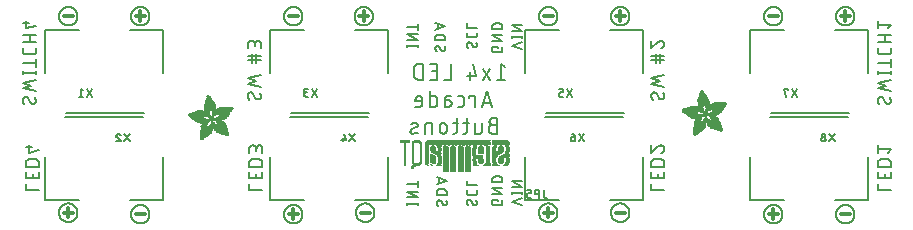
<source format=gbr>
G04 EAGLE Gerber RS-274X export*
G75*
%MOMM*%
%FSLAX34Y34*%
%LPD*%
%INSilkscreen Bottom*%
%IPPOS*%
%AMOC8*
5,1,8,0,0,1.08239X$1,22.5*%
G01*
%ADD10C,0.152400*%
%ADD11C,0.177800*%
%ADD12C,0.203200*%
%ADD13C,0.304800*%
%ADD14R,0.050800X0.006300*%
%ADD15R,0.082600X0.006400*%
%ADD16R,0.120600X0.006300*%
%ADD17R,0.139700X0.006400*%
%ADD18R,0.158800X0.006300*%
%ADD19R,0.177800X0.006400*%
%ADD20R,0.196800X0.006300*%
%ADD21R,0.215900X0.006400*%
%ADD22R,0.228600X0.006300*%
%ADD23R,0.241300X0.006400*%
%ADD24R,0.254000X0.006300*%
%ADD25R,0.266700X0.006400*%
%ADD26R,0.279400X0.006300*%
%ADD27R,0.285700X0.006400*%
%ADD28R,0.298400X0.006300*%
%ADD29R,0.311200X0.006400*%
%ADD30R,0.317500X0.006300*%
%ADD31R,0.330200X0.006400*%
%ADD32R,0.336600X0.006300*%
%ADD33R,0.349200X0.006400*%
%ADD34R,0.361900X0.006300*%
%ADD35R,0.368300X0.006400*%
%ADD36R,0.381000X0.006300*%
%ADD37R,0.387300X0.006400*%
%ADD38R,0.393700X0.006300*%
%ADD39R,0.406400X0.006400*%
%ADD40R,0.412700X0.006300*%
%ADD41R,0.419100X0.006400*%
%ADD42R,0.431800X0.006300*%
%ADD43R,0.438100X0.006400*%
%ADD44R,0.450800X0.006300*%
%ADD45R,0.457200X0.006400*%
%ADD46R,0.463500X0.006300*%
%ADD47R,0.476200X0.006400*%
%ADD48R,0.482600X0.006300*%
%ADD49R,0.488900X0.006400*%
%ADD50R,0.501600X0.006300*%
%ADD51R,0.508000X0.006400*%
%ADD52R,0.514300X0.006300*%
%ADD53R,0.527000X0.006400*%
%ADD54R,0.533400X0.006300*%
%ADD55R,0.546100X0.006400*%
%ADD56R,0.552400X0.006300*%
%ADD57R,0.558800X0.006400*%
%ADD58R,0.571500X0.006300*%
%ADD59R,0.577800X0.006400*%
%ADD60R,0.584200X0.006300*%
%ADD61R,0.596900X0.006400*%
%ADD62R,0.603200X0.006300*%
%ADD63R,0.609600X0.006400*%
%ADD64R,0.622300X0.006300*%
%ADD65R,0.628600X0.006400*%
%ADD66R,0.641300X0.006300*%
%ADD67R,0.647700X0.006400*%
%ADD68R,0.063500X0.006300*%
%ADD69R,0.654000X0.006300*%
%ADD70R,0.101600X0.006400*%
%ADD71R,0.666700X0.006400*%
%ADD72R,0.139700X0.006300*%
%ADD73R,0.673100X0.006300*%
%ADD74R,0.165100X0.006400*%
%ADD75R,0.679400X0.006400*%
%ADD76R,0.196900X0.006300*%
%ADD77R,0.692100X0.006300*%
%ADD78R,0.222200X0.006400*%
%ADD79R,0.698500X0.006400*%
%ADD80R,0.247700X0.006300*%
%ADD81R,0.704800X0.006300*%
%ADD82R,0.279400X0.006400*%
%ADD83R,0.717500X0.006400*%
%ADD84R,0.298500X0.006300*%
%ADD85R,0.723900X0.006300*%
%ADD86R,0.736600X0.006400*%
%ADD87R,0.342900X0.006300*%
%ADD88R,0.742900X0.006300*%
%ADD89R,0.374700X0.006400*%
%ADD90R,0.749300X0.006400*%
%ADD91R,0.762000X0.006300*%
%ADD92R,0.412700X0.006400*%
%ADD93R,0.768300X0.006400*%
%ADD94R,0.438100X0.006300*%
%ADD95R,0.774700X0.006300*%
%ADD96R,0.463600X0.006400*%
%ADD97R,0.787400X0.006400*%
%ADD98R,0.793700X0.006300*%
%ADD99R,0.495300X0.006400*%
%ADD100R,0.800100X0.006400*%
%ADD101R,0.520700X0.006300*%
%ADD102R,0.812800X0.006300*%
%ADD103R,0.533400X0.006400*%
%ADD104R,0.819100X0.006400*%
%ADD105R,0.558800X0.006300*%
%ADD106R,0.825500X0.006300*%
%ADD107R,0.577900X0.006400*%
%ADD108R,0.831800X0.006400*%
%ADD109R,0.596900X0.006300*%
%ADD110R,0.844500X0.006300*%
%ADD111R,0.616000X0.006400*%
%ADD112R,0.850900X0.006400*%
%ADD113R,0.635000X0.006300*%
%ADD114R,0.857200X0.006300*%
%ADD115R,0.654100X0.006400*%
%ADD116R,0.863600X0.006400*%
%ADD117R,0.666700X0.006300*%
%ADD118R,0.869900X0.006300*%
%ADD119R,0.685800X0.006400*%
%ADD120R,0.876300X0.006400*%
%ADD121R,0.882600X0.006300*%
%ADD122R,0.723900X0.006400*%
%ADD123R,0.889000X0.006400*%
%ADD124R,0.895300X0.006300*%
%ADD125R,0.755700X0.006400*%
%ADD126R,0.901700X0.006400*%
%ADD127R,0.908000X0.006300*%
%ADD128R,0.793800X0.006400*%
%ADD129R,0.914400X0.006400*%
%ADD130R,0.806400X0.006300*%
%ADD131R,0.920700X0.006300*%
%ADD132R,0.825500X0.006400*%
%ADD133R,0.927100X0.006400*%
%ADD134R,0.933400X0.006300*%
%ADD135R,0.857300X0.006400*%
%ADD136R,0.939800X0.006400*%
%ADD137R,0.870000X0.006300*%
%ADD138R,0.939800X0.006300*%
%ADD139R,0.946100X0.006400*%
%ADD140R,0.952500X0.006300*%
%ADD141R,0.908000X0.006400*%
%ADD142R,0.958800X0.006400*%
%ADD143R,0.965200X0.006300*%
%ADD144R,0.965200X0.006400*%
%ADD145R,0.971500X0.006300*%
%ADD146R,0.952500X0.006400*%
%ADD147R,0.977900X0.006400*%
%ADD148R,0.958800X0.006300*%
%ADD149R,0.984200X0.006300*%
%ADD150R,0.971500X0.006400*%
%ADD151R,0.984200X0.006400*%
%ADD152R,0.990600X0.006300*%
%ADD153R,0.984300X0.006400*%
%ADD154R,0.996900X0.006400*%
%ADD155R,0.997000X0.006300*%
%ADD156R,0.996900X0.006300*%
%ADD157R,1.003300X0.006400*%
%ADD158R,1.016000X0.006300*%
%ADD159R,1.009600X0.006300*%
%ADD160R,1.016000X0.006400*%
%ADD161R,1.009600X0.006400*%
%ADD162R,1.022300X0.006300*%
%ADD163R,1.028700X0.006400*%
%ADD164R,1.035100X0.006300*%
%ADD165R,1.047800X0.006400*%
%ADD166R,1.054100X0.006300*%
%ADD167R,1.028700X0.006300*%
%ADD168R,1.054100X0.006400*%
%ADD169R,1.035000X0.006400*%
%ADD170R,1.060400X0.006300*%
%ADD171R,1.035000X0.006300*%
%ADD172R,1.060500X0.006400*%
%ADD173R,1.041400X0.006400*%
%ADD174R,1.066800X0.006300*%
%ADD175R,1.041400X0.006300*%
%ADD176R,1.079500X0.006400*%
%ADD177R,1.047700X0.006400*%
%ADD178R,1.085900X0.006300*%
%ADD179R,1.047700X0.006300*%
%ADD180R,1.085800X0.006400*%
%ADD181R,1.092200X0.006300*%
%ADD182R,1.085900X0.006400*%
%ADD183R,1.098600X0.006300*%
%ADD184R,1.098600X0.006400*%
%ADD185R,1.060400X0.006400*%
%ADD186R,1.104900X0.006300*%
%ADD187R,1.104900X0.006400*%
%ADD188R,1.066800X0.006400*%
%ADD189R,1.111200X0.006300*%
%ADD190R,1.117600X0.006400*%
%ADD191R,1.117600X0.006300*%
%ADD192R,1.073100X0.006300*%
%ADD193R,1.073100X0.006400*%
%ADD194R,1.124000X0.006300*%
%ADD195R,1.079500X0.006300*%
%ADD196R,1.123900X0.006400*%
%ADD197R,1.130300X0.006300*%
%ADD198R,1.130300X0.006400*%
%ADD199R,1.136700X0.006400*%
%ADD200R,1.136700X0.006300*%
%ADD201R,1.085800X0.006300*%
%ADD202R,1.136600X0.006400*%
%ADD203R,1.136600X0.006300*%
%ADD204R,1.143000X0.006400*%
%ADD205R,1.143000X0.006300*%
%ADD206R,1.149400X0.006300*%
%ADD207R,1.149300X0.006300*%
%ADD208R,1.149300X0.006400*%
%ADD209R,1.149400X0.006400*%
%ADD210R,1.155700X0.006400*%
%ADD211R,1.155700X0.006300*%
%ADD212R,1.060500X0.006300*%
%ADD213R,2.197100X0.006400*%
%ADD214R,2.197100X0.006300*%
%ADD215R,2.184400X0.006300*%
%ADD216R,2.184400X0.006400*%
%ADD217R,2.171700X0.006400*%
%ADD218R,2.171700X0.006300*%
%ADD219R,1.530300X0.006400*%
%ADD220R,1.505000X0.006300*%
%ADD221R,1.492300X0.006400*%
%ADD222R,1.485900X0.006300*%
%ADD223R,0.565200X0.006300*%
%ADD224R,1.473200X0.006400*%
%ADD225R,0.565200X0.006400*%
%ADD226R,1.460500X0.006300*%
%ADD227R,1.454100X0.006400*%
%ADD228R,0.552400X0.006400*%
%ADD229R,1.441500X0.006300*%
%ADD230R,0.546100X0.006300*%
%ADD231R,1.435100X0.006400*%
%ADD232R,0.539800X0.006400*%
%ADD233R,1.428800X0.006300*%
%ADD234R,1.422400X0.006400*%
%ADD235R,1.409700X0.006300*%
%ADD236R,0.527100X0.006300*%
%ADD237R,1.403300X0.006400*%
%ADD238R,0.527100X0.006400*%
%ADD239R,1.390700X0.006300*%
%ADD240R,1.384300X0.006400*%
%ADD241R,0.520700X0.006400*%
%ADD242R,1.384300X0.006300*%
%ADD243R,0.514400X0.006300*%
%ADD244R,1.371600X0.006400*%
%ADD245R,1.365200X0.006300*%
%ADD246R,0.508000X0.006300*%
%ADD247R,1.352600X0.006400*%
%ADD248R,0.501700X0.006400*%
%ADD249R,0.711200X0.006300*%
%ADD250R,0.603300X0.006300*%
%ADD251R,0.501700X0.006300*%
%ADD252R,0.692100X0.006400*%
%ADD253R,0.571500X0.006400*%
%ADD254R,0.679400X0.006300*%
%ADD255R,0.495300X0.006300*%
%ADD256R,0.673100X0.006400*%
%ADD257R,0.666800X0.006300*%
%ADD258R,0.488900X0.006300*%
%ADD259R,0.660400X0.006400*%
%ADD260R,0.482600X0.006400*%
%ADD261R,0.476200X0.006300*%
%ADD262R,0.654000X0.006400*%
%ADD263R,0.469900X0.006400*%
%ADD264R,0.476300X0.006400*%
%ADD265R,0.647700X0.006300*%
%ADD266R,0.457200X0.006300*%
%ADD267R,0.469900X0.006300*%
%ADD268R,0.641300X0.006400*%
%ADD269R,0.444500X0.006400*%
%ADD270R,0.463600X0.006300*%
%ADD271R,0.635000X0.006400*%
%ADD272R,0.463500X0.006400*%
%ADD273R,0.393700X0.006400*%
%ADD274R,0.450800X0.006400*%
%ADD275R,0.628600X0.006300*%
%ADD276R,0.387400X0.006300*%
%ADD277R,0.450900X0.006300*%
%ADD278R,0.628700X0.006400*%
%ADD279R,0.374600X0.006400*%
%ADD280R,0.368300X0.006300*%
%ADD281R,0.438200X0.006300*%
%ADD282R,0.622300X0.006400*%
%ADD283R,0.355600X0.006400*%
%ADD284R,0.431800X0.006400*%
%ADD285R,0.349300X0.006300*%
%ADD286R,0.425400X0.006300*%
%ADD287R,0.615900X0.006300*%
%ADD288R,0.330200X0.006300*%
%ADD289R,0.419100X0.006300*%
%ADD290R,0.616000X0.006300*%
%ADD291R,0.311200X0.006300*%
%ADD292R,0.406400X0.006300*%
%ADD293R,0.615900X0.006400*%
%ADD294R,0.304800X0.006400*%
%ADD295R,0.158800X0.006400*%
%ADD296R,0.609600X0.006300*%
%ADD297R,0.292100X0.006300*%
%ADD298R,0.235000X0.006300*%
%ADD299R,0.387400X0.006400*%
%ADD300R,0.292100X0.006400*%
%ADD301R,0.336500X0.006300*%
%ADD302R,0.260400X0.006300*%
%ADD303R,0.603300X0.006400*%
%ADD304R,0.260400X0.006400*%
%ADD305R,0.362000X0.006400*%
%ADD306R,0.450900X0.006400*%
%ADD307R,0.355600X0.006300*%
%ADD308R,0.342900X0.006400*%
%ADD309R,0.514300X0.006400*%
%ADD310R,0.234900X0.006300*%
%ADD311R,0.539700X0.006300*%
%ADD312R,0.603200X0.006400*%
%ADD313R,0.234900X0.006400*%
%ADD314R,0.920700X0.006400*%
%ADD315R,0.958900X0.006400*%
%ADD316R,0.215900X0.006300*%
%ADD317R,0.209600X0.006400*%
%ADD318R,0.203200X0.006300*%
%ADD319R,1.003300X0.006300*%
%ADD320R,0.203200X0.006400*%
%ADD321R,0.196900X0.006400*%
%ADD322R,0.190500X0.006300*%
%ADD323R,0.190500X0.006400*%
%ADD324R,0.184200X0.006300*%
%ADD325R,0.590500X0.006400*%
%ADD326R,0.184200X0.006400*%
%ADD327R,0.590500X0.006300*%
%ADD328R,0.177800X0.006300*%
%ADD329R,0.584200X0.006400*%
%ADD330R,1.168400X0.006400*%
%ADD331R,0.171500X0.006300*%
%ADD332R,1.187500X0.006300*%
%ADD333R,1.200100X0.006400*%
%ADD334R,0.577800X0.006300*%
%ADD335R,1.212900X0.006300*%
%ADD336R,1.231900X0.006400*%
%ADD337R,1.250900X0.006300*%
%ADD338R,0.565100X0.006400*%
%ADD339R,0.184100X0.006400*%
%ADD340R,1.263700X0.006400*%
%ADD341R,0.565100X0.006300*%
%ADD342R,1.289100X0.006300*%
%ADD343R,1.314400X0.006400*%
%ADD344R,0.552500X0.006300*%
%ADD345R,1.568500X0.006300*%
%ADD346R,0.552500X0.006400*%
%ADD347R,1.581200X0.006400*%
%ADD348R,1.593800X0.006300*%
%ADD349R,1.606500X0.006400*%
%ADD350R,1.619300X0.006300*%
%ADD351R,0.514400X0.006400*%
%ADD352R,1.638300X0.006400*%
%ADD353R,1.657300X0.006300*%
%ADD354R,2.209800X0.006400*%
%ADD355R,2.425700X0.006300*%
%ADD356R,2.470100X0.006400*%
%ADD357R,2.501900X0.006300*%
%ADD358R,2.533700X0.006400*%
%ADD359R,2.559000X0.006300*%
%ADD360R,2.584500X0.006400*%
%ADD361R,2.609900X0.006300*%
%ADD362R,2.628900X0.006400*%
%ADD363R,2.660600X0.006300*%
%ADD364R,2.673400X0.006400*%
%ADD365R,1.422400X0.006300*%
%ADD366R,1.200200X0.006300*%
%ADD367R,1.365300X0.006300*%
%ADD368R,1.365300X0.006400*%
%ADD369R,1.352500X0.006300*%
%ADD370R,1.098500X0.006300*%
%ADD371R,1.358900X0.006400*%
%ADD372R,1.352600X0.006300*%
%ADD373R,1.358900X0.006300*%
%ADD374R,1.371600X0.006300*%
%ADD375R,1.377900X0.006400*%
%ADD376R,1.397000X0.006400*%
%ADD377R,1.403300X0.006300*%
%ADD378R,0.914400X0.006300*%
%ADD379R,0.876300X0.006300*%
%ADD380R,0.374600X0.006300*%
%ADD381R,1.073200X0.006400*%
%ADD382R,0.374700X0.006300*%
%ADD383R,0.844600X0.006400*%
%ADD384R,0.844600X0.006300*%
%ADD385R,0.831900X0.006400*%
%ADD386R,1.092200X0.006400*%
%ADD387R,0.400000X0.006300*%
%ADD388R,0.819200X0.006400*%
%ADD389R,1.111300X0.006400*%
%ADD390R,0.812800X0.006400*%
%ADD391R,0.800100X0.006300*%
%ADD392R,0.476300X0.006300*%
%ADD393R,1.181100X0.006300*%
%ADD394R,0.501600X0.006400*%
%ADD395R,1.193800X0.006400*%
%ADD396R,0.781000X0.006400*%
%ADD397R,1.238200X0.006400*%
%ADD398R,0.781100X0.006300*%
%ADD399R,1.257300X0.006300*%
%ADD400R,1.295400X0.006400*%
%ADD401R,1.333500X0.006300*%
%ADD402R,0.774700X0.006400*%
%ADD403R,1.866900X0.006400*%
%ADD404R,0.209600X0.006300*%
%ADD405R,1.866900X0.006300*%
%ADD406R,0.768400X0.006400*%
%ADD407R,0.209500X0.006400*%
%ADD408R,1.860600X0.006400*%
%ADD409R,0.762000X0.006400*%
%ADD410R,0.768400X0.006300*%
%ADD411R,1.860600X0.006300*%
%ADD412R,1.860500X0.006400*%
%ADD413R,0.222300X0.006300*%
%ADD414R,1.854200X0.006300*%
%ADD415R,0.235000X0.006400*%
%ADD416R,1.854200X0.006400*%
%ADD417R,0.768300X0.006300*%
%ADD418R,0.260300X0.006400*%
%ADD419R,1.847800X0.006400*%
%ADD420R,0.266700X0.006300*%
%ADD421R,1.847800X0.006300*%
%ADD422R,0.273100X0.006400*%
%ADD423R,1.841500X0.006400*%
%ADD424R,0.285800X0.006300*%
%ADD425R,1.841500X0.006300*%
%ADD426R,0.298500X0.006400*%
%ADD427R,1.835100X0.006400*%
%ADD428R,0.781000X0.006300*%
%ADD429R,0.304800X0.006300*%
%ADD430R,1.835100X0.006300*%
%ADD431R,0.317500X0.006400*%
%ADD432R,1.828800X0.006400*%
%ADD433R,0.787400X0.006300*%
%ADD434R,0.323800X0.006300*%
%ADD435R,1.828800X0.006300*%
%ADD436R,0.793700X0.006400*%
%ADD437R,1.822400X0.006400*%
%ADD438R,0.806500X0.006300*%
%ADD439R,1.822400X0.006300*%
%ADD440R,1.816100X0.006400*%
%ADD441R,0.819100X0.006300*%
%ADD442R,0.387300X0.006300*%
%ADD443R,1.816100X0.006300*%
%ADD444R,1.809800X0.006400*%
%ADD445R,1.803400X0.006300*%
%ADD446R,1.797000X0.006400*%
%ADD447R,0.901700X0.006300*%
%ADD448R,1.797000X0.006300*%
%ADD449R,1.441400X0.006400*%
%ADD450R,1.790700X0.006400*%
%ADD451R,1.447800X0.006300*%
%ADD452R,1.784300X0.006300*%
%ADD453R,1.447800X0.006400*%
%ADD454R,1.784300X0.006400*%
%ADD455R,1.454100X0.006300*%
%ADD456R,1.771700X0.006300*%
%ADD457R,1.460500X0.006400*%
%ADD458R,1.759000X0.006400*%
%ADD459R,1.466800X0.006300*%
%ADD460R,1.752600X0.006300*%
%ADD461R,1.466800X0.006400*%
%ADD462R,1.739900X0.006400*%
%ADD463R,1.473200X0.006300*%
%ADD464R,1.727200X0.006300*%
%ADD465R,1.479500X0.006400*%
%ADD466R,1.714500X0.006400*%
%ADD467R,1.695400X0.006300*%
%ADD468R,1.485900X0.006400*%
%ADD469R,1.682700X0.006400*%
%ADD470R,1.492200X0.006300*%
%ADD471R,1.663700X0.006300*%
%ADD472R,1.498600X0.006400*%
%ADD473R,1.644600X0.006400*%
%ADD474R,1.498600X0.006300*%
%ADD475R,1.619200X0.006300*%
%ADD476R,1.511300X0.006400*%
%ADD477R,1.600200X0.006400*%
%ADD478R,1.517700X0.006300*%
%ADD479R,1.574800X0.006300*%
%ADD480R,1.524000X0.006400*%
%ADD481R,1.555800X0.006400*%
%ADD482R,1.524000X0.006300*%
%ADD483R,1.536700X0.006300*%
%ADD484R,1.530400X0.006400*%
%ADD485R,1.517700X0.006400*%
%ADD486R,1.492300X0.006300*%
%ADD487R,1.549400X0.006400*%
%ADD488R,1.479600X0.006400*%
%ADD489R,1.549400X0.006300*%
%ADD490R,1.555700X0.006400*%
%ADD491R,1.562100X0.006300*%
%ADD492R,0.323900X0.006300*%
%ADD493R,1.568400X0.006400*%
%ADD494R,0.336600X0.006400*%
%ADD495R,1.587500X0.006300*%
%ADD496R,0.971600X0.006300*%
%ADD497R,0.349300X0.006400*%
%ADD498R,1.600200X0.006300*%
%ADD499R,0.920800X0.006300*%
%ADD500R,0.882700X0.006400*%
%ADD501R,1.612900X0.006300*%
%ADD502R,0.362000X0.006300*%
%ADD503R,1.625600X0.006400*%
%ADD504R,1.625600X0.006300*%
%ADD505R,1.644600X0.006300*%
%ADD506R,0.736600X0.006300*%
%ADD507R,0.717600X0.006400*%
%ADD508R,1.657400X0.006300*%
%ADD509R,0.679500X0.006300*%
%ADD510R,1.663700X0.006400*%
%ADD511R,0.400000X0.006400*%
%ADD512R,1.676400X0.006300*%
%ADD513R,1.676400X0.006400*%
%ADD514R,0.425500X0.006400*%
%ADD515R,1.352500X0.006400*%
%ADD516R,0.444500X0.006300*%
%ADD517R,0.361900X0.006400*%
%ADD518R,0.088900X0.006300*%
%ADD519R,1.009700X0.006300*%
%ADD520R,1.009700X0.006400*%
%ADD521R,1.022300X0.006400*%
%ADD522R,1.346200X0.006400*%
%ADD523R,1.346200X0.006300*%
%ADD524R,1.339900X0.006400*%
%ADD525R,1.035100X0.006400*%
%ADD526R,1.339800X0.006300*%
%ADD527R,1.333500X0.006400*%
%ADD528R,1.327200X0.006400*%
%ADD529R,1.320800X0.006300*%
%ADD530R,1.314500X0.006400*%
%ADD531R,1.314400X0.006300*%
%ADD532R,1.301700X0.006400*%
%ADD533R,1.295400X0.006300*%
%ADD534R,1.289000X0.006400*%
%ADD535R,1.276300X0.006300*%
%ADD536R,1.251000X0.006300*%
%ADD537R,1.244600X0.006400*%
%ADD538R,1.231900X0.006300*%
%ADD539R,1.212800X0.006400*%
%ADD540R,1.200100X0.006300*%
%ADD541R,1.187400X0.006400*%
%ADD542R,1.168400X0.006300*%
%ADD543R,1.047800X0.006300*%
%ADD544R,0.977900X0.006300*%
%ADD545R,0.946200X0.006400*%
%ADD546R,0.933400X0.006400*%
%ADD547R,0.895300X0.006400*%
%ADD548R,0.882700X0.006300*%
%ADD549R,0.863600X0.006300*%
%ADD550R,0.857200X0.006400*%
%ADD551R,0.850900X0.006300*%
%ADD552R,0.838200X0.006300*%
%ADD553R,0.806500X0.006400*%
%ADD554R,0.717600X0.006300*%
%ADD555R,0.711200X0.006400*%
%ADD556R,0.641400X0.006400*%
%ADD557R,0.641400X0.006300*%
%ADD558R,0.628700X0.006300*%
%ADD559R,0.590600X0.006300*%
%ADD560R,0.539700X0.006400*%
%ADD561R,0.285700X0.006300*%
%ADD562R,0.222200X0.006300*%
%ADD563R,0.171400X0.006300*%
%ADD564R,0.152400X0.006400*%
%ADD565R,0.133400X0.006300*%
%ADD566R,0.462278X0.022863*%
%ADD567R,0.462281X0.022863*%
%ADD568R,0.436881X0.022863*%
%ADD569R,0.462278X0.023113*%
%ADD570R,0.462281X0.023113*%
%ADD571R,0.436881X0.023113*%
%ADD572R,0.462278X0.023116*%
%ADD573R,0.462281X0.023116*%
%ADD574R,0.436881X0.023116*%
%ADD575R,0.022863X0.023113*%
%ADD576R,0.091441X0.023116*%
%ADD577R,0.139700X0.023113*%
%ADD578R,0.185419X0.023116*%
%ADD579R,0.254000X0.023113*%
%ADD580R,0.299719X0.023113*%
%ADD581R,0.345438X0.023116*%
%ADD582R,0.391159X0.023113*%
%ADD583R,0.393700X0.023116*%
%ADD584R,0.325119X0.022863*%
%ADD585R,0.599438X0.022863*%
%ADD586R,0.622300X0.022863*%
%ADD587R,0.530859X0.022863*%
%ADD588R,0.439422X0.022863*%
%ADD589R,0.231138X0.022863*%
%ADD590R,0.071119X0.022863*%
%ADD591R,0.533400X0.022863*%
%ADD592R,0.208281X0.022863*%
%ADD593R,0.345441X0.023113*%
%ADD594R,0.576578X0.023113*%
%ADD595R,0.599438X0.023113*%
%ADD596R,0.508000X0.023113*%
%ADD597R,0.416563X0.023113*%
%ADD598R,0.208278X0.023113*%
%ADD599R,0.553722X0.023113*%
%ADD600R,0.208281X0.023113*%
%ADD601R,0.345441X0.023116*%
%ADD602R,0.530859X0.023116*%
%ADD603R,0.370841X0.023116*%
%ADD604R,0.162559X0.023116*%
%ADD605R,0.576581X0.023116*%
%ADD606R,0.208281X0.023116*%
%ADD607R,0.322578X0.023113*%
%ADD608R,0.485137X0.023113*%
%ADD609R,0.416559X0.023113*%
%ADD610R,0.347981X0.023113*%
%ADD611R,0.116838X0.023113*%
%ADD612R,0.647700X0.023113*%
%ADD613R,0.322581X0.023116*%
%ADD614R,0.485137X0.023116*%
%ADD615R,0.093978X0.023116*%
%ADD616R,0.231141X0.023116*%
%ADD617R,0.693419X0.023116*%
%ADD618R,0.322581X0.023113*%
%ADD619R,0.439419X0.023113*%
%ADD620R,0.370841X0.023113*%
%ADD621R,0.299722X0.023113*%
%ADD622R,0.045719X0.023113*%
%ADD623R,0.739138X0.023113*%
%ADD624R,0.414019X0.023113*%
%ADD625R,0.347978X0.023113*%
%ADD626R,0.762000X0.023113*%
%ADD627R,0.414019X0.023116*%
%ADD628R,0.182881X0.023116*%
%ADD629R,0.347978X0.023116*%
%ADD630R,0.276863X0.023116*%
%ADD631R,0.116841X0.023116*%
%ADD632R,0.276859X0.023116*%
%ADD633R,0.784863X0.023116*%
%ADD634R,0.325119X0.023113*%
%ADD635R,0.276863X0.023113*%
%ADD636R,0.276859X0.023113*%
%ADD637R,0.325119X0.023116*%
%ADD638R,0.391159X0.023116*%
%ADD639R,0.302259X0.023116*%
%ADD640R,0.254000X0.023116*%
%ADD641R,0.302259X0.023113*%
%ADD642R,0.393700X0.023113*%
%ADD643R,0.231141X0.023113*%
%ADD644R,0.302259X0.022863*%
%ADD645R,0.439419X0.022863*%
%ADD646R,0.368300X0.022863*%
%ADD647R,0.391159X0.022863*%
%ADD648R,0.416559X0.022863*%
%ADD649R,0.276863X0.022863*%
%ADD650R,0.205741X0.022863*%
%ADD651R,0.368300X0.023113*%
%ADD652R,0.205741X0.023113*%
%ADD653R,0.368300X0.023116*%
%ADD654R,0.205741X0.023116*%
%ADD655R,0.182881X0.023113*%
%ADD656R,0.276859X0.022863*%
%ADD657R,0.182881X0.022863*%
%ADD658R,0.924559X0.023113*%
%ADD659R,0.924559X0.023116*%
%ADD660R,0.901700X0.023113*%
%ADD661R,0.901700X0.023116*%
%ADD662R,0.878841X0.023113*%
%ADD663R,0.855981X0.023116*%
%ADD664R,0.833119X0.023113*%
%ADD665R,0.787400X0.022863*%
%ADD666R,0.414019X0.022863*%
%ADD667R,0.924559X0.022863*%
%ADD668R,0.739141X0.023113*%
%ADD669R,0.716281X0.023116*%
%ADD670R,0.299722X0.023116*%
%ADD671R,0.670559X0.023113*%
%ADD672R,0.647700X0.023116*%
%ADD673R,0.508000X0.023116*%
%ADD674R,0.299719X0.023116*%
%ADD675R,0.601981X0.023113*%
%ADD676R,0.530859X0.023113*%
%ADD677R,0.231138X0.023113*%
%ADD678R,0.556259X0.023113*%
%ADD679R,0.185419X0.023113*%
%ADD680R,0.533400X0.023116*%
%ADD681R,0.599438X0.023116*%
%ADD682R,0.416563X0.023116*%
%ADD683R,0.116838X0.023116*%
%ADD684R,0.485141X0.023113*%
%ADD685R,0.645159X0.023113*%
%ADD686R,0.716278X0.023113*%
%ADD687R,0.393700X0.022863*%
%ADD688R,0.762000X0.022863*%
%ADD689R,0.624841X0.022863*%
%ADD690R,0.784859X0.023113*%
%ADD691R,0.693422X0.023113*%
%ADD692R,0.830578X0.023116*%
%ADD693R,0.739141X0.023116*%
%ADD694R,0.876300X0.023113*%
%ADD695R,0.807722X0.023113*%
%ADD696R,0.899159X0.023116*%
%ADD697R,0.878841X0.023116*%
%ADD698R,0.922019X0.023113*%
%ADD699R,0.947419X0.023113*%
%ADD700R,0.970278X0.023116*%
%ADD701R,0.970278X0.023113*%
%ADD702R,0.439419X0.023116*%
%ADD703R,0.299722X0.022863*%
%ADD704R,0.416559X0.023116*%
%ADD705R,0.347981X0.023116*%
%ADD706R,0.137159X0.023113*%
%ADD707R,0.093978X0.023113*%
%ADD708R,0.091441X0.023113*%
%ADD709R,0.093981X0.023113*%
%ADD710R,0.114300X0.023113*%
%ADD711R,0.045719X0.023116*%
%ADD712R,0.045722X0.023116*%
%ADD713R,0.071119X0.023113*%
%ADD714R,0.116841X0.023113*%
%ADD715R,0.139700X0.023116*%
%ADD716R,0.322581X0.022863*%
%ADD717R,0.345441X0.022863*%
%ADD718R,0.162559X0.022863*%
%ADD719R,0.576581X0.022863*%
%ADD720R,0.668019X0.023113*%
%ADD721R,0.533400X0.023113*%
%ADD722R,1.455419X0.023116*%
%ADD723R,5.519419X0.023116*%
%ADD724R,1.455419X0.023113*%
%ADD725R,5.519419X0.023113*%
%ADD726R,5.494019X0.023116*%
%ADD727R,1.430019X0.023113*%
%ADD728R,5.494019X0.023113*%
%ADD729R,1.430019X0.023116*%
%ADD730R,5.471159X0.023116*%
%ADD731R,0.762000X0.023116*%
%ADD732R,1.407159X0.023113*%
%ADD733R,5.471159X0.023113*%
%ADD734R,1.384300X0.022863*%
%ADD735R,5.448300X0.022863*%
%ADD736R,0.716278X0.022863*%
%ADD737R,0.878841X0.022863*%
%ADD738R,1.361438X0.023113*%
%ADD739R,5.425438X0.023113*%
%ADD740R,1.338578X0.023116*%
%ADD741R,5.402578X0.023116*%
%ADD742R,0.624841X0.023116*%
%ADD743R,1.292859X0.023113*%
%ADD744R,5.356859X0.023113*%
%ADD745R,1.224278X0.023116*%
%ADD746R,5.288278X0.023116*%


D10*
X55118Y55934D02*
X46482Y58812D01*
X55118Y61691D01*
X55118Y66127D02*
X46482Y66127D01*
X46482Y65168D02*
X46482Y67087D01*
X55118Y67087D02*
X55118Y65168D01*
X55118Y71349D02*
X46482Y71349D01*
X46482Y76146D02*
X55118Y71349D01*
X55118Y76146D02*
X46482Y76146D01*
X34770Y58050D02*
X34770Y56611D01*
X34770Y58050D02*
X29972Y58050D01*
X29972Y55172D01*
X29974Y55086D01*
X29980Y55000D01*
X29989Y54914D01*
X30003Y54829D01*
X30020Y54745D01*
X30041Y54661D01*
X30066Y54579D01*
X30094Y54498D01*
X30126Y54418D01*
X30162Y54339D01*
X30201Y54263D01*
X30244Y54188D01*
X30289Y54115D01*
X30338Y54044D01*
X30391Y53976D01*
X30446Y53909D01*
X30504Y53846D01*
X30565Y53785D01*
X30628Y53727D01*
X30695Y53672D01*
X30763Y53619D01*
X30834Y53570D01*
X30907Y53525D01*
X30982Y53482D01*
X31058Y53443D01*
X31137Y53407D01*
X31217Y53375D01*
X31298Y53347D01*
X31380Y53322D01*
X31464Y53301D01*
X31548Y53284D01*
X31633Y53270D01*
X31719Y53261D01*
X31805Y53255D01*
X31891Y53253D01*
X36689Y53253D01*
X36775Y53255D01*
X36861Y53261D01*
X36947Y53270D01*
X37032Y53284D01*
X37116Y53301D01*
X37200Y53322D01*
X37282Y53347D01*
X37363Y53375D01*
X37443Y53407D01*
X37522Y53443D01*
X37598Y53482D01*
X37673Y53525D01*
X37746Y53570D01*
X37817Y53619D01*
X37885Y53672D01*
X37952Y53727D01*
X38015Y53785D01*
X38076Y53846D01*
X38134Y53909D01*
X38189Y53976D01*
X38241Y54044D01*
X38291Y54115D01*
X38336Y54188D01*
X38379Y54263D01*
X38418Y54339D01*
X38454Y54418D01*
X38486Y54498D01*
X38514Y54579D01*
X38539Y54661D01*
X38560Y54745D01*
X38577Y54829D01*
X38591Y54914D01*
X38600Y55000D01*
X38606Y55086D01*
X38608Y55172D01*
X38608Y58050D01*
X38608Y63006D02*
X29972Y63006D01*
X29972Y67804D02*
X38608Y63006D01*
X38608Y67804D02*
X29972Y67804D01*
X29972Y72760D02*
X38608Y72760D01*
X38608Y75159D01*
X38606Y75256D01*
X38600Y75352D01*
X38591Y75448D01*
X38577Y75544D01*
X38560Y75639D01*
X38538Y75733D01*
X38513Y75826D01*
X38485Y75919D01*
X38452Y76010D01*
X38416Y76099D01*
X38376Y76187D01*
X38333Y76274D01*
X38287Y76359D01*
X38237Y76441D01*
X38183Y76522D01*
X38127Y76600D01*
X38067Y76676D01*
X38005Y76750D01*
X37939Y76821D01*
X37871Y76889D01*
X37800Y76955D01*
X37726Y77017D01*
X37650Y77077D01*
X37572Y77133D01*
X37491Y77187D01*
X37409Y77237D01*
X37324Y77283D01*
X37237Y77326D01*
X37149Y77366D01*
X37060Y77402D01*
X36969Y77435D01*
X36876Y77463D01*
X36783Y77488D01*
X36689Y77510D01*
X36594Y77527D01*
X36498Y77541D01*
X36402Y77550D01*
X36306Y77556D01*
X36209Y77558D01*
X36209Y77557D02*
X32371Y77557D01*
X32371Y77558D02*
X32274Y77556D01*
X32178Y77550D01*
X32082Y77541D01*
X31986Y77527D01*
X31891Y77510D01*
X31797Y77488D01*
X31704Y77463D01*
X31611Y77435D01*
X31520Y77402D01*
X31431Y77366D01*
X31343Y77326D01*
X31256Y77283D01*
X31172Y77237D01*
X31089Y77187D01*
X31008Y77133D01*
X30930Y77077D01*
X30854Y77017D01*
X30780Y76955D01*
X30709Y76889D01*
X30641Y76821D01*
X30575Y76750D01*
X30513Y76676D01*
X30453Y76600D01*
X30397Y76522D01*
X30343Y76441D01*
X30293Y76359D01*
X30247Y76274D01*
X30204Y76187D01*
X30164Y76099D01*
X30128Y76010D01*
X30095Y75919D01*
X30067Y75826D01*
X30042Y75733D01*
X30020Y75639D01*
X30003Y75544D01*
X29989Y75448D01*
X29980Y75352D01*
X29974Y75256D01*
X29972Y75159D01*
X29972Y72760D01*
X10301Y61794D02*
X10215Y61792D01*
X10129Y61786D01*
X10043Y61777D01*
X9958Y61763D01*
X9874Y61746D01*
X9790Y61725D01*
X9708Y61700D01*
X9627Y61672D01*
X9547Y61640D01*
X9468Y61604D01*
X9392Y61565D01*
X9317Y61522D01*
X9244Y61477D01*
X9173Y61428D01*
X9105Y61375D01*
X9038Y61320D01*
X8975Y61262D01*
X8914Y61201D01*
X8856Y61138D01*
X8801Y61071D01*
X8749Y61003D01*
X8699Y60932D01*
X8654Y60859D01*
X8611Y60784D01*
X8572Y60708D01*
X8536Y60629D01*
X8504Y60549D01*
X8476Y60468D01*
X8451Y60386D01*
X8430Y60302D01*
X8413Y60218D01*
X8399Y60133D01*
X8390Y60047D01*
X8384Y59961D01*
X8382Y59875D01*
X8384Y59752D01*
X8389Y59629D01*
X8399Y59506D01*
X8412Y59384D01*
X8429Y59262D01*
X8449Y59140D01*
X8473Y59020D01*
X8501Y58900D01*
X8532Y58781D01*
X8567Y58663D01*
X8606Y58546D01*
X8648Y58430D01*
X8694Y58316D01*
X8743Y58203D01*
X8795Y58092D01*
X8851Y57982D01*
X8910Y57874D01*
X8973Y57768D01*
X9038Y57663D01*
X9107Y57561D01*
X9179Y57461D01*
X9254Y57364D01*
X9331Y57268D01*
X9412Y57175D01*
X9495Y57084D01*
X9581Y56996D01*
X15099Y57236D02*
X15185Y57238D01*
X15271Y57244D01*
X15357Y57253D01*
X15442Y57267D01*
X15526Y57284D01*
X15610Y57305D01*
X15692Y57330D01*
X15773Y57358D01*
X15853Y57390D01*
X15932Y57426D01*
X16008Y57465D01*
X16083Y57508D01*
X16156Y57553D01*
X16227Y57602D01*
X16295Y57655D01*
X16362Y57710D01*
X16425Y57768D01*
X16486Y57829D01*
X16544Y57892D01*
X16599Y57959D01*
X16652Y58027D01*
X16701Y58098D01*
X16746Y58171D01*
X16789Y58246D01*
X16828Y58322D01*
X16864Y58401D01*
X16896Y58481D01*
X16924Y58562D01*
X16949Y58644D01*
X16970Y58728D01*
X16987Y58812D01*
X17001Y58897D01*
X17010Y58983D01*
X17016Y59069D01*
X17018Y59155D01*
X17016Y59271D01*
X17011Y59386D01*
X17001Y59502D01*
X16988Y59617D01*
X16972Y59731D01*
X16951Y59845D01*
X16927Y59959D01*
X16899Y60071D01*
X16868Y60182D01*
X16833Y60293D01*
X16795Y60402D01*
X16753Y60510D01*
X16708Y60616D01*
X16659Y60722D01*
X16607Y60825D01*
X16552Y60927D01*
X16493Y61026D01*
X16431Y61124D01*
X16366Y61220D01*
X16298Y61314D01*
X13420Y58195D02*
X13466Y58121D01*
X13516Y58048D01*
X13569Y57978D01*
X13625Y57910D01*
X13684Y57845D01*
X13746Y57782D01*
X13811Y57723D01*
X13878Y57666D01*
X13948Y57612D01*
X14020Y57562D01*
X14094Y57515D01*
X14170Y57471D01*
X14249Y57431D01*
X14329Y57395D01*
X14410Y57362D01*
X14493Y57333D01*
X14578Y57307D01*
X14663Y57285D01*
X14749Y57268D01*
X14836Y57254D01*
X14923Y57244D01*
X15011Y57238D01*
X15099Y57236D01*
X11980Y60835D02*
X11934Y60909D01*
X11884Y60982D01*
X11831Y61052D01*
X11775Y61120D01*
X11716Y61185D01*
X11654Y61248D01*
X11589Y61307D01*
X11522Y61364D01*
X11452Y61418D01*
X11380Y61468D01*
X11306Y61515D01*
X11230Y61559D01*
X11151Y61599D01*
X11071Y61635D01*
X10990Y61668D01*
X10907Y61697D01*
X10822Y61723D01*
X10737Y61745D01*
X10651Y61762D01*
X10564Y61776D01*
X10477Y61786D01*
X10389Y61792D01*
X10301Y61794D01*
X11980Y60834D02*
X13420Y58195D01*
X8382Y67716D02*
X8382Y69635D01*
X8382Y67716D02*
X8384Y67630D01*
X8390Y67544D01*
X8399Y67458D01*
X8413Y67373D01*
X8430Y67289D01*
X8451Y67205D01*
X8476Y67123D01*
X8504Y67042D01*
X8536Y66962D01*
X8572Y66883D01*
X8611Y66807D01*
X8654Y66732D01*
X8699Y66659D01*
X8748Y66588D01*
X8801Y66520D01*
X8856Y66453D01*
X8914Y66390D01*
X8975Y66329D01*
X9038Y66271D01*
X9105Y66216D01*
X9173Y66163D01*
X9244Y66114D01*
X9317Y66069D01*
X9392Y66026D01*
X9468Y65987D01*
X9547Y65951D01*
X9627Y65919D01*
X9708Y65891D01*
X9790Y65866D01*
X9874Y65845D01*
X9958Y65828D01*
X10043Y65814D01*
X10129Y65805D01*
X10215Y65799D01*
X10301Y65797D01*
X15099Y65797D01*
X15185Y65799D01*
X15271Y65805D01*
X15357Y65814D01*
X15442Y65828D01*
X15526Y65845D01*
X15610Y65866D01*
X15692Y65891D01*
X15773Y65919D01*
X15853Y65951D01*
X15932Y65987D01*
X16008Y66026D01*
X16083Y66069D01*
X16156Y66114D01*
X16227Y66163D01*
X16295Y66216D01*
X16362Y66271D01*
X16425Y66329D01*
X16486Y66390D01*
X16544Y66453D01*
X16599Y66520D01*
X16651Y66588D01*
X16701Y66659D01*
X16746Y66732D01*
X16789Y66807D01*
X16828Y66883D01*
X16864Y66962D01*
X16896Y67042D01*
X16924Y67123D01*
X16949Y67205D01*
X16970Y67289D01*
X16987Y67373D01*
X17001Y67458D01*
X17010Y67544D01*
X17016Y67630D01*
X17018Y67716D01*
X17018Y69635D01*
X17018Y73786D02*
X8382Y73786D01*
X8382Y77624D01*
X-16369Y58903D02*
X-16455Y58901D01*
X-16541Y58895D01*
X-16627Y58886D01*
X-16712Y58872D01*
X-16796Y58855D01*
X-16880Y58834D01*
X-16962Y58809D01*
X-17043Y58781D01*
X-17123Y58749D01*
X-17202Y58713D01*
X-17278Y58674D01*
X-17353Y58631D01*
X-17426Y58586D01*
X-17497Y58537D01*
X-17565Y58484D01*
X-17632Y58429D01*
X-17695Y58371D01*
X-17756Y58310D01*
X-17814Y58247D01*
X-17869Y58180D01*
X-17922Y58112D01*
X-17971Y58041D01*
X-18016Y57968D01*
X-18059Y57893D01*
X-18098Y57817D01*
X-18134Y57738D01*
X-18166Y57658D01*
X-18194Y57577D01*
X-18219Y57495D01*
X-18240Y57411D01*
X-18257Y57327D01*
X-18271Y57242D01*
X-18280Y57156D01*
X-18286Y57070D01*
X-18288Y56984D01*
X-18286Y56861D01*
X-18281Y56738D01*
X-18271Y56615D01*
X-18258Y56493D01*
X-18241Y56371D01*
X-18221Y56249D01*
X-18197Y56129D01*
X-18169Y56009D01*
X-18138Y55890D01*
X-18102Y55772D01*
X-18064Y55655D01*
X-18022Y55539D01*
X-17976Y55425D01*
X-17927Y55312D01*
X-17875Y55201D01*
X-17819Y55091D01*
X-17760Y54983D01*
X-17697Y54877D01*
X-17632Y54773D01*
X-17563Y54670D01*
X-17491Y54570D01*
X-17416Y54473D01*
X-17339Y54377D01*
X-17258Y54284D01*
X-17175Y54193D01*
X-17089Y54105D01*
X-11571Y54345D02*
X-11485Y54347D01*
X-11399Y54353D01*
X-11313Y54362D01*
X-11228Y54376D01*
X-11144Y54393D01*
X-11060Y54414D01*
X-10978Y54439D01*
X-10897Y54467D01*
X-10817Y54499D01*
X-10738Y54535D01*
X-10662Y54574D01*
X-10587Y54617D01*
X-10514Y54662D01*
X-10443Y54711D01*
X-10375Y54764D01*
X-10308Y54819D01*
X-10245Y54877D01*
X-10184Y54938D01*
X-10126Y55001D01*
X-10071Y55068D01*
X-10018Y55136D01*
X-9969Y55207D01*
X-9924Y55280D01*
X-9881Y55355D01*
X-9842Y55431D01*
X-9806Y55510D01*
X-9774Y55590D01*
X-9746Y55671D01*
X-9721Y55753D01*
X-9700Y55837D01*
X-9683Y55921D01*
X-9669Y56006D01*
X-9660Y56092D01*
X-9654Y56178D01*
X-9652Y56264D01*
X-9654Y56380D01*
X-9659Y56495D01*
X-9669Y56611D01*
X-9682Y56726D01*
X-9698Y56840D01*
X-9719Y56954D01*
X-9743Y57068D01*
X-9771Y57180D01*
X-9802Y57291D01*
X-9837Y57402D01*
X-9875Y57511D01*
X-9917Y57619D01*
X-9962Y57725D01*
X-10011Y57831D01*
X-10063Y57934D01*
X-10118Y58036D01*
X-10177Y58135D01*
X-10239Y58233D01*
X-10304Y58329D01*
X-10372Y58423D01*
X-13250Y55305D02*
X-13204Y55230D01*
X-13154Y55157D01*
X-13101Y55087D01*
X-13045Y55019D01*
X-12986Y54954D01*
X-12924Y54891D01*
X-12860Y54832D01*
X-12792Y54775D01*
X-12722Y54721D01*
X-12650Y54671D01*
X-12576Y54624D01*
X-12500Y54580D01*
X-12421Y54540D01*
X-12341Y54504D01*
X-12260Y54471D01*
X-12177Y54442D01*
X-12092Y54416D01*
X-12007Y54394D01*
X-11921Y54377D01*
X-11834Y54363D01*
X-11747Y54353D01*
X-11659Y54347D01*
X-11571Y54345D01*
X-14690Y57943D02*
X-14736Y58017D01*
X-14786Y58090D01*
X-14839Y58160D01*
X-14895Y58228D01*
X-14954Y58293D01*
X-15016Y58356D01*
X-15081Y58415D01*
X-15148Y58472D01*
X-15218Y58526D01*
X-15290Y58576D01*
X-15364Y58623D01*
X-15440Y58667D01*
X-15519Y58707D01*
X-15599Y58743D01*
X-15680Y58776D01*
X-15763Y58806D01*
X-15848Y58831D01*
X-15933Y58853D01*
X-16019Y58870D01*
X-16106Y58884D01*
X-16193Y58894D01*
X-16281Y58900D01*
X-16369Y58902D01*
X-14690Y57943D02*
X-13250Y55304D01*
X-9652Y63249D02*
X-18288Y63249D01*
X-9652Y63249D02*
X-9652Y65648D01*
X-9654Y65745D01*
X-9660Y65841D01*
X-9669Y65937D01*
X-9683Y66033D01*
X-9700Y66128D01*
X-9722Y66222D01*
X-9747Y66315D01*
X-9775Y66408D01*
X-9808Y66499D01*
X-9844Y66588D01*
X-9884Y66676D01*
X-9927Y66763D01*
X-9973Y66848D01*
X-10023Y66930D01*
X-10077Y67011D01*
X-10133Y67089D01*
X-10193Y67165D01*
X-10255Y67239D01*
X-10321Y67310D01*
X-10389Y67378D01*
X-10460Y67444D01*
X-10534Y67506D01*
X-10610Y67566D01*
X-10688Y67622D01*
X-10769Y67676D01*
X-10852Y67726D01*
X-10936Y67772D01*
X-11023Y67815D01*
X-11111Y67855D01*
X-11200Y67891D01*
X-11291Y67924D01*
X-11384Y67952D01*
X-11477Y67977D01*
X-11571Y67999D01*
X-11666Y68016D01*
X-11762Y68030D01*
X-11858Y68039D01*
X-11954Y68045D01*
X-12051Y68047D01*
X-15889Y68047D01*
X-15986Y68045D01*
X-16082Y68039D01*
X-16178Y68030D01*
X-16274Y68016D01*
X-16369Y67999D01*
X-16463Y67977D01*
X-16556Y67952D01*
X-16649Y67924D01*
X-16740Y67891D01*
X-16829Y67855D01*
X-16917Y67815D01*
X-17004Y67772D01*
X-17089Y67726D01*
X-17171Y67676D01*
X-17252Y67622D01*
X-17330Y67566D01*
X-17406Y67506D01*
X-17480Y67444D01*
X-17551Y67378D01*
X-17619Y67310D01*
X-17685Y67239D01*
X-17747Y67165D01*
X-17807Y67089D01*
X-17863Y67011D01*
X-17917Y66930D01*
X-17967Y66848D01*
X-18013Y66763D01*
X-18056Y66676D01*
X-18096Y66588D01*
X-18132Y66499D01*
X-18165Y66408D01*
X-18193Y66315D01*
X-18218Y66222D01*
X-18240Y66128D01*
X-18257Y66033D01*
X-18271Y65937D01*
X-18280Y65841D01*
X-18286Y65745D01*
X-18288Y65648D01*
X-18288Y63249D01*
X-18288Y72218D02*
X-9652Y75096D01*
X-18288Y77975D01*
X-16129Y77255D02*
X-16129Y72937D01*
X-33147Y58361D02*
X-41783Y58361D01*
X-41783Y59320D02*
X-41783Y57401D01*
X-33147Y57401D02*
X-33147Y59320D01*
X-33147Y63582D02*
X-41783Y63582D01*
X-41783Y68380D02*
X-33147Y63582D01*
X-33147Y68380D02*
X-41783Y68380D01*
X-41783Y74820D02*
X-33147Y74820D01*
X-33147Y72421D02*
X-33147Y77219D01*
X46482Y-73268D02*
X55118Y-76146D01*
X55118Y-70389D02*
X46482Y-73268D01*
X46482Y-65953D02*
X55118Y-65953D01*
X46482Y-66912D02*
X46482Y-64993D01*
X55118Y-64993D02*
X55118Y-66912D01*
X55118Y-60731D02*
X46482Y-60731D01*
X46482Y-55934D02*
X55118Y-60731D01*
X55118Y-55934D02*
X46482Y-55934D01*
X-33147Y-74989D02*
X-41783Y-74989D01*
X-41783Y-74030D02*
X-41783Y-75949D01*
X-33147Y-75949D02*
X-33147Y-74030D01*
X-33147Y-69768D02*
X-41783Y-69768D01*
X-41783Y-64970D02*
X-33147Y-69768D01*
X-33147Y-64970D02*
X-41783Y-64970D01*
X-41783Y-58530D02*
X-33147Y-58530D01*
X-33147Y-60929D02*
X-33147Y-56131D01*
X356362Y13067D02*
X356364Y13165D01*
X356370Y13262D01*
X356379Y13359D01*
X356393Y13456D01*
X356410Y13552D01*
X356431Y13647D01*
X356455Y13741D01*
X356484Y13835D01*
X356516Y13927D01*
X356551Y14018D01*
X356590Y14107D01*
X356633Y14195D01*
X356679Y14281D01*
X356728Y14365D01*
X356781Y14447D01*
X356836Y14527D01*
X356895Y14605D01*
X356957Y14680D01*
X357022Y14753D01*
X357090Y14823D01*
X357160Y14891D01*
X357233Y14956D01*
X357308Y15018D01*
X357386Y15077D01*
X357466Y15132D01*
X357548Y15185D01*
X357632Y15234D01*
X357718Y15280D01*
X357806Y15323D01*
X357895Y15362D01*
X357986Y15397D01*
X358078Y15429D01*
X358172Y15458D01*
X358266Y15482D01*
X358361Y15503D01*
X358457Y15520D01*
X358554Y15534D01*
X358651Y15543D01*
X358748Y15549D01*
X358846Y15551D01*
X356362Y13067D02*
X356364Y12924D01*
X356370Y12781D01*
X356379Y12639D01*
X356393Y12497D01*
X356411Y12355D01*
X356432Y12214D01*
X356457Y12073D01*
X356486Y11933D01*
X356519Y11794D01*
X356555Y11656D01*
X356596Y11519D01*
X356640Y11383D01*
X356687Y11249D01*
X356739Y11115D01*
X356793Y10984D01*
X356852Y10853D01*
X356914Y10725D01*
X356979Y10598D01*
X357048Y10473D01*
X357121Y10349D01*
X357196Y10228D01*
X357275Y10109D01*
X357357Y9992D01*
X357443Y9878D01*
X357531Y9766D01*
X357622Y9656D01*
X357717Y9549D01*
X357814Y9444D01*
X357914Y9342D01*
X365054Y9652D02*
X365152Y9654D01*
X365249Y9660D01*
X365346Y9669D01*
X365443Y9683D01*
X365539Y9700D01*
X365634Y9721D01*
X365728Y9745D01*
X365822Y9774D01*
X365914Y9806D01*
X366005Y9841D01*
X366094Y9880D01*
X366182Y9923D01*
X366268Y9969D01*
X366352Y10018D01*
X366434Y10071D01*
X366514Y10126D01*
X366592Y10185D01*
X366667Y10247D01*
X366740Y10312D01*
X366810Y10380D01*
X366878Y10450D01*
X366943Y10523D01*
X367005Y10598D01*
X367064Y10676D01*
X367119Y10756D01*
X367172Y10838D01*
X367221Y10922D01*
X367267Y11008D01*
X367310Y11096D01*
X367349Y11185D01*
X367384Y11276D01*
X367416Y11368D01*
X367445Y11462D01*
X367469Y11556D01*
X367490Y11651D01*
X367507Y11747D01*
X367521Y11844D01*
X367530Y11941D01*
X367536Y12038D01*
X367538Y12136D01*
X367536Y12266D01*
X367531Y12396D01*
X367522Y12526D01*
X367509Y12656D01*
X367493Y12785D01*
X367473Y12914D01*
X367449Y13042D01*
X367422Y13170D01*
X367391Y13296D01*
X367357Y13422D01*
X367319Y13547D01*
X367278Y13670D01*
X367233Y13793D01*
X367185Y13914D01*
X367134Y14034D01*
X367079Y14152D01*
X367021Y14268D01*
X366960Y14383D01*
X366895Y14497D01*
X366828Y14608D01*
X366757Y14717D01*
X366683Y14825D01*
X366607Y14930D01*
X362881Y10894D02*
X362932Y10811D01*
X362986Y10730D01*
X363043Y10652D01*
X363103Y10576D01*
X363166Y10502D01*
X363232Y10431D01*
X363300Y10362D01*
X363371Y10296D01*
X363444Y10232D01*
X363520Y10172D01*
X363598Y10115D01*
X363679Y10060D01*
X363761Y10009D01*
X363845Y9961D01*
X363931Y9916D01*
X364019Y9874D01*
X364108Y9836D01*
X364198Y9802D01*
X364290Y9770D01*
X364383Y9743D01*
X364477Y9719D01*
X364572Y9698D01*
X364668Y9682D01*
X364764Y9669D01*
X364860Y9659D01*
X364957Y9654D01*
X365054Y9652D01*
X361019Y14308D02*
X360968Y14391D01*
X360914Y14472D01*
X360857Y14550D01*
X360797Y14626D01*
X360734Y14700D01*
X360668Y14771D01*
X360600Y14840D01*
X360529Y14906D01*
X360456Y14970D01*
X360380Y15030D01*
X360302Y15087D01*
X360221Y15142D01*
X360139Y15193D01*
X360055Y15241D01*
X359969Y15286D01*
X359881Y15328D01*
X359792Y15366D01*
X359702Y15400D01*
X359610Y15432D01*
X359517Y15459D01*
X359423Y15483D01*
X359328Y15504D01*
X359232Y15520D01*
X359136Y15533D01*
X359040Y15543D01*
X358943Y15548D01*
X358846Y15550D01*
X361019Y14309D02*
X362881Y10894D01*
X367538Y20052D02*
X356362Y22535D01*
X363813Y25019D01*
X356362Y27503D01*
X367538Y29986D01*
X367538Y35687D02*
X356362Y35687D01*
X356362Y34445D02*
X356362Y36929D01*
X367538Y36929D02*
X367538Y34445D01*
X367538Y44069D02*
X356362Y44069D01*
X367538Y40965D02*
X367538Y47173D01*
X356362Y54075D02*
X356362Y56558D01*
X356362Y54075D02*
X356364Y53977D01*
X356370Y53880D01*
X356379Y53783D01*
X356393Y53686D01*
X356410Y53590D01*
X356431Y53495D01*
X356455Y53401D01*
X356484Y53307D01*
X356516Y53215D01*
X356551Y53124D01*
X356590Y53035D01*
X356633Y52947D01*
X356679Y52861D01*
X356728Y52777D01*
X356781Y52695D01*
X356836Y52615D01*
X356895Y52537D01*
X356957Y52462D01*
X357022Y52389D01*
X357090Y52319D01*
X357160Y52251D01*
X357233Y52186D01*
X357308Y52124D01*
X357386Y52065D01*
X357466Y52010D01*
X357548Y51957D01*
X357632Y51908D01*
X357718Y51862D01*
X357806Y51819D01*
X357895Y51780D01*
X357986Y51745D01*
X358078Y51713D01*
X358172Y51684D01*
X358266Y51660D01*
X358361Y51639D01*
X358457Y51622D01*
X358554Y51608D01*
X358651Y51599D01*
X358748Y51593D01*
X358846Y51591D01*
X365054Y51591D01*
X365152Y51593D01*
X365249Y51599D01*
X365346Y51608D01*
X365443Y51622D01*
X365539Y51639D01*
X365634Y51660D01*
X365728Y51684D01*
X365822Y51713D01*
X365914Y51745D01*
X366005Y51780D01*
X366094Y51819D01*
X366182Y51862D01*
X366268Y51908D01*
X366352Y51957D01*
X366434Y52010D01*
X366514Y52065D01*
X366592Y52124D01*
X366667Y52186D01*
X366740Y52251D01*
X366810Y52319D01*
X366878Y52389D01*
X366943Y52462D01*
X367005Y52537D01*
X367064Y52615D01*
X367119Y52695D01*
X367172Y52777D01*
X367221Y52861D01*
X367267Y52947D01*
X367310Y53035D01*
X367349Y53124D01*
X367384Y53215D01*
X367416Y53307D01*
X367445Y53401D01*
X367469Y53495D01*
X367490Y53590D01*
X367507Y53686D01*
X367521Y53783D01*
X367530Y53880D01*
X367536Y53977D01*
X367538Y54075D01*
X367538Y56558D01*
X367538Y61539D02*
X356362Y61539D01*
X362571Y61539D02*
X362571Y67747D01*
X367538Y67747D02*
X356362Y67747D01*
X365054Y73350D02*
X367538Y76454D01*
X356362Y76454D01*
X356362Y73350D02*
X356362Y79558D01*
X167076Y19297D02*
X166978Y19295D01*
X166881Y19289D01*
X166784Y19280D01*
X166687Y19266D01*
X166591Y19249D01*
X166496Y19228D01*
X166402Y19204D01*
X166308Y19175D01*
X166216Y19143D01*
X166125Y19108D01*
X166036Y19069D01*
X165948Y19026D01*
X165862Y18980D01*
X165778Y18931D01*
X165696Y18878D01*
X165616Y18823D01*
X165538Y18764D01*
X165463Y18702D01*
X165390Y18637D01*
X165320Y18569D01*
X165252Y18499D01*
X165187Y18426D01*
X165125Y18351D01*
X165066Y18273D01*
X165011Y18193D01*
X164958Y18111D01*
X164909Y18027D01*
X164863Y17941D01*
X164820Y17853D01*
X164781Y17764D01*
X164746Y17673D01*
X164714Y17581D01*
X164685Y17487D01*
X164661Y17393D01*
X164640Y17298D01*
X164623Y17202D01*
X164609Y17105D01*
X164600Y17008D01*
X164594Y16911D01*
X164592Y16813D01*
X164594Y16670D01*
X164600Y16527D01*
X164609Y16385D01*
X164623Y16243D01*
X164641Y16101D01*
X164662Y15960D01*
X164687Y15819D01*
X164716Y15679D01*
X164749Y15540D01*
X164785Y15402D01*
X164826Y15265D01*
X164870Y15129D01*
X164917Y14995D01*
X164969Y14861D01*
X165023Y14730D01*
X165082Y14599D01*
X165144Y14471D01*
X165209Y14344D01*
X165278Y14219D01*
X165351Y14095D01*
X165426Y13974D01*
X165505Y13855D01*
X165587Y13738D01*
X165673Y13624D01*
X165761Y13512D01*
X165852Y13402D01*
X165947Y13295D01*
X166044Y13190D01*
X166144Y13088D01*
X173284Y13398D02*
X173382Y13400D01*
X173479Y13406D01*
X173576Y13415D01*
X173673Y13429D01*
X173769Y13446D01*
X173864Y13467D01*
X173958Y13491D01*
X174052Y13520D01*
X174144Y13552D01*
X174235Y13587D01*
X174324Y13626D01*
X174412Y13669D01*
X174498Y13715D01*
X174582Y13764D01*
X174664Y13817D01*
X174744Y13872D01*
X174822Y13931D01*
X174897Y13993D01*
X174970Y14058D01*
X175040Y14126D01*
X175108Y14196D01*
X175173Y14269D01*
X175235Y14344D01*
X175294Y14422D01*
X175349Y14502D01*
X175402Y14584D01*
X175451Y14668D01*
X175497Y14754D01*
X175540Y14842D01*
X175579Y14931D01*
X175614Y15022D01*
X175646Y15114D01*
X175675Y15208D01*
X175699Y15302D01*
X175720Y15397D01*
X175737Y15493D01*
X175751Y15590D01*
X175760Y15687D01*
X175766Y15784D01*
X175768Y15882D01*
X175766Y16012D01*
X175761Y16142D01*
X175752Y16272D01*
X175739Y16402D01*
X175723Y16531D01*
X175703Y16660D01*
X175679Y16788D01*
X175652Y16916D01*
X175621Y17042D01*
X175587Y17168D01*
X175549Y17293D01*
X175508Y17416D01*
X175463Y17539D01*
X175415Y17660D01*
X175364Y17780D01*
X175309Y17898D01*
X175251Y18014D01*
X175190Y18129D01*
X175125Y18243D01*
X175058Y18354D01*
X174987Y18463D01*
X174913Y18571D01*
X174837Y18676D01*
X171111Y14641D02*
X171162Y14558D01*
X171216Y14477D01*
X171273Y14399D01*
X171333Y14323D01*
X171396Y14249D01*
X171462Y14178D01*
X171530Y14109D01*
X171601Y14043D01*
X171674Y13979D01*
X171750Y13919D01*
X171828Y13862D01*
X171909Y13807D01*
X171991Y13756D01*
X172075Y13708D01*
X172161Y13663D01*
X172249Y13621D01*
X172338Y13583D01*
X172428Y13549D01*
X172520Y13517D01*
X172613Y13490D01*
X172707Y13466D01*
X172802Y13445D01*
X172898Y13429D01*
X172994Y13416D01*
X173090Y13406D01*
X173187Y13401D01*
X173284Y13399D01*
X169249Y18055D02*
X169198Y18138D01*
X169144Y18219D01*
X169087Y18297D01*
X169027Y18373D01*
X168964Y18447D01*
X168898Y18518D01*
X168830Y18587D01*
X168759Y18653D01*
X168686Y18717D01*
X168610Y18777D01*
X168532Y18834D01*
X168451Y18889D01*
X168369Y18940D01*
X168285Y18988D01*
X168199Y19033D01*
X168111Y19075D01*
X168022Y19113D01*
X167932Y19147D01*
X167840Y19179D01*
X167747Y19206D01*
X167653Y19230D01*
X167558Y19251D01*
X167462Y19267D01*
X167366Y19280D01*
X167270Y19290D01*
X167173Y19295D01*
X167076Y19297D01*
X169249Y18055D02*
X171111Y14640D01*
X175768Y23798D02*
X164592Y26282D01*
X172043Y28766D01*
X164592Y31249D01*
X175768Y33733D01*
X168317Y44471D02*
X168317Y51922D01*
X172043Y51922D02*
X172043Y44471D01*
X175768Y46334D02*
X164592Y46334D01*
X164592Y50059D02*
X175768Y50059D01*
X175768Y60318D02*
X175766Y60422D01*
X175760Y60527D01*
X175750Y60631D01*
X175737Y60734D01*
X175719Y60837D01*
X175698Y60940D01*
X175673Y61041D01*
X175644Y61142D01*
X175611Y61241D01*
X175575Y61339D01*
X175535Y61435D01*
X175491Y61530D01*
X175444Y61624D01*
X175394Y61715D01*
X175340Y61804D01*
X175283Y61892D01*
X175222Y61977D01*
X175158Y62060D01*
X175092Y62140D01*
X175022Y62218D01*
X174950Y62294D01*
X174874Y62366D01*
X174796Y62436D01*
X174716Y62502D01*
X174633Y62566D01*
X174548Y62627D01*
X174460Y62684D01*
X174371Y62738D01*
X174280Y62788D01*
X174186Y62835D01*
X174091Y62879D01*
X173995Y62919D01*
X173897Y62955D01*
X173798Y62988D01*
X173697Y63017D01*
X173596Y63042D01*
X173493Y63063D01*
X173390Y63081D01*
X173287Y63094D01*
X173183Y63104D01*
X173078Y63110D01*
X172974Y63112D01*
X175769Y60318D02*
X175767Y60199D01*
X175761Y60081D01*
X175751Y59962D01*
X175738Y59844D01*
X175720Y59727D01*
X175698Y59610D01*
X175673Y59494D01*
X175644Y59379D01*
X175611Y59264D01*
X175574Y59151D01*
X175534Y59040D01*
X175490Y58929D01*
X175442Y58821D01*
X175391Y58714D01*
X175336Y58608D01*
X175277Y58505D01*
X175216Y58403D01*
X175151Y58304D01*
X175082Y58206D01*
X175011Y58112D01*
X174936Y58019D01*
X174859Y57929D01*
X174778Y57842D01*
X174695Y57757D01*
X174609Y57675D01*
X174520Y57596D01*
X174429Y57520D01*
X174335Y57447D01*
X174239Y57378D01*
X174140Y57311D01*
X174040Y57248D01*
X173937Y57188D01*
X173833Y57131D01*
X173726Y57079D01*
X173618Y57029D01*
X173509Y56983D01*
X173397Y56941D01*
X173285Y56903D01*
X170801Y62181D02*
X170875Y62256D01*
X170952Y62328D01*
X171031Y62398D01*
X171113Y62465D01*
X171197Y62529D01*
X171283Y62590D01*
X171371Y62648D01*
X171462Y62703D01*
X171554Y62755D01*
X171648Y62803D01*
X171743Y62848D01*
X171841Y62890D01*
X171939Y62928D01*
X172039Y62963D01*
X172140Y62994D01*
X172242Y63021D01*
X172345Y63045D01*
X172448Y63066D01*
X172553Y63082D01*
X172658Y63095D01*
X172763Y63105D01*
X172868Y63110D01*
X172974Y63112D01*
X170801Y62181D02*
X164592Y56903D01*
X164592Y63112D01*
X-174554Y19297D02*
X-174652Y19295D01*
X-174749Y19289D01*
X-174846Y19280D01*
X-174943Y19266D01*
X-175039Y19249D01*
X-175134Y19228D01*
X-175228Y19204D01*
X-175322Y19175D01*
X-175414Y19143D01*
X-175505Y19108D01*
X-175594Y19069D01*
X-175682Y19026D01*
X-175768Y18980D01*
X-175852Y18931D01*
X-175934Y18878D01*
X-176014Y18823D01*
X-176092Y18764D01*
X-176167Y18702D01*
X-176240Y18637D01*
X-176310Y18569D01*
X-176378Y18499D01*
X-176443Y18426D01*
X-176505Y18351D01*
X-176564Y18273D01*
X-176619Y18193D01*
X-176672Y18111D01*
X-176721Y18027D01*
X-176767Y17941D01*
X-176810Y17853D01*
X-176849Y17764D01*
X-176884Y17673D01*
X-176916Y17581D01*
X-176945Y17487D01*
X-176969Y17393D01*
X-176990Y17298D01*
X-177007Y17202D01*
X-177021Y17105D01*
X-177030Y17008D01*
X-177036Y16910D01*
X-177038Y16813D01*
X-177038Y16814D02*
X-177036Y16671D01*
X-177030Y16528D01*
X-177021Y16386D01*
X-177007Y16244D01*
X-176989Y16102D01*
X-176968Y15961D01*
X-176943Y15820D01*
X-176914Y15680D01*
X-176881Y15541D01*
X-176845Y15403D01*
X-176804Y15266D01*
X-176760Y15130D01*
X-176713Y14995D01*
X-176661Y14862D01*
X-176606Y14730D01*
X-176548Y14600D01*
X-176486Y14471D01*
X-176420Y14344D01*
X-176351Y14219D01*
X-176279Y14096D01*
X-176203Y13975D01*
X-176125Y13856D01*
X-176042Y13739D01*
X-175957Y13624D01*
X-175869Y13512D01*
X-175777Y13402D01*
X-175683Y13295D01*
X-175586Y13190D01*
X-175486Y13088D01*
X-168346Y13398D02*
X-168248Y13400D01*
X-168151Y13406D01*
X-168054Y13415D01*
X-167957Y13429D01*
X-167861Y13446D01*
X-167766Y13467D01*
X-167672Y13491D01*
X-167578Y13520D01*
X-167486Y13552D01*
X-167395Y13587D01*
X-167306Y13626D01*
X-167218Y13669D01*
X-167132Y13715D01*
X-167048Y13764D01*
X-166966Y13817D01*
X-166886Y13872D01*
X-166808Y13931D01*
X-166733Y13993D01*
X-166660Y14058D01*
X-166590Y14126D01*
X-166522Y14196D01*
X-166457Y14269D01*
X-166395Y14344D01*
X-166336Y14422D01*
X-166281Y14502D01*
X-166228Y14584D01*
X-166179Y14668D01*
X-166133Y14754D01*
X-166090Y14842D01*
X-166051Y14931D01*
X-166016Y15022D01*
X-165984Y15114D01*
X-165955Y15208D01*
X-165931Y15302D01*
X-165910Y15397D01*
X-165893Y15493D01*
X-165879Y15590D01*
X-165870Y15687D01*
X-165864Y15784D01*
X-165862Y15882D01*
X-165864Y16012D01*
X-165869Y16142D01*
X-165878Y16272D01*
X-165891Y16402D01*
X-165907Y16531D01*
X-165927Y16660D01*
X-165951Y16788D01*
X-165978Y16916D01*
X-166009Y17042D01*
X-166043Y17168D01*
X-166081Y17293D01*
X-166122Y17416D01*
X-166167Y17539D01*
X-166215Y17660D01*
X-166266Y17780D01*
X-166321Y17898D01*
X-166379Y18014D01*
X-166440Y18129D01*
X-166505Y18243D01*
X-166572Y18354D01*
X-166643Y18463D01*
X-166717Y18571D01*
X-166793Y18676D01*
X-170519Y14641D02*
X-170468Y14558D01*
X-170414Y14477D01*
X-170357Y14399D01*
X-170297Y14323D01*
X-170234Y14249D01*
X-170168Y14178D01*
X-170100Y14109D01*
X-170029Y14043D01*
X-169956Y13979D01*
X-169880Y13919D01*
X-169802Y13862D01*
X-169721Y13807D01*
X-169639Y13756D01*
X-169555Y13708D01*
X-169469Y13663D01*
X-169381Y13621D01*
X-169292Y13583D01*
X-169202Y13549D01*
X-169110Y13517D01*
X-169017Y13490D01*
X-168923Y13466D01*
X-168828Y13445D01*
X-168732Y13429D01*
X-168636Y13416D01*
X-168540Y13406D01*
X-168443Y13401D01*
X-168346Y13399D01*
X-172381Y18055D02*
X-172432Y18138D01*
X-172486Y18219D01*
X-172543Y18297D01*
X-172603Y18373D01*
X-172666Y18447D01*
X-172732Y18518D01*
X-172800Y18587D01*
X-172871Y18653D01*
X-172944Y18717D01*
X-173020Y18777D01*
X-173098Y18834D01*
X-173179Y18889D01*
X-173261Y18940D01*
X-173345Y18988D01*
X-173431Y19033D01*
X-173519Y19075D01*
X-173608Y19113D01*
X-173698Y19147D01*
X-173790Y19179D01*
X-173883Y19206D01*
X-173977Y19230D01*
X-174072Y19251D01*
X-174168Y19267D01*
X-174264Y19280D01*
X-174360Y19290D01*
X-174457Y19295D01*
X-174554Y19297D01*
X-172381Y18055D02*
X-170519Y14640D01*
X-165862Y23798D02*
X-177038Y26282D01*
X-169587Y28766D01*
X-177038Y31249D01*
X-165862Y33733D01*
X-173313Y44471D02*
X-173313Y51922D01*
X-169587Y51922D02*
X-169587Y44471D01*
X-165862Y46334D02*
X-177038Y46334D01*
X-177038Y50059D02*
X-165862Y50059D01*
X-177038Y56903D02*
X-177038Y60007D01*
X-177036Y60118D01*
X-177030Y60228D01*
X-177020Y60339D01*
X-177006Y60449D01*
X-176989Y60558D01*
X-176967Y60667D01*
X-176942Y60775D01*
X-176912Y60881D01*
X-176879Y60987D01*
X-176842Y61092D01*
X-176802Y61195D01*
X-176757Y61296D01*
X-176710Y61396D01*
X-176658Y61495D01*
X-176603Y61591D01*
X-176545Y61685D01*
X-176484Y61777D01*
X-176419Y61867D01*
X-176351Y61955D01*
X-176280Y62040D01*
X-176206Y62122D01*
X-176129Y62202D01*
X-176049Y62279D01*
X-175967Y62353D01*
X-175882Y62424D01*
X-175794Y62492D01*
X-175704Y62557D01*
X-175612Y62618D01*
X-175518Y62676D01*
X-175422Y62731D01*
X-175323Y62783D01*
X-175223Y62830D01*
X-175122Y62875D01*
X-175019Y62915D01*
X-174914Y62952D01*
X-174808Y62985D01*
X-174702Y63015D01*
X-174594Y63040D01*
X-174485Y63062D01*
X-174376Y63079D01*
X-174266Y63093D01*
X-174155Y63103D01*
X-174045Y63109D01*
X-173934Y63111D01*
X-173823Y63109D01*
X-173713Y63103D01*
X-173602Y63093D01*
X-173492Y63079D01*
X-173383Y63062D01*
X-173274Y63040D01*
X-173166Y63015D01*
X-173060Y62985D01*
X-172954Y62952D01*
X-172849Y62915D01*
X-172746Y62875D01*
X-172645Y62830D01*
X-172545Y62783D01*
X-172446Y62731D01*
X-172350Y62676D01*
X-172256Y62618D01*
X-172164Y62557D01*
X-172074Y62492D01*
X-171986Y62424D01*
X-171901Y62353D01*
X-171819Y62279D01*
X-171739Y62202D01*
X-171662Y62122D01*
X-171588Y62040D01*
X-171517Y61955D01*
X-171449Y61867D01*
X-171384Y61777D01*
X-171323Y61685D01*
X-171265Y61591D01*
X-171210Y61495D01*
X-171158Y61396D01*
X-171111Y61296D01*
X-171066Y61195D01*
X-171026Y61092D01*
X-170989Y60987D01*
X-170956Y60881D01*
X-170926Y60775D01*
X-170901Y60667D01*
X-170879Y60558D01*
X-170862Y60449D01*
X-170848Y60339D01*
X-170838Y60228D01*
X-170832Y60118D01*
X-170830Y60007D01*
X-165862Y60628D02*
X-165862Y56903D01*
X-165862Y60628D02*
X-165864Y60727D01*
X-165870Y60825D01*
X-165880Y60924D01*
X-165893Y61021D01*
X-165911Y61119D01*
X-165932Y61215D01*
X-165958Y61311D01*
X-165987Y61405D01*
X-166019Y61498D01*
X-166056Y61590D01*
X-166096Y61680D01*
X-166140Y61769D01*
X-166187Y61856D01*
X-166237Y61941D01*
X-166291Y62023D01*
X-166348Y62104D01*
X-166408Y62182D01*
X-166472Y62258D01*
X-166538Y62331D01*
X-166607Y62402D01*
X-166679Y62470D01*
X-166754Y62534D01*
X-166831Y62596D01*
X-166910Y62655D01*
X-166992Y62710D01*
X-167076Y62763D01*
X-167161Y62811D01*
X-167249Y62857D01*
X-167339Y62899D01*
X-167430Y62937D01*
X-167522Y62971D01*
X-167616Y63002D01*
X-167711Y63029D01*
X-167807Y63053D01*
X-167904Y63072D01*
X-168001Y63088D01*
X-168099Y63100D01*
X-168198Y63108D01*
X-168297Y63112D01*
X-168395Y63112D01*
X-168494Y63108D01*
X-168593Y63100D01*
X-168691Y63088D01*
X-168788Y63072D01*
X-168885Y63053D01*
X-168981Y63029D01*
X-169076Y63002D01*
X-169170Y62971D01*
X-169262Y62937D01*
X-169353Y62899D01*
X-169443Y62857D01*
X-169531Y62811D01*
X-169616Y62763D01*
X-169700Y62710D01*
X-169782Y62655D01*
X-169861Y62596D01*
X-169938Y62534D01*
X-170013Y62470D01*
X-170085Y62402D01*
X-170154Y62331D01*
X-170220Y62258D01*
X-170284Y62182D01*
X-170344Y62104D01*
X-170401Y62023D01*
X-170455Y61941D01*
X-170505Y61856D01*
X-170552Y61769D01*
X-170596Y61680D01*
X-170636Y61590D01*
X-170673Y61498D01*
X-170705Y61405D01*
X-170734Y61311D01*
X-170760Y61215D01*
X-170781Y61119D01*
X-170799Y61021D01*
X-170812Y60924D01*
X-170822Y60825D01*
X-170828Y60727D01*
X-170830Y60628D01*
X-170829Y60628D02*
X-170829Y58145D01*
X-365054Y15551D02*
X-365152Y15549D01*
X-365249Y15543D01*
X-365346Y15534D01*
X-365443Y15520D01*
X-365539Y15503D01*
X-365634Y15482D01*
X-365728Y15458D01*
X-365822Y15429D01*
X-365914Y15397D01*
X-366005Y15362D01*
X-366094Y15323D01*
X-366182Y15280D01*
X-366268Y15234D01*
X-366352Y15185D01*
X-366434Y15132D01*
X-366514Y15077D01*
X-366592Y15018D01*
X-366667Y14956D01*
X-366740Y14891D01*
X-366810Y14823D01*
X-366878Y14753D01*
X-366943Y14680D01*
X-367005Y14605D01*
X-367064Y14527D01*
X-367119Y14447D01*
X-367172Y14365D01*
X-367221Y14281D01*
X-367267Y14195D01*
X-367310Y14107D01*
X-367349Y14018D01*
X-367384Y13927D01*
X-367416Y13835D01*
X-367445Y13741D01*
X-367469Y13647D01*
X-367490Y13552D01*
X-367507Y13456D01*
X-367521Y13359D01*
X-367530Y13262D01*
X-367536Y13164D01*
X-367538Y13067D01*
X-367536Y12924D01*
X-367530Y12781D01*
X-367521Y12639D01*
X-367507Y12497D01*
X-367489Y12355D01*
X-367468Y12214D01*
X-367443Y12073D01*
X-367414Y11933D01*
X-367381Y11794D01*
X-367345Y11656D01*
X-367304Y11519D01*
X-367260Y11383D01*
X-367213Y11248D01*
X-367161Y11115D01*
X-367106Y10983D01*
X-367048Y10853D01*
X-366986Y10724D01*
X-366920Y10597D01*
X-366851Y10472D01*
X-366779Y10349D01*
X-366703Y10228D01*
X-366625Y10109D01*
X-366542Y9992D01*
X-366457Y9877D01*
X-366369Y9765D01*
X-366277Y9655D01*
X-366183Y9548D01*
X-366086Y9443D01*
X-365986Y9341D01*
X-358846Y9652D02*
X-358748Y9654D01*
X-358651Y9660D01*
X-358554Y9669D01*
X-358457Y9683D01*
X-358361Y9700D01*
X-358266Y9721D01*
X-358172Y9745D01*
X-358078Y9774D01*
X-357986Y9806D01*
X-357895Y9841D01*
X-357806Y9880D01*
X-357718Y9923D01*
X-357632Y9969D01*
X-357548Y10018D01*
X-357466Y10071D01*
X-357386Y10126D01*
X-357308Y10185D01*
X-357233Y10247D01*
X-357160Y10312D01*
X-357090Y10380D01*
X-357022Y10450D01*
X-356957Y10523D01*
X-356895Y10598D01*
X-356836Y10676D01*
X-356781Y10756D01*
X-356728Y10838D01*
X-356679Y10922D01*
X-356633Y11008D01*
X-356590Y11096D01*
X-356551Y11185D01*
X-356516Y11276D01*
X-356484Y11368D01*
X-356455Y11462D01*
X-356431Y11556D01*
X-356410Y11651D01*
X-356393Y11747D01*
X-356379Y11844D01*
X-356370Y11941D01*
X-356364Y12038D01*
X-356362Y12136D01*
X-356364Y12266D01*
X-356369Y12396D01*
X-356378Y12526D01*
X-356391Y12656D01*
X-356407Y12785D01*
X-356427Y12914D01*
X-356451Y13042D01*
X-356478Y13170D01*
X-356509Y13296D01*
X-356543Y13422D01*
X-356581Y13547D01*
X-356622Y13670D01*
X-356667Y13793D01*
X-356715Y13914D01*
X-356766Y14034D01*
X-356821Y14152D01*
X-356879Y14268D01*
X-356940Y14383D01*
X-357005Y14497D01*
X-357072Y14608D01*
X-357143Y14717D01*
X-357217Y14825D01*
X-357293Y14930D01*
X-361019Y10894D02*
X-360968Y10811D01*
X-360914Y10730D01*
X-360857Y10652D01*
X-360797Y10576D01*
X-360734Y10502D01*
X-360668Y10431D01*
X-360600Y10362D01*
X-360529Y10296D01*
X-360456Y10232D01*
X-360380Y10172D01*
X-360302Y10115D01*
X-360221Y10060D01*
X-360139Y10009D01*
X-360055Y9961D01*
X-359969Y9916D01*
X-359881Y9874D01*
X-359792Y9836D01*
X-359702Y9802D01*
X-359610Y9770D01*
X-359517Y9743D01*
X-359423Y9719D01*
X-359328Y9698D01*
X-359232Y9682D01*
X-359136Y9669D01*
X-359040Y9659D01*
X-358943Y9654D01*
X-358846Y9652D01*
X-362881Y14308D02*
X-362932Y14391D01*
X-362986Y14472D01*
X-363043Y14550D01*
X-363103Y14626D01*
X-363166Y14700D01*
X-363232Y14771D01*
X-363300Y14840D01*
X-363371Y14906D01*
X-363444Y14970D01*
X-363520Y15030D01*
X-363598Y15087D01*
X-363679Y15142D01*
X-363761Y15193D01*
X-363845Y15241D01*
X-363931Y15286D01*
X-364019Y15328D01*
X-364108Y15366D01*
X-364198Y15400D01*
X-364290Y15432D01*
X-364383Y15459D01*
X-364477Y15483D01*
X-364572Y15504D01*
X-364668Y15520D01*
X-364764Y15533D01*
X-364860Y15543D01*
X-364957Y15548D01*
X-365054Y15550D01*
X-362881Y14309D02*
X-361019Y10894D01*
X-356362Y20052D02*
X-367538Y22535D01*
X-360087Y25019D01*
X-367538Y27503D01*
X-356362Y29986D01*
X-356362Y35687D02*
X-367538Y35687D01*
X-367538Y34445D02*
X-367538Y36929D01*
X-356362Y36929D02*
X-356362Y34445D01*
X-356362Y44069D02*
X-367538Y44069D01*
X-356362Y40965D02*
X-356362Y47173D01*
X-367538Y54075D02*
X-367538Y56558D01*
X-367538Y54075D02*
X-367536Y53977D01*
X-367530Y53880D01*
X-367521Y53783D01*
X-367507Y53686D01*
X-367490Y53590D01*
X-367469Y53495D01*
X-367445Y53401D01*
X-367416Y53307D01*
X-367384Y53215D01*
X-367349Y53124D01*
X-367310Y53035D01*
X-367267Y52947D01*
X-367221Y52861D01*
X-367172Y52777D01*
X-367119Y52695D01*
X-367064Y52615D01*
X-367005Y52537D01*
X-366943Y52462D01*
X-366878Y52389D01*
X-366810Y52319D01*
X-366740Y52251D01*
X-366667Y52186D01*
X-366592Y52124D01*
X-366514Y52065D01*
X-366434Y52010D01*
X-366352Y51957D01*
X-366268Y51908D01*
X-366182Y51862D01*
X-366094Y51819D01*
X-366005Y51780D01*
X-365914Y51745D01*
X-365822Y51713D01*
X-365728Y51684D01*
X-365634Y51660D01*
X-365539Y51639D01*
X-365443Y51622D01*
X-365346Y51608D01*
X-365249Y51599D01*
X-365152Y51593D01*
X-365054Y51591D01*
X-358846Y51591D01*
X-358748Y51593D01*
X-358651Y51599D01*
X-358554Y51608D01*
X-358457Y51622D01*
X-358361Y51639D01*
X-358266Y51660D01*
X-358172Y51684D01*
X-358078Y51713D01*
X-357986Y51745D01*
X-357895Y51780D01*
X-357806Y51819D01*
X-357718Y51862D01*
X-357632Y51908D01*
X-357548Y51957D01*
X-357466Y52010D01*
X-357386Y52065D01*
X-357308Y52124D01*
X-357233Y52186D01*
X-357160Y52251D01*
X-357090Y52319D01*
X-357022Y52389D01*
X-356957Y52462D01*
X-356895Y52537D01*
X-356836Y52615D01*
X-356781Y52695D01*
X-356728Y52777D01*
X-356679Y52861D01*
X-356633Y52947D01*
X-356590Y53035D01*
X-356551Y53124D01*
X-356516Y53215D01*
X-356484Y53307D01*
X-356455Y53401D01*
X-356431Y53495D01*
X-356410Y53590D01*
X-356393Y53686D01*
X-356379Y53783D01*
X-356370Y53880D01*
X-356364Y53977D01*
X-356362Y54075D01*
X-356362Y56558D01*
X-356362Y61539D02*
X-367538Y61539D01*
X-361329Y61539D02*
X-361329Y67747D01*
X-356362Y67747D02*
X-367538Y67747D01*
X-365054Y73350D02*
X-356362Y75833D01*
X-365054Y73350D02*
X-365054Y79558D01*
X-362571Y77696D02*
X-367538Y77696D01*
X356362Y-63352D02*
X367538Y-63352D01*
X356362Y-63352D02*
X356362Y-58385D01*
X356362Y-53446D02*
X356362Y-48479D01*
X356362Y-53446D02*
X367538Y-53446D01*
X367538Y-48479D01*
X362571Y-49721D02*
X362571Y-53446D01*
X367538Y-43568D02*
X356362Y-43568D01*
X367538Y-43568D02*
X367538Y-40464D01*
X367536Y-40353D01*
X367530Y-40243D01*
X367520Y-40132D01*
X367506Y-40022D01*
X367489Y-39913D01*
X367467Y-39804D01*
X367442Y-39696D01*
X367412Y-39590D01*
X367379Y-39484D01*
X367342Y-39379D01*
X367302Y-39276D01*
X367257Y-39175D01*
X367210Y-39075D01*
X367158Y-38976D01*
X367103Y-38880D01*
X367045Y-38786D01*
X366984Y-38694D01*
X366919Y-38604D01*
X366851Y-38516D01*
X366780Y-38431D01*
X366706Y-38349D01*
X366629Y-38269D01*
X366549Y-38192D01*
X366467Y-38118D01*
X366382Y-38047D01*
X366294Y-37979D01*
X366204Y-37914D01*
X366112Y-37853D01*
X366018Y-37795D01*
X365922Y-37740D01*
X365823Y-37688D01*
X365723Y-37641D01*
X365622Y-37596D01*
X365519Y-37556D01*
X365414Y-37519D01*
X365308Y-37486D01*
X365202Y-37456D01*
X365094Y-37431D01*
X364985Y-37409D01*
X364876Y-37392D01*
X364766Y-37378D01*
X364655Y-37368D01*
X364545Y-37362D01*
X364434Y-37360D01*
X364434Y-37359D02*
X359466Y-37359D01*
X359466Y-37360D02*
X359355Y-37362D01*
X359245Y-37368D01*
X359134Y-37378D01*
X359024Y-37392D01*
X358915Y-37409D01*
X358806Y-37431D01*
X358698Y-37456D01*
X358592Y-37486D01*
X358486Y-37519D01*
X358381Y-37556D01*
X358278Y-37596D01*
X358177Y-37641D01*
X358077Y-37688D01*
X357978Y-37740D01*
X357882Y-37795D01*
X357788Y-37853D01*
X357696Y-37914D01*
X357606Y-37979D01*
X357518Y-38047D01*
X357433Y-38118D01*
X357351Y-38192D01*
X357271Y-38269D01*
X357194Y-38349D01*
X357120Y-38431D01*
X357049Y-38516D01*
X356981Y-38604D01*
X356916Y-38694D01*
X356855Y-38786D01*
X356797Y-38880D01*
X356742Y-38976D01*
X356690Y-39075D01*
X356643Y-39175D01*
X356598Y-39276D01*
X356558Y-39379D01*
X356521Y-39484D01*
X356488Y-39590D01*
X356458Y-39696D01*
X356433Y-39804D01*
X356411Y-39913D01*
X356394Y-40022D01*
X356380Y-40132D01*
X356370Y-40243D01*
X356364Y-40353D01*
X356362Y-40464D01*
X356362Y-43568D01*
X365054Y-31757D02*
X367538Y-28653D01*
X356362Y-28653D01*
X356362Y-31757D02*
X356362Y-25548D01*
X175768Y-63352D02*
X164592Y-63352D01*
X164592Y-58385D01*
X164592Y-53446D02*
X164592Y-48479D01*
X164592Y-53446D02*
X175768Y-53446D01*
X175768Y-48479D01*
X170801Y-49721D02*
X170801Y-53446D01*
X175768Y-43568D02*
X164592Y-43568D01*
X175768Y-43568D02*
X175768Y-40464D01*
X175766Y-40353D01*
X175760Y-40243D01*
X175750Y-40132D01*
X175736Y-40022D01*
X175719Y-39913D01*
X175697Y-39804D01*
X175672Y-39696D01*
X175642Y-39590D01*
X175609Y-39484D01*
X175572Y-39379D01*
X175532Y-39276D01*
X175487Y-39175D01*
X175440Y-39075D01*
X175388Y-38976D01*
X175333Y-38880D01*
X175275Y-38786D01*
X175214Y-38694D01*
X175149Y-38604D01*
X175081Y-38516D01*
X175010Y-38431D01*
X174936Y-38349D01*
X174859Y-38269D01*
X174779Y-38192D01*
X174697Y-38118D01*
X174612Y-38047D01*
X174524Y-37979D01*
X174434Y-37914D01*
X174342Y-37853D01*
X174248Y-37795D01*
X174152Y-37740D01*
X174053Y-37688D01*
X173953Y-37641D01*
X173852Y-37596D01*
X173749Y-37556D01*
X173644Y-37519D01*
X173538Y-37486D01*
X173432Y-37456D01*
X173324Y-37431D01*
X173215Y-37409D01*
X173106Y-37392D01*
X172996Y-37378D01*
X172885Y-37368D01*
X172775Y-37362D01*
X172664Y-37360D01*
X172664Y-37359D02*
X167696Y-37359D01*
X167696Y-37360D02*
X167585Y-37362D01*
X167475Y-37368D01*
X167364Y-37378D01*
X167254Y-37392D01*
X167145Y-37409D01*
X167036Y-37431D01*
X166928Y-37456D01*
X166822Y-37486D01*
X166716Y-37519D01*
X166611Y-37556D01*
X166508Y-37596D01*
X166407Y-37641D01*
X166307Y-37688D01*
X166208Y-37740D01*
X166112Y-37795D01*
X166018Y-37853D01*
X165926Y-37914D01*
X165836Y-37979D01*
X165748Y-38047D01*
X165663Y-38118D01*
X165581Y-38192D01*
X165501Y-38269D01*
X165424Y-38349D01*
X165350Y-38431D01*
X165279Y-38516D01*
X165211Y-38604D01*
X165146Y-38694D01*
X165085Y-38786D01*
X165027Y-38880D01*
X164972Y-38976D01*
X164920Y-39075D01*
X164873Y-39175D01*
X164828Y-39276D01*
X164788Y-39379D01*
X164751Y-39484D01*
X164718Y-39590D01*
X164688Y-39696D01*
X164663Y-39804D01*
X164641Y-39913D01*
X164624Y-40022D01*
X164610Y-40132D01*
X164600Y-40243D01*
X164594Y-40353D01*
X164592Y-40464D01*
X164592Y-43568D01*
X175768Y-28342D02*
X175766Y-28238D01*
X175760Y-28133D01*
X175750Y-28029D01*
X175737Y-27926D01*
X175719Y-27823D01*
X175698Y-27720D01*
X175673Y-27619D01*
X175644Y-27518D01*
X175611Y-27419D01*
X175575Y-27321D01*
X175535Y-27225D01*
X175491Y-27130D01*
X175444Y-27036D01*
X175394Y-26945D01*
X175340Y-26856D01*
X175283Y-26768D01*
X175222Y-26683D01*
X175158Y-26600D01*
X175092Y-26520D01*
X175022Y-26442D01*
X174950Y-26366D01*
X174874Y-26294D01*
X174796Y-26224D01*
X174716Y-26158D01*
X174633Y-26094D01*
X174548Y-26033D01*
X174460Y-25976D01*
X174371Y-25922D01*
X174280Y-25872D01*
X174186Y-25825D01*
X174091Y-25781D01*
X173995Y-25741D01*
X173897Y-25705D01*
X173798Y-25672D01*
X173697Y-25643D01*
X173596Y-25618D01*
X173493Y-25597D01*
X173390Y-25579D01*
X173287Y-25566D01*
X173183Y-25556D01*
X173078Y-25550D01*
X172974Y-25548D01*
X175769Y-28342D02*
X175767Y-28461D01*
X175761Y-28579D01*
X175751Y-28698D01*
X175738Y-28816D01*
X175720Y-28933D01*
X175698Y-29050D01*
X175673Y-29166D01*
X175644Y-29281D01*
X175611Y-29396D01*
X175574Y-29509D01*
X175534Y-29620D01*
X175490Y-29731D01*
X175442Y-29839D01*
X175391Y-29946D01*
X175336Y-30052D01*
X175277Y-30155D01*
X175216Y-30257D01*
X175151Y-30356D01*
X175082Y-30454D01*
X175011Y-30548D01*
X174936Y-30641D01*
X174859Y-30731D01*
X174778Y-30818D01*
X174695Y-30903D01*
X174609Y-30985D01*
X174520Y-31064D01*
X174429Y-31140D01*
X174335Y-31213D01*
X174239Y-31282D01*
X174140Y-31349D01*
X174040Y-31412D01*
X173937Y-31472D01*
X173833Y-31529D01*
X173726Y-31581D01*
X173618Y-31631D01*
X173509Y-31677D01*
X173397Y-31719D01*
X173285Y-31757D01*
X170801Y-26479D02*
X170875Y-26404D01*
X170952Y-26332D01*
X171031Y-26262D01*
X171113Y-26195D01*
X171197Y-26131D01*
X171283Y-26070D01*
X171371Y-26012D01*
X171462Y-25957D01*
X171554Y-25905D01*
X171648Y-25857D01*
X171743Y-25812D01*
X171841Y-25770D01*
X171939Y-25732D01*
X172039Y-25697D01*
X172140Y-25666D01*
X172242Y-25639D01*
X172345Y-25615D01*
X172448Y-25594D01*
X172553Y-25578D01*
X172658Y-25565D01*
X172763Y-25555D01*
X172868Y-25550D01*
X172974Y-25548D01*
X170801Y-26480D02*
X164592Y-31757D01*
X164592Y-25548D01*
X-164592Y-63352D02*
X-175768Y-63352D01*
X-175768Y-58385D01*
X-175768Y-53446D02*
X-175768Y-48479D01*
X-175768Y-53446D02*
X-164592Y-53446D01*
X-164592Y-48479D01*
X-169559Y-49721D02*
X-169559Y-53446D01*
X-164592Y-43568D02*
X-175768Y-43568D01*
X-164592Y-43568D02*
X-164592Y-40464D01*
X-164594Y-40356D01*
X-164600Y-40247D01*
X-164609Y-40140D01*
X-164622Y-40032D01*
X-164639Y-39925D01*
X-164660Y-39819D01*
X-164684Y-39713D01*
X-164712Y-39608D01*
X-164744Y-39505D01*
X-164779Y-39402D01*
X-164818Y-39301D01*
X-164860Y-39201D01*
X-164906Y-39103D01*
X-164955Y-39007D01*
X-165008Y-38912D01*
X-165064Y-38819D01*
X-165123Y-38728D01*
X-165185Y-38640D01*
X-165250Y-38553D01*
X-165318Y-38469D01*
X-165389Y-38387D01*
X-165463Y-38308D01*
X-165540Y-38231D01*
X-165619Y-38157D01*
X-165701Y-38086D01*
X-165785Y-38018D01*
X-165872Y-37953D01*
X-165960Y-37891D01*
X-166051Y-37832D01*
X-166144Y-37776D01*
X-166239Y-37723D01*
X-166335Y-37674D01*
X-166434Y-37628D01*
X-166533Y-37586D01*
X-166634Y-37547D01*
X-166737Y-37512D01*
X-166840Y-37480D01*
X-166945Y-37452D01*
X-167051Y-37428D01*
X-167157Y-37407D01*
X-167264Y-37390D01*
X-167372Y-37377D01*
X-167480Y-37368D01*
X-167588Y-37362D01*
X-167696Y-37360D01*
X-167696Y-37359D02*
X-172664Y-37359D01*
X-172664Y-37360D02*
X-172775Y-37362D01*
X-172885Y-37368D01*
X-172996Y-37378D01*
X-173106Y-37392D01*
X-173215Y-37409D01*
X-173324Y-37431D01*
X-173432Y-37456D01*
X-173538Y-37486D01*
X-173644Y-37519D01*
X-173749Y-37556D01*
X-173852Y-37596D01*
X-173953Y-37641D01*
X-174053Y-37688D01*
X-174152Y-37740D01*
X-174248Y-37795D01*
X-174342Y-37853D01*
X-174434Y-37914D01*
X-174524Y-37979D01*
X-174612Y-38047D01*
X-174697Y-38118D01*
X-174779Y-38192D01*
X-174859Y-38269D01*
X-174936Y-38349D01*
X-175010Y-38431D01*
X-175081Y-38516D01*
X-175149Y-38604D01*
X-175214Y-38694D01*
X-175275Y-38786D01*
X-175333Y-38880D01*
X-175388Y-38976D01*
X-175440Y-39075D01*
X-175487Y-39175D01*
X-175532Y-39276D01*
X-175572Y-39379D01*
X-175609Y-39484D01*
X-175642Y-39590D01*
X-175672Y-39696D01*
X-175697Y-39804D01*
X-175719Y-39913D01*
X-175736Y-40022D01*
X-175750Y-40132D01*
X-175760Y-40243D01*
X-175766Y-40353D01*
X-175768Y-40464D01*
X-175768Y-43568D01*
X-175768Y-31757D02*
X-175768Y-28653D01*
X-175766Y-28542D01*
X-175760Y-28432D01*
X-175750Y-28321D01*
X-175736Y-28211D01*
X-175719Y-28102D01*
X-175697Y-27993D01*
X-175672Y-27885D01*
X-175642Y-27779D01*
X-175609Y-27673D01*
X-175572Y-27568D01*
X-175532Y-27465D01*
X-175487Y-27364D01*
X-175440Y-27264D01*
X-175388Y-27165D01*
X-175333Y-27069D01*
X-175275Y-26975D01*
X-175214Y-26883D01*
X-175149Y-26793D01*
X-175081Y-26705D01*
X-175010Y-26620D01*
X-174936Y-26538D01*
X-174859Y-26458D01*
X-174779Y-26381D01*
X-174697Y-26307D01*
X-174612Y-26236D01*
X-174524Y-26168D01*
X-174434Y-26103D01*
X-174342Y-26042D01*
X-174248Y-25984D01*
X-174152Y-25929D01*
X-174053Y-25877D01*
X-173953Y-25830D01*
X-173852Y-25785D01*
X-173749Y-25745D01*
X-173644Y-25708D01*
X-173538Y-25675D01*
X-173432Y-25645D01*
X-173324Y-25620D01*
X-173215Y-25598D01*
X-173106Y-25581D01*
X-172996Y-25567D01*
X-172885Y-25557D01*
X-172775Y-25551D01*
X-172664Y-25549D01*
X-172553Y-25551D01*
X-172443Y-25557D01*
X-172332Y-25567D01*
X-172222Y-25581D01*
X-172113Y-25598D01*
X-172004Y-25620D01*
X-171896Y-25645D01*
X-171790Y-25675D01*
X-171684Y-25708D01*
X-171579Y-25745D01*
X-171476Y-25785D01*
X-171375Y-25830D01*
X-171275Y-25877D01*
X-171176Y-25929D01*
X-171080Y-25984D01*
X-170986Y-26042D01*
X-170894Y-26103D01*
X-170804Y-26168D01*
X-170716Y-26236D01*
X-170631Y-26307D01*
X-170549Y-26381D01*
X-170469Y-26458D01*
X-170392Y-26538D01*
X-170318Y-26620D01*
X-170247Y-26705D01*
X-170179Y-26793D01*
X-170114Y-26883D01*
X-170053Y-26975D01*
X-169995Y-27069D01*
X-169940Y-27165D01*
X-169888Y-27264D01*
X-169841Y-27364D01*
X-169796Y-27465D01*
X-169756Y-27568D01*
X-169719Y-27673D01*
X-169686Y-27779D01*
X-169656Y-27885D01*
X-169631Y-27993D01*
X-169609Y-28102D01*
X-169592Y-28211D01*
X-169578Y-28321D01*
X-169568Y-28432D01*
X-169562Y-28542D01*
X-169560Y-28653D01*
X-164592Y-28032D02*
X-164592Y-31757D01*
X-164592Y-28032D02*
X-164594Y-27933D01*
X-164600Y-27835D01*
X-164610Y-27736D01*
X-164623Y-27639D01*
X-164641Y-27541D01*
X-164662Y-27445D01*
X-164688Y-27349D01*
X-164717Y-27255D01*
X-164749Y-27162D01*
X-164786Y-27070D01*
X-164826Y-26980D01*
X-164870Y-26891D01*
X-164917Y-26804D01*
X-164967Y-26719D01*
X-165021Y-26637D01*
X-165078Y-26556D01*
X-165138Y-26478D01*
X-165202Y-26402D01*
X-165268Y-26329D01*
X-165337Y-26258D01*
X-165409Y-26190D01*
X-165484Y-26126D01*
X-165561Y-26064D01*
X-165640Y-26005D01*
X-165722Y-25950D01*
X-165806Y-25897D01*
X-165891Y-25849D01*
X-165979Y-25803D01*
X-166069Y-25761D01*
X-166160Y-25723D01*
X-166252Y-25689D01*
X-166346Y-25658D01*
X-166441Y-25631D01*
X-166537Y-25607D01*
X-166634Y-25588D01*
X-166731Y-25572D01*
X-166829Y-25560D01*
X-166928Y-25552D01*
X-167027Y-25548D01*
X-167125Y-25548D01*
X-167224Y-25552D01*
X-167323Y-25560D01*
X-167421Y-25572D01*
X-167518Y-25588D01*
X-167615Y-25607D01*
X-167711Y-25631D01*
X-167806Y-25658D01*
X-167900Y-25689D01*
X-167992Y-25723D01*
X-168083Y-25761D01*
X-168173Y-25803D01*
X-168261Y-25849D01*
X-168346Y-25897D01*
X-168430Y-25950D01*
X-168512Y-26005D01*
X-168591Y-26064D01*
X-168668Y-26126D01*
X-168743Y-26190D01*
X-168815Y-26258D01*
X-168884Y-26329D01*
X-168950Y-26402D01*
X-169014Y-26478D01*
X-169074Y-26556D01*
X-169131Y-26637D01*
X-169185Y-26719D01*
X-169235Y-26804D01*
X-169282Y-26891D01*
X-169326Y-26980D01*
X-169366Y-27070D01*
X-169403Y-27162D01*
X-169435Y-27255D01*
X-169464Y-27349D01*
X-169490Y-27445D01*
X-169511Y-27541D01*
X-169529Y-27639D01*
X-169542Y-27736D01*
X-169552Y-27835D01*
X-169558Y-27933D01*
X-169560Y-28032D01*
X-169559Y-28032D02*
X-169559Y-30515D01*
X-353822Y-63352D02*
X-364998Y-63352D01*
X-364998Y-58385D01*
X-364998Y-53446D02*
X-364998Y-48479D01*
X-364998Y-53446D02*
X-353822Y-53446D01*
X-353822Y-48479D01*
X-358789Y-49721D02*
X-358789Y-53446D01*
X-353822Y-43568D02*
X-364998Y-43568D01*
X-353822Y-43568D02*
X-353822Y-40464D01*
X-353824Y-40356D01*
X-353830Y-40247D01*
X-353839Y-40140D01*
X-353852Y-40032D01*
X-353869Y-39925D01*
X-353890Y-39819D01*
X-353914Y-39713D01*
X-353942Y-39608D01*
X-353974Y-39505D01*
X-354009Y-39402D01*
X-354048Y-39301D01*
X-354090Y-39201D01*
X-354136Y-39103D01*
X-354185Y-39007D01*
X-354238Y-38912D01*
X-354294Y-38819D01*
X-354353Y-38728D01*
X-354415Y-38640D01*
X-354480Y-38553D01*
X-354548Y-38469D01*
X-354619Y-38387D01*
X-354693Y-38308D01*
X-354770Y-38231D01*
X-354849Y-38157D01*
X-354931Y-38086D01*
X-355015Y-38018D01*
X-355102Y-37953D01*
X-355190Y-37891D01*
X-355281Y-37832D01*
X-355374Y-37776D01*
X-355469Y-37723D01*
X-355565Y-37674D01*
X-355664Y-37628D01*
X-355763Y-37586D01*
X-355864Y-37547D01*
X-355967Y-37512D01*
X-356070Y-37480D01*
X-356175Y-37452D01*
X-356281Y-37428D01*
X-356387Y-37407D01*
X-356494Y-37390D01*
X-356602Y-37377D01*
X-356710Y-37368D01*
X-356818Y-37362D01*
X-356926Y-37360D01*
X-356926Y-37359D02*
X-361894Y-37359D01*
X-361894Y-37360D02*
X-362005Y-37362D01*
X-362115Y-37368D01*
X-362226Y-37378D01*
X-362336Y-37392D01*
X-362445Y-37409D01*
X-362554Y-37431D01*
X-362662Y-37456D01*
X-362768Y-37486D01*
X-362874Y-37519D01*
X-362979Y-37556D01*
X-363082Y-37596D01*
X-363183Y-37641D01*
X-363283Y-37688D01*
X-363382Y-37740D01*
X-363478Y-37795D01*
X-363572Y-37853D01*
X-363664Y-37914D01*
X-363754Y-37979D01*
X-363842Y-38047D01*
X-363927Y-38118D01*
X-364009Y-38192D01*
X-364089Y-38269D01*
X-364166Y-38349D01*
X-364240Y-38431D01*
X-364311Y-38516D01*
X-364379Y-38604D01*
X-364444Y-38694D01*
X-364505Y-38786D01*
X-364563Y-38880D01*
X-364618Y-38976D01*
X-364670Y-39075D01*
X-364717Y-39175D01*
X-364762Y-39276D01*
X-364802Y-39379D01*
X-364839Y-39484D01*
X-364872Y-39590D01*
X-364902Y-39696D01*
X-364927Y-39804D01*
X-364949Y-39913D01*
X-364966Y-40022D01*
X-364980Y-40132D01*
X-364990Y-40243D01*
X-364996Y-40353D01*
X-364998Y-40464D01*
X-364998Y-43568D01*
X-362514Y-31757D02*
X-353822Y-29274D01*
X-362514Y-31757D02*
X-362514Y-25548D01*
X-360031Y-27411D02*
X-364998Y-27411D01*
X34770Y-71490D02*
X34770Y-72929D01*
X34770Y-71490D02*
X29972Y-71490D01*
X29972Y-74368D01*
X29974Y-74454D01*
X29980Y-74540D01*
X29989Y-74626D01*
X30003Y-74711D01*
X30020Y-74795D01*
X30041Y-74879D01*
X30066Y-74961D01*
X30094Y-75042D01*
X30126Y-75122D01*
X30162Y-75201D01*
X30201Y-75277D01*
X30244Y-75352D01*
X30289Y-75425D01*
X30339Y-75496D01*
X30391Y-75564D01*
X30446Y-75631D01*
X30504Y-75694D01*
X30565Y-75755D01*
X30628Y-75813D01*
X30695Y-75868D01*
X30763Y-75921D01*
X30834Y-75970D01*
X30907Y-76015D01*
X30982Y-76058D01*
X31058Y-76097D01*
X31137Y-76133D01*
X31217Y-76165D01*
X31298Y-76193D01*
X31381Y-76218D01*
X31464Y-76239D01*
X31548Y-76256D01*
X31633Y-76270D01*
X31719Y-76279D01*
X31805Y-76285D01*
X31891Y-76287D01*
X36689Y-76287D01*
X36775Y-76285D01*
X36861Y-76279D01*
X36947Y-76270D01*
X37032Y-76256D01*
X37116Y-76239D01*
X37200Y-76218D01*
X37282Y-76193D01*
X37363Y-76165D01*
X37443Y-76133D01*
X37522Y-76097D01*
X37598Y-76058D01*
X37673Y-76015D01*
X37746Y-75970D01*
X37817Y-75921D01*
X37885Y-75868D01*
X37952Y-75813D01*
X38015Y-75755D01*
X38076Y-75694D01*
X38134Y-75631D01*
X38189Y-75565D01*
X38241Y-75496D01*
X38291Y-75425D01*
X38336Y-75352D01*
X38379Y-75277D01*
X38418Y-75201D01*
X38454Y-75122D01*
X38486Y-75042D01*
X38514Y-74961D01*
X38539Y-74879D01*
X38560Y-74795D01*
X38577Y-74711D01*
X38591Y-74626D01*
X38600Y-74540D01*
X38606Y-74454D01*
X38608Y-74368D01*
X38608Y-71490D01*
X38608Y-66534D02*
X29972Y-66534D01*
X29972Y-61736D02*
X38608Y-66534D01*
X38608Y-61736D02*
X29972Y-61736D01*
X29972Y-56780D02*
X38608Y-56780D01*
X38608Y-54381D01*
X38606Y-54284D01*
X38600Y-54188D01*
X38591Y-54092D01*
X38577Y-53996D01*
X38560Y-53901D01*
X38538Y-53807D01*
X38513Y-53714D01*
X38485Y-53621D01*
X38452Y-53530D01*
X38416Y-53441D01*
X38376Y-53353D01*
X38333Y-53266D01*
X38287Y-53182D01*
X38237Y-53099D01*
X38183Y-53018D01*
X38127Y-52940D01*
X38067Y-52864D01*
X38005Y-52790D01*
X37939Y-52719D01*
X37871Y-52651D01*
X37800Y-52585D01*
X37726Y-52523D01*
X37650Y-52463D01*
X37572Y-52407D01*
X37491Y-52353D01*
X37409Y-52303D01*
X37324Y-52257D01*
X37237Y-52214D01*
X37149Y-52174D01*
X37060Y-52138D01*
X36969Y-52105D01*
X36876Y-52077D01*
X36783Y-52052D01*
X36689Y-52030D01*
X36594Y-52013D01*
X36498Y-51999D01*
X36402Y-51990D01*
X36306Y-51984D01*
X36209Y-51982D01*
X36209Y-51983D02*
X32371Y-51983D01*
X32371Y-51982D02*
X32274Y-51984D01*
X32178Y-51990D01*
X32082Y-51999D01*
X31986Y-52013D01*
X31891Y-52030D01*
X31797Y-52052D01*
X31704Y-52077D01*
X31611Y-52105D01*
X31520Y-52138D01*
X31431Y-52174D01*
X31343Y-52214D01*
X31256Y-52257D01*
X31172Y-52303D01*
X31089Y-52353D01*
X31008Y-52407D01*
X30930Y-52463D01*
X30854Y-52523D01*
X30780Y-52585D01*
X30709Y-52651D01*
X30641Y-52719D01*
X30575Y-52790D01*
X30513Y-52864D01*
X30453Y-52940D01*
X30397Y-53018D01*
X30343Y-53099D01*
X30293Y-53181D01*
X30247Y-53266D01*
X30204Y-53353D01*
X30164Y-53441D01*
X30128Y-53530D01*
X30095Y-53621D01*
X30067Y-53714D01*
X30042Y-53807D01*
X30020Y-53901D01*
X30003Y-53996D01*
X29989Y-54092D01*
X29980Y-54188D01*
X29974Y-54284D01*
X29972Y-54381D01*
X29972Y-56780D01*
X10301Y-71556D02*
X10215Y-71558D01*
X10129Y-71564D01*
X10043Y-71573D01*
X9958Y-71587D01*
X9874Y-71604D01*
X9790Y-71625D01*
X9708Y-71650D01*
X9627Y-71678D01*
X9547Y-71710D01*
X9468Y-71746D01*
X9392Y-71785D01*
X9317Y-71828D01*
X9244Y-71873D01*
X9173Y-71922D01*
X9105Y-71975D01*
X9038Y-72030D01*
X8975Y-72088D01*
X8914Y-72149D01*
X8856Y-72212D01*
X8801Y-72279D01*
X8748Y-72347D01*
X8699Y-72418D01*
X8654Y-72491D01*
X8611Y-72566D01*
X8572Y-72642D01*
X8536Y-72721D01*
X8504Y-72801D01*
X8476Y-72882D01*
X8451Y-72964D01*
X8430Y-73048D01*
X8413Y-73132D01*
X8399Y-73217D01*
X8390Y-73303D01*
X8384Y-73389D01*
X8382Y-73475D01*
X8384Y-73598D01*
X8389Y-73721D01*
X8399Y-73844D01*
X8412Y-73966D01*
X8429Y-74088D01*
X8449Y-74210D01*
X8473Y-74330D01*
X8501Y-74450D01*
X8532Y-74569D01*
X8568Y-74687D01*
X8606Y-74804D01*
X8648Y-74920D01*
X8694Y-75034D01*
X8743Y-75147D01*
X8795Y-75259D01*
X8851Y-75368D01*
X8910Y-75476D01*
X8973Y-75582D01*
X9038Y-75687D01*
X9107Y-75789D01*
X9179Y-75889D01*
X9254Y-75986D01*
X9331Y-76082D01*
X9412Y-76175D01*
X9495Y-76266D01*
X9581Y-76354D01*
X15099Y-76114D02*
X15185Y-76112D01*
X15271Y-76106D01*
X15357Y-76097D01*
X15442Y-76083D01*
X15526Y-76066D01*
X15610Y-76045D01*
X15692Y-76020D01*
X15773Y-75992D01*
X15853Y-75960D01*
X15932Y-75924D01*
X16008Y-75885D01*
X16083Y-75842D01*
X16156Y-75797D01*
X16227Y-75748D01*
X16295Y-75695D01*
X16362Y-75640D01*
X16425Y-75582D01*
X16486Y-75521D01*
X16544Y-75458D01*
X16599Y-75391D01*
X16652Y-75323D01*
X16701Y-75252D01*
X16746Y-75179D01*
X16789Y-75104D01*
X16828Y-75028D01*
X16864Y-74949D01*
X16896Y-74869D01*
X16924Y-74788D01*
X16949Y-74706D01*
X16970Y-74622D01*
X16987Y-74538D01*
X17001Y-74453D01*
X17010Y-74367D01*
X17016Y-74281D01*
X17018Y-74195D01*
X17016Y-74079D01*
X17011Y-73964D01*
X17001Y-73848D01*
X16988Y-73733D01*
X16972Y-73619D01*
X16951Y-73505D01*
X16927Y-73391D01*
X16899Y-73279D01*
X16868Y-73168D01*
X16833Y-73057D01*
X16795Y-72948D01*
X16753Y-72840D01*
X16708Y-72734D01*
X16659Y-72628D01*
X16607Y-72525D01*
X16552Y-72423D01*
X16493Y-72324D01*
X16431Y-72226D01*
X16366Y-72130D01*
X16298Y-72036D01*
X13420Y-75155D02*
X13466Y-75229D01*
X13516Y-75302D01*
X13569Y-75372D01*
X13625Y-75440D01*
X13684Y-75505D01*
X13746Y-75568D01*
X13811Y-75627D01*
X13878Y-75684D01*
X13948Y-75738D01*
X14020Y-75788D01*
X14094Y-75835D01*
X14170Y-75879D01*
X14249Y-75919D01*
X14329Y-75955D01*
X14410Y-75988D01*
X14493Y-76017D01*
X14578Y-76043D01*
X14663Y-76065D01*
X14749Y-76082D01*
X14836Y-76096D01*
X14923Y-76106D01*
X15011Y-76112D01*
X15099Y-76114D01*
X11980Y-72516D02*
X11934Y-72441D01*
X11884Y-72368D01*
X11831Y-72298D01*
X11775Y-72230D01*
X11716Y-72165D01*
X11654Y-72102D01*
X11589Y-72043D01*
X11522Y-71986D01*
X11452Y-71932D01*
X11380Y-71882D01*
X11306Y-71835D01*
X11230Y-71791D01*
X11151Y-71751D01*
X11071Y-71715D01*
X10990Y-71682D01*
X10907Y-71653D01*
X10822Y-71627D01*
X10737Y-71605D01*
X10651Y-71588D01*
X10564Y-71574D01*
X10477Y-71564D01*
X10389Y-71558D01*
X10301Y-71556D01*
X11980Y-72516D02*
X13420Y-75155D01*
X8382Y-65634D02*
X8382Y-63715D01*
X8382Y-65634D02*
X8384Y-65720D01*
X8390Y-65806D01*
X8399Y-65892D01*
X8413Y-65977D01*
X8430Y-66061D01*
X8451Y-66145D01*
X8476Y-66227D01*
X8504Y-66308D01*
X8536Y-66388D01*
X8572Y-66467D01*
X8611Y-66543D01*
X8654Y-66618D01*
X8699Y-66691D01*
X8749Y-66762D01*
X8801Y-66830D01*
X8856Y-66897D01*
X8914Y-66960D01*
X8975Y-67021D01*
X9038Y-67079D01*
X9105Y-67134D01*
X9173Y-67187D01*
X9244Y-67236D01*
X9317Y-67281D01*
X9392Y-67324D01*
X9468Y-67363D01*
X9547Y-67399D01*
X9627Y-67431D01*
X9708Y-67459D01*
X9791Y-67484D01*
X9874Y-67505D01*
X9958Y-67522D01*
X10043Y-67536D01*
X10129Y-67545D01*
X10215Y-67551D01*
X10301Y-67553D01*
X15099Y-67553D01*
X15185Y-67551D01*
X15271Y-67545D01*
X15357Y-67536D01*
X15442Y-67522D01*
X15526Y-67505D01*
X15610Y-67484D01*
X15692Y-67459D01*
X15773Y-67431D01*
X15853Y-67399D01*
X15932Y-67363D01*
X16008Y-67324D01*
X16083Y-67281D01*
X16156Y-67236D01*
X16227Y-67187D01*
X16295Y-67134D01*
X16362Y-67079D01*
X16425Y-67021D01*
X16486Y-66960D01*
X16544Y-66897D01*
X16599Y-66831D01*
X16651Y-66762D01*
X16701Y-66691D01*
X16746Y-66618D01*
X16789Y-66543D01*
X16828Y-66467D01*
X16864Y-66388D01*
X16896Y-66308D01*
X16924Y-66227D01*
X16949Y-66145D01*
X16970Y-66061D01*
X16987Y-65977D01*
X17001Y-65892D01*
X17010Y-65806D01*
X17016Y-65720D01*
X17018Y-65634D01*
X17018Y-63715D01*
X17018Y-59564D02*
X8382Y-59564D01*
X8382Y-55726D01*
X-15099Y-71907D02*
X-15185Y-71909D01*
X-15271Y-71915D01*
X-15357Y-71924D01*
X-15442Y-71938D01*
X-15526Y-71955D01*
X-15610Y-71976D01*
X-15692Y-72001D01*
X-15773Y-72029D01*
X-15853Y-72061D01*
X-15932Y-72097D01*
X-16008Y-72136D01*
X-16083Y-72179D01*
X-16156Y-72224D01*
X-16227Y-72274D01*
X-16295Y-72326D01*
X-16362Y-72381D01*
X-16425Y-72439D01*
X-16486Y-72500D01*
X-16544Y-72563D01*
X-16599Y-72630D01*
X-16652Y-72698D01*
X-16701Y-72769D01*
X-16746Y-72842D01*
X-16789Y-72917D01*
X-16828Y-72993D01*
X-16864Y-73072D01*
X-16896Y-73152D01*
X-16924Y-73233D01*
X-16949Y-73316D01*
X-16970Y-73399D01*
X-16987Y-73483D01*
X-17001Y-73568D01*
X-17010Y-73654D01*
X-17016Y-73740D01*
X-17018Y-73826D01*
X-17016Y-73949D01*
X-17011Y-74072D01*
X-17001Y-74195D01*
X-16988Y-74317D01*
X-16971Y-74439D01*
X-16951Y-74561D01*
X-16927Y-74681D01*
X-16899Y-74801D01*
X-16868Y-74920D01*
X-16832Y-75038D01*
X-16794Y-75155D01*
X-16752Y-75271D01*
X-16706Y-75385D01*
X-16657Y-75498D01*
X-16605Y-75609D01*
X-16549Y-75719D01*
X-16490Y-75827D01*
X-16427Y-75933D01*
X-16362Y-76037D01*
X-16293Y-76140D01*
X-16221Y-76240D01*
X-16146Y-76337D01*
X-16069Y-76433D01*
X-15988Y-76526D01*
X-15905Y-76617D01*
X-15819Y-76705D01*
X-10301Y-76465D02*
X-10215Y-76463D01*
X-10129Y-76457D01*
X-10043Y-76448D01*
X-9958Y-76434D01*
X-9874Y-76417D01*
X-9790Y-76396D01*
X-9708Y-76371D01*
X-9627Y-76343D01*
X-9547Y-76311D01*
X-9468Y-76275D01*
X-9392Y-76236D01*
X-9317Y-76193D01*
X-9244Y-76148D01*
X-9173Y-76099D01*
X-9105Y-76046D01*
X-9038Y-75991D01*
X-8975Y-75933D01*
X-8914Y-75872D01*
X-8856Y-75809D01*
X-8801Y-75742D01*
X-8748Y-75674D01*
X-8699Y-75603D01*
X-8654Y-75530D01*
X-8611Y-75455D01*
X-8572Y-75379D01*
X-8536Y-75300D01*
X-8504Y-75220D01*
X-8476Y-75139D01*
X-8451Y-75057D01*
X-8430Y-74973D01*
X-8413Y-74889D01*
X-8399Y-74804D01*
X-8390Y-74718D01*
X-8384Y-74632D01*
X-8382Y-74546D01*
X-8384Y-74430D01*
X-8389Y-74315D01*
X-8399Y-74199D01*
X-8412Y-74084D01*
X-8428Y-73970D01*
X-8449Y-73856D01*
X-8473Y-73742D01*
X-8501Y-73630D01*
X-8532Y-73519D01*
X-8567Y-73408D01*
X-8605Y-73299D01*
X-8647Y-73191D01*
X-8692Y-73085D01*
X-8741Y-72979D01*
X-8793Y-72876D01*
X-8848Y-72774D01*
X-8907Y-72675D01*
X-8969Y-72577D01*
X-9034Y-72481D01*
X-9102Y-72387D01*
X-11980Y-75505D02*
X-11934Y-75580D01*
X-11884Y-75653D01*
X-11831Y-75723D01*
X-11775Y-75791D01*
X-11716Y-75856D01*
X-11654Y-75919D01*
X-11590Y-75978D01*
X-11522Y-76035D01*
X-11452Y-76089D01*
X-11380Y-76139D01*
X-11306Y-76186D01*
X-11230Y-76230D01*
X-11151Y-76270D01*
X-11071Y-76306D01*
X-10990Y-76339D01*
X-10907Y-76368D01*
X-10822Y-76394D01*
X-10737Y-76416D01*
X-10651Y-76433D01*
X-10564Y-76447D01*
X-10477Y-76457D01*
X-10389Y-76463D01*
X-10301Y-76465D01*
X-13420Y-72867D02*
X-13466Y-72793D01*
X-13516Y-72720D01*
X-13569Y-72650D01*
X-13625Y-72582D01*
X-13684Y-72517D01*
X-13746Y-72454D01*
X-13811Y-72395D01*
X-13878Y-72338D01*
X-13948Y-72284D01*
X-14020Y-72234D01*
X-14094Y-72187D01*
X-14170Y-72143D01*
X-14249Y-72103D01*
X-14329Y-72067D01*
X-14410Y-72034D01*
X-14493Y-72004D01*
X-14578Y-71979D01*
X-14663Y-71957D01*
X-14749Y-71940D01*
X-14836Y-71926D01*
X-14923Y-71916D01*
X-15011Y-71910D01*
X-15099Y-71908D01*
X-13420Y-72867D02*
X-11980Y-75506D01*
X-8382Y-67561D02*
X-17018Y-67561D01*
X-8382Y-67561D02*
X-8382Y-65162D01*
X-8384Y-65065D01*
X-8390Y-64969D01*
X-8399Y-64873D01*
X-8413Y-64777D01*
X-8430Y-64682D01*
X-8452Y-64588D01*
X-8477Y-64495D01*
X-8505Y-64402D01*
X-8538Y-64311D01*
X-8574Y-64222D01*
X-8614Y-64134D01*
X-8657Y-64047D01*
X-8703Y-63962D01*
X-8753Y-63880D01*
X-8807Y-63799D01*
X-8863Y-63721D01*
X-8923Y-63645D01*
X-8985Y-63571D01*
X-9051Y-63500D01*
X-9119Y-63432D01*
X-9190Y-63366D01*
X-9264Y-63304D01*
X-9340Y-63244D01*
X-9418Y-63188D01*
X-9499Y-63134D01*
X-9582Y-63084D01*
X-9666Y-63038D01*
X-9753Y-62995D01*
X-9841Y-62955D01*
X-9930Y-62919D01*
X-10021Y-62886D01*
X-10114Y-62858D01*
X-10207Y-62833D01*
X-10301Y-62811D01*
X-10396Y-62794D01*
X-10492Y-62780D01*
X-10588Y-62771D01*
X-10684Y-62765D01*
X-10781Y-62763D01*
X-14619Y-62763D01*
X-14716Y-62765D01*
X-14812Y-62771D01*
X-14908Y-62780D01*
X-15004Y-62794D01*
X-15099Y-62811D01*
X-15193Y-62833D01*
X-15286Y-62858D01*
X-15379Y-62886D01*
X-15470Y-62919D01*
X-15559Y-62955D01*
X-15647Y-62995D01*
X-15734Y-63038D01*
X-15819Y-63084D01*
X-15901Y-63134D01*
X-15982Y-63188D01*
X-16060Y-63244D01*
X-16136Y-63304D01*
X-16210Y-63366D01*
X-16281Y-63432D01*
X-16349Y-63500D01*
X-16415Y-63571D01*
X-16477Y-63645D01*
X-16537Y-63721D01*
X-16593Y-63799D01*
X-16647Y-63880D01*
X-16697Y-63962D01*
X-16743Y-64047D01*
X-16786Y-64134D01*
X-16826Y-64222D01*
X-16862Y-64311D01*
X-16895Y-64402D01*
X-16923Y-64495D01*
X-16948Y-64588D01*
X-16970Y-64682D01*
X-16987Y-64777D01*
X-17001Y-64873D01*
X-17010Y-64969D01*
X-17016Y-65065D01*
X-17018Y-65162D01*
X-17018Y-67561D01*
X-17018Y-58592D02*
X-8382Y-55714D01*
X-17018Y-52835D01*
X-14859Y-53555D02*
X-14859Y-57873D01*
D11*
X41207Y40569D02*
X37467Y43561D01*
X37467Y30099D01*
X33728Y30099D02*
X41207Y30099D01*
X28139Y30099D02*
X22156Y39074D01*
X28139Y39074D02*
X22156Y30099D01*
X16567Y33091D02*
X13576Y43561D01*
X16567Y33091D02*
X9088Y33091D01*
X11332Y36082D02*
X11332Y30099D01*
X-4911Y30099D02*
X-4911Y43561D01*
X-4911Y30099D02*
X-10894Y30099D01*
X-16775Y30099D02*
X-22758Y30099D01*
X-16775Y30099D02*
X-16775Y43561D01*
X-22758Y43561D01*
X-21262Y37578D02*
X-16775Y37578D01*
X-28605Y43561D02*
X-28605Y30099D01*
X-28605Y43561D02*
X-32344Y43561D01*
X-32464Y43559D01*
X-32584Y43553D01*
X-32703Y43544D01*
X-32822Y43530D01*
X-32941Y43513D01*
X-33059Y43492D01*
X-33176Y43467D01*
X-33292Y43439D01*
X-33408Y43406D01*
X-33522Y43371D01*
X-33635Y43331D01*
X-33747Y43288D01*
X-33857Y43241D01*
X-33966Y43191D01*
X-34073Y43137D01*
X-34179Y43080D01*
X-34282Y43019D01*
X-34384Y42956D01*
X-34483Y42889D01*
X-34580Y42818D01*
X-34675Y42745D01*
X-34768Y42669D01*
X-34858Y42590D01*
X-34945Y42508D01*
X-35030Y42423D01*
X-35112Y42336D01*
X-35191Y42246D01*
X-35267Y42153D01*
X-35340Y42058D01*
X-35411Y41961D01*
X-35478Y41862D01*
X-35541Y41760D01*
X-35602Y41657D01*
X-35659Y41551D01*
X-35713Y41444D01*
X-35763Y41335D01*
X-35810Y41225D01*
X-35853Y41113D01*
X-35893Y41000D01*
X-35928Y40886D01*
X-35961Y40770D01*
X-35989Y40654D01*
X-36014Y40537D01*
X-36035Y40419D01*
X-36052Y40300D01*
X-36066Y40181D01*
X-36075Y40062D01*
X-36081Y39942D01*
X-36083Y39822D01*
X-36084Y39822D02*
X-36084Y33838D01*
X-36083Y33838D02*
X-36081Y33718D01*
X-36075Y33598D01*
X-36066Y33479D01*
X-36052Y33360D01*
X-36035Y33241D01*
X-36014Y33123D01*
X-35989Y33006D01*
X-35961Y32890D01*
X-35928Y32774D01*
X-35893Y32660D01*
X-35853Y32547D01*
X-35810Y32435D01*
X-35763Y32325D01*
X-35713Y32216D01*
X-35659Y32109D01*
X-35602Y32003D01*
X-35541Y31900D01*
X-35478Y31798D01*
X-35411Y31699D01*
X-35340Y31602D01*
X-35267Y31507D01*
X-35191Y31414D01*
X-35112Y31324D01*
X-35030Y31237D01*
X-34945Y31152D01*
X-34858Y31070D01*
X-34768Y30991D01*
X-34675Y30915D01*
X-34580Y30842D01*
X-34483Y30771D01*
X-34384Y30704D01*
X-34282Y30641D01*
X-34179Y30580D01*
X-34073Y30523D01*
X-33966Y30469D01*
X-33857Y30419D01*
X-33747Y30372D01*
X-33635Y30329D01*
X-33522Y30289D01*
X-33408Y30254D01*
X-33292Y30221D01*
X-33176Y30193D01*
X-33059Y30168D01*
X-32941Y30147D01*
X-32822Y30130D01*
X-32703Y30116D01*
X-32584Y30107D01*
X-32464Y30101D01*
X-32344Y30099D01*
X-28605Y30099D01*
X25458Y20701D02*
X29945Y7239D01*
X20971Y7239D02*
X25458Y20701D01*
X22093Y10605D02*
X28824Y10605D01*
X15120Y7239D02*
X15120Y16214D01*
X10633Y16214D01*
X10633Y14718D01*
X3829Y7239D02*
X837Y7239D01*
X3829Y7239D02*
X3922Y7241D01*
X4014Y7247D01*
X4107Y7256D01*
X4198Y7270D01*
X4290Y7287D01*
X4380Y7308D01*
X4469Y7332D01*
X4558Y7361D01*
X4645Y7393D01*
X4730Y7428D01*
X4815Y7467D01*
X4897Y7509D01*
X4978Y7555D01*
X5056Y7604D01*
X5133Y7657D01*
X5207Y7712D01*
X5279Y7771D01*
X5349Y7832D01*
X5416Y7896D01*
X5480Y7963D01*
X5541Y8033D01*
X5600Y8105D01*
X5655Y8179D01*
X5708Y8256D01*
X5757Y8334D01*
X5803Y8415D01*
X5845Y8497D01*
X5884Y8582D01*
X5919Y8667D01*
X5951Y8754D01*
X5980Y8843D01*
X6004Y8932D01*
X6025Y9023D01*
X6042Y9114D01*
X6056Y9205D01*
X6065Y9298D01*
X6071Y9390D01*
X6073Y9483D01*
X6072Y9483D02*
X6072Y13970D01*
X6073Y13970D02*
X6071Y14063D01*
X6065Y14155D01*
X6056Y14248D01*
X6042Y14339D01*
X6025Y14431D01*
X6004Y14521D01*
X5980Y14610D01*
X5951Y14699D01*
X5919Y14786D01*
X5884Y14871D01*
X5845Y14956D01*
X5803Y15038D01*
X5757Y15119D01*
X5708Y15197D01*
X5655Y15274D01*
X5600Y15348D01*
X5541Y15420D01*
X5480Y15490D01*
X5416Y15557D01*
X5349Y15621D01*
X5279Y15682D01*
X5207Y15741D01*
X5133Y15796D01*
X5056Y15849D01*
X4978Y15898D01*
X4897Y15944D01*
X4815Y15986D01*
X4730Y16025D01*
X4645Y16060D01*
X4558Y16092D01*
X4469Y16121D01*
X4380Y16145D01*
X4290Y16166D01*
X4198Y16183D01*
X4107Y16197D01*
X4014Y16206D01*
X3922Y16212D01*
X3829Y16214D01*
X837Y16214D01*
X-6934Y12474D02*
X-10300Y12474D01*
X-6934Y12475D02*
X-6832Y12473D01*
X-6731Y12467D01*
X-6630Y12457D01*
X-6529Y12444D01*
X-6429Y12426D01*
X-6330Y12404D01*
X-6232Y12379D01*
X-6135Y12350D01*
X-6039Y12317D01*
X-5944Y12281D01*
X-5851Y12240D01*
X-5759Y12197D01*
X-5669Y12149D01*
X-5581Y12098D01*
X-5495Y12044D01*
X-5412Y11987D01*
X-5330Y11926D01*
X-5251Y11863D01*
X-5175Y11796D01*
X-5101Y11726D01*
X-5030Y11654D01*
X-4962Y11578D01*
X-4896Y11501D01*
X-4834Y11420D01*
X-4775Y11338D01*
X-4719Y11253D01*
X-4667Y11166D01*
X-4618Y11077D01*
X-4572Y10986D01*
X-4530Y10894D01*
X-4492Y10800D01*
X-4457Y10705D01*
X-4426Y10608D01*
X-4399Y10510D01*
X-4375Y10411D01*
X-4356Y10312D01*
X-4340Y10211D01*
X-4328Y10110D01*
X-4320Y10009D01*
X-4316Y9908D01*
X-4316Y9806D01*
X-4320Y9705D01*
X-4328Y9604D01*
X-4340Y9503D01*
X-4356Y9402D01*
X-4375Y9303D01*
X-4399Y9204D01*
X-4426Y9106D01*
X-4457Y9009D01*
X-4492Y8914D01*
X-4530Y8820D01*
X-4572Y8728D01*
X-4618Y8637D01*
X-4667Y8548D01*
X-4719Y8461D01*
X-4775Y8376D01*
X-4834Y8294D01*
X-4896Y8213D01*
X-4962Y8136D01*
X-5030Y8060D01*
X-5101Y7988D01*
X-5175Y7918D01*
X-5251Y7851D01*
X-5330Y7788D01*
X-5412Y7727D01*
X-5495Y7670D01*
X-5581Y7616D01*
X-5669Y7565D01*
X-5759Y7517D01*
X-5851Y7474D01*
X-5944Y7433D01*
X-6039Y7397D01*
X-6135Y7364D01*
X-6232Y7335D01*
X-6330Y7310D01*
X-6429Y7288D01*
X-6529Y7270D01*
X-6630Y7257D01*
X-6731Y7247D01*
X-6832Y7241D01*
X-6934Y7239D01*
X-10300Y7239D01*
X-10300Y13970D01*
X-10298Y14063D01*
X-10292Y14155D01*
X-10283Y14248D01*
X-10269Y14339D01*
X-10252Y14431D01*
X-10231Y14521D01*
X-10207Y14610D01*
X-10178Y14699D01*
X-10146Y14786D01*
X-10111Y14871D01*
X-10072Y14956D01*
X-10030Y15038D01*
X-9984Y15119D01*
X-9935Y15197D01*
X-9882Y15274D01*
X-9827Y15348D01*
X-9768Y15420D01*
X-9707Y15490D01*
X-9643Y15557D01*
X-9576Y15621D01*
X-9506Y15682D01*
X-9434Y15741D01*
X-9360Y15796D01*
X-9283Y15849D01*
X-9205Y15898D01*
X-9124Y15944D01*
X-9042Y15986D01*
X-8957Y16025D01*
X-8872Y16060D01*
X-8785Y16092D01*
X-8696Y16121D01*
X-8607Y16145D01*
X-8517Y16166D01*
X-8425Y16183D01*
X-8334Y16197D01*
X-8241Y16206D01*
X-8149Y16212D01*
X-8056Y16214D01*
X-5065Y16214D01*
X-22620Y20701D02*
X-22620Y7239D01*
X-18880Y7239D01*
X-18787Y7241D01*
X-18695Y7247D01*
X-18602Y7256D01*
X-18511Y7270D01*
X-18419Y7287D01*
X-18329Y7308D01*
X-18240Y7332D01*
X-18151Y7361D01*
X-18064Y7393D01*
X-17979Y7428D01*
X-17894Y7467D01*
X-17812Y7509D01*
X-17731Y7555D01*
X-17653Y7604D01*
X-17576Y7657D01*
X-17502Y7712D01*
X-17430Y7771D01*
X-17360Y7832D01*
X-17293Y7896D01*
X-17229Y7963D01*
X-17168Y8033D01*
X-17109Y8105D01*
X-17054Y8179D01*
X-17001Y8256D01*
X-16952Y8334D01*
X-16906Y8415D01*
X-16864Y8497D01*
X-16825Y8582D01*
X-16790Y8667D01*
X-16758Y8754D01*
X-16729Y8843D01*
X-16705Y8932D01*
X-16684Y9022D01*
X-16667Y9114D01*
X-16653Y9205D01*
X-16644Y9298D01*
X-16638Y9390D01*
X-16636Y9483D01*
X-16637Y9483D02*
X-16637Y13970D01*
X-16636Y13970D02*
X-16638Y14063D01*
X-16644Y14155D01*
X-16653Y14248D01*
X-16667Y14339D01*
X-16684Y14431D01*
X-16705Y14521D01*
X-16729Y14610D01*
X-16758Y14699D01*
X-16790Y14786D01*
X-16825Y14871D01*
X-16864Y14956D01*
X-16906Y15038D01*
X-16952Y15119D01*
X-17001Y15197D01*
X-17054Y15274D01*
X-17109Y15348D01*
X-17168Y15420D01*
X-17229Y15490D01*
X-17293Y15557D01*
X-17360Y15621D01*
X-17430Y15682D01*
X-17502Y15741D01*
X-17576Y15796D01*
X-17653Y15849D01*
X-17731Y15898D01*
X-17812Y15944D01*
X-17894Y15986D01*
X-17979Y16025D01*
X-18064Y16060D01*
X-18151Y16092D01*
X-18240Y16121D01*
X-18329Y16145D01*
X-18420Y16166D01*
X-18511Y16183D01*
X-18602Y16197D01*
X-18695Y16206D01*
X-18787Y16212D01*
X-18880Y16214D01*
X-22620Y16214D01*
X-31286Y7239D02*
X-35025Y7239D01*
X-31286Y7239D02*
X-31193Y7241D01*
X-31101Y7247D01*
X-31008Y7256D01*
X-30917Y7270D01*
X-30825Y7287D01*
X-30735Y7308D01*
X-30646Y7332D01*
X-30557Y7361D01*
X-30470Y7393D01*
X-30385Y7428D01*
X-30300Y7467D01*
X-30218Y7509D01*
X-30137Y7555D01*
X-30059Y7604D01*
X-29982Y7657D01*
X-29908Y7712D01*
X-29836Y7771D01*
X-29766Y7832D01*
X-29699Y7896D01*
X-29635Y7963D01*
X-29574Y8033D01*
X-29515Y8105D01*
X-29460Y8179D01*
X-29407Y8256D01*
X-29358Y8334D01*
X-29312Y8415D01*
X-29270Y8497D01*
X-29231Y8582D01*
X-29196Y8667D01*
X-29164Y8754D01*
X-29135Y8843D01*
X-29111Y8932D01*
X-29090Y9022D01*
X-29073Y9114D01*
X-29059Y9205D01*
X-29050Y9298D01*
X-29044Y9390D01*
X-29042Y9483D01*
X-29042Y13222D01*
X-29044Y13330D01*
X-29050Y13438D01*
X-29060Y13545D01*
X-29073Y13653D01*
X-29091Y13759D01*
X-29112Y13865D01*
X-29137Y13970D01*
X-29166Y14074D01*
X-29199Y14177D01*
X-29235Y14279D01*
X-29275Y14379D01*
X-29319Y14478D01*
X-29366Y14576D01*
X-29416Y14671D01*
X-29470Y14765D01*
X-29528Y14856D01*
X-29588Y14946D01*
X-29652Y15033D01*
X-29719Y15117D01*
X-29789Y15200D01*
X-29862Y15280D01*
X-29938Y15357D01*
X-30016Y15431D01*
X-30097Y15502D01*
X-30181Y15571D01*
X-30267Y15636D01*
X-30355Y15698D01*
X-30445Y15757D01*
X-30538Y15813D01*
X-30633Y15865D01*
X-30729Y15914D01*
X-30827Y15960D01*
X-30927Y16001D01*
X-31028Y16040D01*
X-31130Y16074D01*
X-31234Y16105D01*
X-31338Y16132D01*
X-31444Y16155D01*
X-31550Y16175D01*
X-31657Y16190D01*
X-31764Y16202D01*
X-31872Y16210D01*
X-31980Y16214D01*
X-32088Y16214D01*
X-32196Y16210D01*
X-32304Y16202D01*
X-32411Y16190D01*
X-32518Y16175D01*
X-32624Y16155D01*
X-32730Y16132D01*
X-32834Y16105D01*
X-32938Y16074D01*
X-33040Y16040D01*
X-33141Y16001D01*
X-33241Y15960D01*
X-33339Y15914D01*
X-33435Y15865D01*
X-33530Y15813D01*
X-33623Y15757D01*
X-33713Y15698D01*
X-33801Y15636D01*
X-33887Y15571D01*
X-33971Y15502D01*
X-34052Y15431D01*
X-34130Y15357D01*
X-34206Y15280D01*
X-34279Y15200D01*
X-34349Y15117D01*
X-34416Y15033D01*
X-34480Y14946D01*
X-34540Y14856D01*
X-34598Y14765D01*
X-34652Y14671D01*
X-34702Y14576D01*
X-34749Y14478D01*
X-34793Y14379D01*
X-34833Y14279D01*
X-34869Y14177D01*
X-34902Y14074D01*
X-34931Y13970D01*
X-34956Y13865D01*
X-34977Y13759D01*
X-34995Y13653D01*
X-35008Y13545D01*
X-35018Y13438D01*
X-35024Y13330D01*
X-35026Y13222D01*
X-35025Y13222D02*
X-35025Y11726D01*
X-29042Y11726D01*
X30686Y-8142D02*
X34426Y-8142D01*
X30686Y-8143D02*
X30565Y-8145D01*
X30444Y-8151D01*
X30323Y-8161D01*
X30203Y-8174D01*
X30083Y-8192D01*
X29964Y-8213D01*
X29846Y-8239D01*
X29728Y-8268D01*
X29611Y-8301D01*
X29496Y-8337D01*
X29382Y-8378D01*
X29269Y-8422D01*
X29158Y-8470D01*
X29048Y-8521D01*
X28940Y-8576D01*
X28834Y-8634D01*
X28730Y-8696D01*
X28628Y-8761D01*
X28528Y-8829D01*
X28430Y-8900D01*
X28335Y-8975D01*
X28242Y-9053D01*
X28151Y-9133D01*
X28064Y-9217D01*
X27979Y-9303D01*
X27897Y-9392D01*
X27817Y-9484D01*
X27741Y-9578D01*
X27668Y-9674D01*
X27598Y-9773D01*
X27532Y-9874D01*
X27468Y-9978D01*
X27408Y-10083D01*
X27352Y-10190D01*
X27299Y-10299D01*
X27249Y-10409D01*
X27203Y-10521D01*
X27161Y-10635D01*
X27123Y-10750D01*
X27088Y-10866D01*
X27057Y-10983D01*
X27030Y-11101D01*
X27006Y-11219D01*
X26987Y-11339D01*
X26971Y-11459D01*
X26959Y-11580D01*
X26951Y-11700D01*
X26947Y-11821D01*
X26947Y-11943D01*
X26951Y-12064D01*
X26959Y-12184D01*
X26971Y-12305D01*
X26987Y-12425D01*
X27006Y-12545D01*
X27030Y-12663D01*
X27057Y-12781D01*
X27088Y-12898D01*
X27123Y-13014D01*
X27161Y-13129D01*
X27203Y-13243D01*
X27249Y-13355D01*
X27299Y-13465D01*
X27352Y-13574D01*
X27408Y-13681D01*
X27468Y-13786D01*
X27532Y-13890D01*
X27598Y-13991D01*
X27668Y-14090D01*
X27741Y-14186D01*
X27817Y-14280D01*
X27897Y-14372D01*
X27979Y-14461D01*
X28064Y-14547D01*
X28151Y-14631D01*
X28242Y-14711D01*
X28335Y-14789D01*
X28430Y-14864D01*
X28528Y-14935D01*
X28628Y-15003D01*
X28730Y-15068D01*
X28834Y-15130D01*
X28940Y-15188D01*
X29048Y-15243D01*
X29158Y-15294D01*
X29269Y-15342D01*
X29382Y-15386D01*
X29496Y-15427D01*
X29611Y-15463D01*
X29728Y-15496D01*
X29846Y-15525D01*
X29964Y-15551D01*
X30083Y-15572D01*
X30203Y-15590D01*
X30323Y-15603D01*
X30444Y-15613D01*
X30565Y-15619D01*
X30686Y-15621D01*
X34426Y-15621D01*
X34426Y-2159D01*
X30686Y-2159D01*
X30578Y-2161D01*
X30470Y-2167D01*
X30363Y-2177D01*
X30255Y-2190D01*
X30149Y-2208D01*
X30043Y-2229D01*
X29938Y-2254D01*
X29834Y-2283D01*
X29731Y-2316D01*
X29629Y-2352D01*
X29529Y-2392D01*
X29430Y-2436D01*
X29332Y-2483D01*
X29237Y-2533D01*
X29143Y-2587D01*
X29052Y-2645D01*
X28962Y-2705D01*
X28875Y-2769D01*
X28791Y-2836D01*
X28708Y-2906D01*
X28628Y-2979D01*
X28551Y-3055D01*
X28477Y-3133D01*
X28406Y-3214D01*
X28337Y-3298D01*
X28272Y-3384D01*
X28210Y-3472D01*
X28151Y-3562D01*
X28095Y-3655D01*
X28043Y-3750D01*
X27994Y-3846D01*
X27948Y-3944D01*
X27907Y-4044D01*
X27868Y-4145D01*
X27834Y-4247D01*
X27803Y-4351D01*
X27776Y-4455D01*
X27753Y-4561D01*
X27733Y-4667D01*
X27718Y-4774D01*
X27706Y-4881D01*
X27698Y-4989D01*
X27694Y-5097D01*
X27694Y-5205D01*
X27698Y-5313D01*
X27706Y-5421D01*
X27718Y-5528D01*
X27733Y-5635D01*
X27753Y-5741D01*
X27776Y-5847D01*
X27803Y-5951D01*
X27834Y-6055D01*
X27868Y-6157D01*
X27907Y-6258D01*
X27948Y-6358D01*
X27994Y-6456D01*
X28043Y-6552D01*
X28095Y-6647D01*
X28151Y-6740D01*
X28210Y-6830D01*
X28272Y-6918D01*
X28337Y-7004D01*
X28406Y-7088D01*
X28477Y-7169D01*
X28551Y-7247D01*
X28628Y-7323D01*
X28708Y-7396D01*
X28791Y-7466D01*
X28875Y-7533D01*
X28962Y-7597D01*
X29052Y-7657D01*
X29143Y-7715D01*
X29237Y-7769D01*
X29332Y-7819D01*
X29430Y-7866D01*
X29529Y-7910D01*
X29629Y-7950D01*
X29731Y-7986D01*
X29834Y-8019D01*
X29938Y-8048D01*
X30043Y-8073D01*
X30149Y-8094D01*
X30255Y-8112D01*
X30363Y-8125D01*
X30470Y-8135D01*
X30578Y-8141D01*
X30686Y-8143D01*
X21149Y-6646D02*
X21149Y-13377D01*
X21150Y-13377D02*
X21148Y-13470D01*
X21142Y-13562D01*
X21133Y-13655D01*
X21119Y-13746D01*
X21102Y-13838D01*
X21081Y-13928D01*
X21057Y-14017D01*
X21028Y-14106D01*
X20996Y-14193D01*
X20961Y-14278D01*
X20922Y-14363D01*
X20880Y-14445D01*
X20834Y-14526D01*
X20785Y-14604D01*
X20732Y-14681D01*
X20677Y-14755D01*
X20618Y-14827D01*
X20557Y-14897D01*
X20493Y-14964D01*
X20426Y-15028D01*
X20356Y-15089D01*
X20284Y-15148D01*
X20210Y-15203D01*
X20133Y-15256D01*
X20055Y-15305D01*
X19974Y-15351D01*
X19892Y-15393D01*
X19807Y-15432D01*
X19722Y-15467D01*
X19635Y-15499D01*
X19546Y-15528D01*
X19457Y-15552D01*
X19367Y-15573D01*
X19275Y-15590D01*
X19184Y-15604D01*
X19091Y-15613D01*
X18999Y-15619D01*
X18906Y-15621D01*
X15166Y-15621D01*
X15166Y-6646D01*
X10042Y-6646D02*
X5554Y-6646D01*
X8546Y-2159D02*
X8546Y-13377D01*
X8544Y-13470D01*
X8538Y-13562D01*
X8529Y-13655D01*
X8515Y-13746D01*
X8498Y-13838D01*
X8477Y-13928D01*
X8453Y-14017D01*
X8424Y-14106D01*
X8392Y-14193D01*
X8357Y-14278D01*
X8318Y-14363D01*
X8276Y-14445D01*
X8230Y-14526D01*
X8181Y-14604D01*
X8128Y-14681D01*
X8073Y-14755D01*
X8014Y-14827D01*
X7953Y-14897D01*
X7889Y-14964D01*
X7822Y-15028D01*
X7752Y-15089D01*
X7680Y-15148D01*
X7606Y-15203D01*
X7529Y-15256D01*
X7451Y-15305D01*
X7370Y-15351D01*
X7288Y-15393D01*
X7203Y-15432D01*
X7118Y-15467D01*
X7031Y-15499D01*
X6942Y-15528D01*
X6853Y-15552D01*
X6762Y-15573D01*
X6671Y-15590D01*
X6580Y-15604D01*
X6487Y-15613D01*
X6395Y-15619D01*
X6302Y-15621D01*
X5554Y-15621D01*
X1372Y-6646D02*
X-3115Y-6646D01*
X-123Y-2159D02*
X-123Y-13377D01*
X-125Y-13470D01*
X-131Y-13562D01*
X-140Y-13655D01*
X-154Y-13746D01*
X-171Y-13838D01*
X-192Y-13928D01*
X-216Y-14017D01*
X-245Y-14106D01*
X-277Y-14193D01*
X-312Y-14278D01*
X-351Y-14363D01*
X-393Y-14445D01*
X-439Y-14526D01*
X-488Y-14604D01*
X-541Y-14681D01*
X-596Y-14755D01*
X-655Y-14827D01*
X-716Y-14897D01*
X-780Y-14964D01*
X-847Y-15028D01*
X-917Y-15089D01*
X-989Y-15148D01*
X-1063Y-15203D01*
X-1140Y-15256D01*
X-1218Y-15305D01*
X-1299Y-15351D01*
X-1381Y-15393D01*
X-1466Y-15432D01*
X-1551Y-15467D01*
X-1638Y-15499D01*
X-1727Y-15528D01*
X-1816Y-15552D01*
X-1907Y-15573D01*
X-1998Y-15590D01*
X-2089Y-15604D01*
X-2182Y-15613D01*
X-2274Y-15619D01*
X-2367Y-15621D01*
X-3115Y-15621D01*
X-8509Y-12629D02*
X-8509Y-9638D01*
X-8511Y-9530D01*
X-8517Y-9422D01*
X-8527Y-9315D01*
X-8540Y-9207D01*
X-8558Y-9101D01*
X-8579Y-8995D01*
X-8604Y-8890D01*
X-8633Y-8786D01*
X-8666Y-8683D01*
X-8702Y-8581D01*
X-8742Y-8481D01*
X-8786Y-8382D01*
X-8833Y-8284D01*
X-8883Y-8189D01*
X-8937Y-8095D01*
X-8995Y-8004D01*
X-9055Y-7914D01*
X-9119Y-7827D01*
X-9186Y-7743D01*
X-9256Y-7660D01*
X-9329Y-7580D01*
X-9405Y-7503D01*
X-9483Y-7429D01*
X-9564Y-7358D01*
X-9648Y-7289D01*
X-9734Y-7224D01*
X-9822Y-7162D01*
X-9912Y-7103D01*
X-10005Y-7047D01*
X-10100Y-6995D01*
X-10196Y-6946D01*
X-10294Y-6900D01*
X-10394Y-6859D01*
X-10495Y-6820D01*
X-10597Y-6786D01*
X-10701Y-6755D01*
X-10805Y-6728D01*
X-10911Y-6705D01*
X-11017Y-6685D01*
X-11124Y-6670D01*
X-11231Y-6658D01*
X-11339Y-6650D01*
X-11447Y-6646D01*
X-11555Y-6646D01*
X-11663Y-6650D01*
X-11771Y-6658D01*
X-11878Y-6670D01*
X-11985Y-6685D01*
X-12091Y-6705D01*
X-12197Y-6728D01*
X-12301Y-6755D01*
X-12405Y-6786D01*
X-12507Y-6820D01*
X-12608Y-6859D01*
X-12708Y-6900D01*
X-12806Y-6946D01*
X-12902Y-6995D01*
X-12997Y-7047D01*
X-13090Y-7103D01*
X-13180Y-7162D01*
X-13268Y-7224D01*
X-13354Y-7289D01*
X-13438Y-7358D01*
X-13519Y-7429D01*
X-13597Y-7503D01*
X-13673Y-7580D01*
X-13746Y-7660D01*
X-13816Y-7743D01*
X-13883Y-7827D01*
X-13947Y-7914D01*
X-14007Y-8004D01*
X-14065Y-8095D01*
X-14119Y-8189D01*
X-14169Y-8284D01*
X-14216Y-8382D01*
X-14260Y-8481D01*
X-14300Y-8581D01*
X-14336Y-8683D01*
X-14369Y-8786D01*
X-14398Y-8890D01*
X-14423Y-8995D01*
X-14444Y-9101D01*
X-14462Y-9207D01*
X-14475Y-9315D01*
X-14485Y-9422D01*
X-14491Y-9530D01*
X-14493Y-9638D01*
X-14492Y-9638D02*
X-14492Y-12629D01*
X-14493Y-12629D02*
X-14491Y-12737D01*
X-14485Y-12845D01*
X-14475Y-12952D01*
X-14462Y-13060D01*
X-14444Y-13166D01*
X-14423Y-13272D01*
X-14398Y-13377D01*
X-14369Y-13481D01*
X-14336Y-13584D01*
X-14300Y-13686D01*
X-14260Y-13786D01*
X-14216Y-13885D01*
X-14169Y-13983D01*
X-14119Y-14078D01*
X-14065Y-14172D01*
X-14007Y-14263D01*
X-13947Y-14353D01*
X-13883Y-14440D01*
X-13816Y-14524D01*
X-13746Y-14607D01*
X-13673Y-14687D01*
X-13597Y-14764D01*
X-13519Y-14838D01*
X-13438Y-14909D01*
X-13354Y-14978D01*
X-13268Y-15043D01*
X-13180Y-15105D01*
X-13090Y-15164D01*
X-12997Y-15220D01*
X-12902Y-15272D01*
X-12806Y-15321D01*
X-12708Y-15367D01*
X-12608Y-15408D01*
X-12507Y-15447D01*
X-12405Y-15481D01*
X-12301Y-15512D01*
X-12197Y-15539D01*
X-12091Y-15562D01*
X-11985Y-15582D01*
X-11878Y-15597D01*
X-11771Y-15609D01*
X-11663Y-15617D01*
X-11555Y-15621D01*
X-11447Y-15621D01*
X-11339Y-15617D01*
X-11231Y-15609D01*
X-11124Y-15597D01*
X-11017Y-15582D01*
X-10911Y-15562D01*
X-10805Y-15539D01*
X-10701Y-15512D01*
X-10597Y-15481D01*
X-10495Y-15447D01*
X-10394Y-15408D01*
X-10294Y-15367D01*
X-10196Y-15321D01*
X-10100Y-15272D01*
X-10005Y-15220D01*
X-9912Y-15164D01*
X-9822Y-15105D01*
X-9734Y-15043D01*
X-9648Y-14978D01*
X-9564Y-14909D01*
X-9483Y-14838D01*
X-9405Y-14764D01*
X-9329Y-14687D01*
X-9256Y-14607D01*
X-9186Y-14524D01*
X-9119Y-14440D01*
X-9055Y-14353D01*
X-8995Y-14263D01*
X-8937Y-14172D01*
X-8883Y-14078D01*
X-8833Y-13983D01*
X-8786Y-13885D01*
X-8742Y-13786D01*
X-8702Y-13686D01*
X-8666Y-13584D01*
X-8633Y-13481D01*
X-8604Y-13377D01*
X-8579Y-13272D01*
X-8558Y-13166D01*
X-8540Y-13060D01*
X-8527Y-12952D01*
X-8517Y-12845D01*
X-8511Y-12737D01*
X-8509Y-12629D01*
X-20829Y-15621D02*
X-20829Y-6646D01*
X-24568Y-6646D01*
X-24661Y-6648D01*
X-24753Y-6654D01*
X-24846Y-6663D01*
X-24937Y-6677D01*
X-25029Y-6694D01*
X-25119Y-6715D01*
X-25208Y-6739D01*
X-25297Y-6768D01*
X-25384Y-6800D01*
X-25469Y-6835D01*
X-25554Y-6874D01*
X-25636Y-6916D01*
X-25717Y-6962D01*
X-25795Y-7011D01*
X-25872Y-7064D01*
X-25946Y-7119D01*
X-26018Y-7178D01*
X-26088Y-7239D01*
X-26155Y-7303D01*
X-26219Y-7370D01*
X-26280Y-7440D01*
X-26339Y-7512D01*
X-26394Y-7586D01*
X-26447Y-7663D01*
X-26496Y-7741D01*
X-26542Y-7822D01*
X-26584Y-7904D01*
X-26623Y-7989D01*
X-26658Y-8074D01*
X-26690Y-8161D01*
X-26719Y-8250D01*
X-26743Y-8339D01*
X-26764Y-8430D01*
X-26781Y-8521D01*
X-26795Y-8612D01*
X-26804Y-8705D01*
X-26810Y-8797D01*
X-26812Y-8890D01*
X-26812Y-15621D01*
X-34270Y-10386D02*
X-38010Y-11882D01*
X-34271Y-10385D02*
X-34191Y-10351D01*
X-34113Y-10314D01*
X-34036Y-10273D01*
X-33962Y-10228D01*
X-33889Y-10181D01*
X-33819Y-10130D01*
X-33751Y-10076D01*
X-33686Y-10019D01*
X-33623Y-9959D01*
X-33563Y-9896D01*
X-33505Y-9831D01*
X-33451Y-9763D01*
X-33400Y-9693D01*
X-33352Y-9621D01*
X-33307Y-9546D01*
X-33266Y-9470D01*
X-33228Y-9392D01*
X-33194Y-9312D01*
X-33163Y-9231D01*
X-33136Y-9149D01*
X-33112Y-9065D01*
X-33093Y-8981D01*
X-33077Y-8895D01*
X-33065Y-8809D01*
X-33057Y-8723D01*
X-33053Y-8636D01*
X-33052Y-8549D01*
X-33056Y-8463D01*
X-33063Y-8376D01*
X-33075Y-8290D01*
X-33090Y-8205D01*
X-33109Y-8120D01*
X-33131Y-8036D01*
X-33158Y-7954D01*
X-33188Y-7872D01*
X-33221Y-7792D01*
X-33259Y-7714D01*
X-33299Y-7637D01*
X-33344Y-7562D01*
X-33391Y-7490D01*
X-33442Y-7419D01*
X-33495Y-7351D01*
X-33552Y-7285D01*
X-33612Y-7222D01*
X-33674Y-7162D01*
X-33739Y-7104D01*
X-33807Y-7050D01*
X-33876Y-6998D01*
X-33949Y-6950D01*
X-34023Y-6905D01*
X-34099Y-6863D01*
X-34177Y-6825D01*
X-34256Y-6791D01*
X-34337Y-6759D01*
X-34420Y-6732D01*
X-34503Y-6708D01*
X-34588Y-6688D01*
X-34673Y-6672D01*
X-34759Y-6660D01*
X-34845Y-6651D01*
X-34932Y-6647D01*
X-35019Y-6646D01*
X-35018Y-6647D02*
X-35223Y-6652D01*
X-35426Y-6663D01*
X-35630Y-6678D01*
X-35833Y-6698D01*
X-36036Y-6723D01*
X-36238Y-6753D01*
X-36439Y-6787D01*
X-36640Y-6827D01*
X-36839Y-6871D01*
X-37037Y-6920D01*
X-37234Y-6974D01*
X-37430Y-7032D01*
X-37624Y-7096D01*
X-37817Y-7164D01*
X-38007Y-7236D01*
X-38197Y-7313D01*
X-38384Y-7395D01*
X-38010Y-11882D02*
X-38090Y-11916D01*
X-38168Y-11953D01*
X-38245Y-11994D01*
X-38319Y-12039D01*
X-38392Y-12086D01*
X-38462Y-12137D01*
X-38530Y-12191D01*
X-38595Y-12248D01*
X-38658Y-12308D01*
X-38718Y-12371D01*
X-38776Y-12436D01*
X-38830Y-12504D01*
X-38881Y-12574D01*
X-38929Y-12646D01*
X-38974Y-12721D01*
X-39015Y-12797D01*
X-39053Y-12875D01*
X-39087Y-12955D01*
X-39118Y-13036D01*
X-39145Y-13118D01*
X-39169Y-13202D01*
X-39188Y-13286D01*
X-39204Y-13372D01*
X-39216Y-13458D01*
X-39224Y-13544D01*
X-39228Y-13631D01*
X-39229Y-13718D01*
X-39225Y-13804D01*
X-39218Y-13891D01*
X-39206Y-13977D01*
X-39191Y-14062D01*
X-39172Y-14147D01*
X-39150Y-14231D01*
X-39123Y-14313D01*
X-39093Y-14395D01*
X-39060Y-14475D01*
X-39022Y-14553D01*
X-38982Y-14630D01*
X-38937Y-14705D01*
X-38890Y-14777D01*
X-38839Y-14848D01*
X-38786Y-14916D01*
X-38729Y-14982D01*
X-38669Y-15045D01*
X-38607Y-15105D01*
X-38542Y-15163D01*
X-38474Y-15217D01*
X-38405Y-15269D01*
X-38332Y-15317D01*
X-38258Y-15362D01*
X-38182Y-15404D01*
X-38104Y-15442D01*
X-38025Y-15476D01*
X-37944Y-15508D01*
X-37861Y-15535D01*
X-37778Y-15559D01*
X-37693Y-15579D01*
X-37608Y-15595D01*
X-37522Y-15607D01*
X-37436Y-15616D01*
X-37349Y-15620D01*
X-37262Y-15621D01*
X-36962Y-15613D01*
X-36662Y-15598D01*
X-36363Y-15576D01*
X-36064Y-15547D01*
X-35767Y-15511D01*
X-35470Y-15468D01*
X-35174Y-15417D01*
X-34880Y-15360D01*
X-34587Y-15296D01*
X-34295Y-15225D01*
X-34005Y-15147D01*
X-33718Y-15063D01*
X-33432Y-14971D01*
X-33148Y-14873D01*
D10*
X73999Y-63246D02*
X73999Y-68382D01*
X73998Y-68382D02*
X74000Y-68456D01*
X74006Y-68531D01*
X74015Y-68604D01*
X74028Y-68678D01*
X74045Y-68750D01*
X74065Y-68821D01*
X74089Y-68892D01*
X74117Y-68961D01*
X74148Y-69029D01*
X74182Y-69094D01*
X74220Y-69159D01*
X74261Y-69221D01*
X74305Y-69281D01*
X74352Y-69338D01*
X74402Y-69393D01*
X74455Y-69446D01*
X74510Y-69496D01*
X74567Y-69543D01*
X74627Y-69587D01*
X74689Y-69628D01*
X74754Y-69666D01*
X74820Y-69700D01*
X74887Y-69731D01*
X74956Y-69759D01*
X75027Y-69783D01*
X75098Y-69803D01*
X75171Y-69820D01*
X75244Y-69833D01*
X75318Y-69842D01*
X75392Y-69848D01*
X75466Y-69850D01*
X76200Y-69850D01*
X69733Y-69850D02*
X69733Y-63246D01*
X67899Y-63246D01*
X67814Y-63248D01*
X67730Y-63254D01*
X67646Y-63264D01*
X67562Y-63277D01*
X67479Y-63295D01*
X67397Y-63316D01*
X67316Y-63341D01*
X67236Y-63370D01*
X67158Y-63402D01*
X67082Y-63438D01*
X67007Y-63478D01*
X66934Y-63521D01*
X66863Y-63567D01*
X66794Y-63616D01*
X66727Y-63669D01*
X66663Y-63725D01*
X66602Y-63783D01*
X66544Y-63844D01*
X66488Y-63908D01*
X66435Y-63975D01*
X66386Y-64044D01*
X66340Y-64115D01*
X66297Y-64188D01*
X66257Y-64263D01*
X66221Y-64339D01*
X66189Y-64417D01*
X66160Y-64497D01*
X66135Y-64578D01*
X66114Y-64660D01*
X66096Y-64743D01*
X66083Y-64827D01*
X66073Y-64911D01*
X66067Y-64995D01*
X66065Y-65080D01*
X66067Y-65165D01*
X66073Y-65249D01*
X66083Y-65333D01*
X66096Y-65417D01*
X66114Y-65500D01*
X66135Y-65582D01*
X66160Y-65663D01*
X66189Y-65743D01*
X66221Y-65821D01*
X66257Y-65897D01*
X66297Y-65972D01*
X66340Y-66045D01*
X66386Y-66116D01*
X66435Y-66185D01*
X66488Y-66252D01*
X66544Y-66316D01*
X66602Y-66377D01*
X66663Y-66435D01*
X66727Y-66491D01*
X66794Y-66544D01*
X66863Y-66593D01*
X66934Y-66639D01*
X67007Y-66682D01*
X67082Y-66722D01*
X67158Y-66758D01*
X67236Y-66790D01*
X67316Y-66819D01*
X67397Y-66844D01*
X67479Y-66865D01*
X67562Y-66883D01*
X67646Y-66896D01*
X67730Y-66906D01*
X67814Y-66912D01*
X67899Y-66914D01*
X67899Y-66915D02*
X69733Y-66915D01*
X62843Y-69850D02*
X60642Y-69850D01*
X60568Y-69848D01*
X60493Y-69842D01*
X60420Y-69833D01*
X60347Y-69820D01*
X60274Y-69803D01*
X60203Y-69783D01*
X60132Y-69759D01*
X60063Y-69731D01*
X59996Y-69700D01*
X59930Y-69666D01*
X59865Y-69628D01*
X59803Y-69587D01*
X59743Y-69543D01*
X59686Y-69496D01*
X59631Y-69446D01*
X59578Y-69393D01*
X59528Y-69338D01*
X59481Y-69281D01*
X59437Y-69221D01*
X59396Y-69159D01*
X59358Y-69094D01*
X59324Y-69029D01*
X59293Y-68961D01*
X59265Y-68892D01*
X59241Y-68822D01*
X59221Y-68750D01*
X59204Y-68678D01*
X59191Y-68604D01*
X59182Y-68531D01*
X59176Y-68456D01*
X59174Y-68382D01*
X59174Y-67649D01*
X59176Y-67575D01*
X59182Y-67500D01*
X59191Y-67427D01*
X59204Y-67353D01*
X59221Y-67281D01*
X59241Y-67210D01*
X59265Y-67139D01*
X59293Y-67070D01*
X59324Y-67003D01*
X59358Y-66937D01*
X59396Y-66872D01*
X59437Y-66810D01*
X59481Y-66750D01*
X59528Y-66693D01*
X59578Y-66638D01*
X59631Y-66585D01*
X59686Y-66535D01*
X59743Y-66488D01*
X59803Y-66444D01*
X59865Y-66403D01*
X59930Y-66365D01*
X59996Y-66331D01*
X60063Y-66300D01*
X60132Y-66272D01*
X60203Y-66248D01*
X60274Y-66228D01*
X60346Y-66211D01*
X60420Y-66198D01*
X60493Y-66189D01*
X60568Y-66183D01*
X60642Y-66181D01*
X62843Y-66181D01*
X62843Y-63246D01*
X59174Y-63246D01*
D12*
X-264950Y1750D02*
X-330950Y1750D01*
X-248450Y35750D02*
X-248450Y71750D01*
X-276950Y71750D01*
X-319950Y71750D02*
X-348450Y71750D01*
X-348450Y35750D01*
D10*
X-312965Y22303D02*
X-308562Y15699D01*
X-312965Y15699D02*
X-308562Y22303D01*
X-316244Y20835D02*
X-318079Y22303D01*
X-318079Y15699D01*
X-319913Y15699D02*
X-316244Y15699D01*
D12*
X-331950Y-1750D02*
X-265950Y-1750D01*
X-348450Y-35750D02*
X-348450Y-71750D01*
X-319950Y-71750D01*
X-276950Y-71750D02*
X-248450Y-71750D01*
X-248450Y-35750D01*
D10*
X-276987Y-22303D02*
X-281390Y-15699D01*
X-276987Y-15699D02*
X-281390Y-22303D01*
X-286687Y-15699D02*
X-286766Y-15701D01*
X-286844Y-15706D01*
X-286922Y-15716D01*
X-286999Y-15729D01*
X-287076Y-15746D01*
X-287152Y-15766D01*
X-287227Y-15790D01*
X-287301Y-15817D01*
X-287373Y-15848D01*
X-287444Y-15883D01*
X-287513Y-15920D01*
X-287580Y-15961D01*
X-287645Y-16005D01*
X-287708Y-16052D01*
X-287768Y-16102D01*
X-287826Y-16155D01*
X-287882Y-16211D01*
X-287935Y-16269D01*
X-287985Y-16329D01*
X-288032Y-16392D01*
X-288076Y-16457D01*
X-288117Y-16524D01*
X-288154Y-16593D01*
X-288189Y-16664D01*
X-288220Y-16736D01*
X-288247Y-16810D01*
X-288271Y-16885D01*
X-288291Y-16961D01*
X-288308Y-17038D01*
X-288321Y-17115D01*
X-288331Y-17193D01*
X-288336Y-17271D01*
X-288338Y-17350D01*
X-286687Y-15699D02*
X-286598Y-15701D01*
X-286509Y-15706D01*
X-286421Y-15716D01*
X-286333Y-15729D01*
X-286246Y-15745D01*
X-286159Y-15766D01*
X-286074Y-15790D01*
X-285989Y-15817D01*
X-285906Y-15848D01*
X-285824Y-15883D01*
X-285743Y-15921D01*
X-285664Y-15962D01*
X-285588Y-16006D01*
X-285512Y-16054D01*
X-285439Y-16105D01*
X-285369Y-16158D01*
X-285300Y-16215D01*
X-285234Y-16275D01*
X-285171Y-16337D01*
X-285110Y-16402D01*
X-285052Y-16469D01*
X-284997Y-16539D01*
X-284944Y-16611D01*
X-284895Y-16685D01*
X-284849Y-16761D01*
X-284807Y-16839D01*
X-284767Y-16919D01*
X-284731Y-17000D01*
X-284698Y-17083D01*
X-284669Y-17167D01*
X-287788Y-18634D02*
X-287844Y-18578D01*
X-287898Y-18519D01*
X-287949Y-18458D01*
X-287998Y-18394D01*
X-288043Y-18329D01*
X-288086Y-18261D01*
X-288125Y-18192D01*
X-288162Y-18121D01*
X-288195Y-18048D01*
X-288224Y-17974D01*
X-288251Y-17899D01*
X-288274Y-17823D01*
X-288293Y-17745D01*
X-288309Y-17667D01*
X-288322Y-17589D01*
X-288331Y-17509D01*
X-288336Y-17430D01*
X-288338Y-17350D01*
X-287788Y-18634D02*
X-284669Y-22303D01*
X-288338Y-22303D01*
D12*
X-140450Y1750D02*
X-74450Y1750D01*
X-57950Y35750D02*
X-57950Y71750D01*
X-86450Y71750D01*
X-129450Y71750D02*
X-157950Y71750D01*
X-157950Y35750D01*
D10*
X-122465Y22303D02*
X-118062Y15699D01*
X-122465Y15699D02*
X-118062Y22303D01*
X-125744Y15699D02*
X-127579Y15699D01*
X-127664Y15701D01*
X-127748Y15707D01*
X-127832Y15717D01*
X-127916Y15730D01*
X-127999Y15748D01*
X-128081Y15769D01*
X-128162Y15794D01*
X-128242Y15823D01*
X-128320Y15855D01*
X-128396Y15891D01*
X-128471Y15931D01*
X-128544Y15974D01*
X-128615Y16020D01*
X-128684Y16069D01*
X-128751Y16122D01*
X-128815Y16178D01*
X-128876Y16236D01*
X-128934Y16297D01*
X-128990Y16361D01*
X-129043Y16428D01*
X-129092Y16497D01*
X-129138Y16568D01*
X-129181Y16641D01*
X-129221Y16716D01*
X-129257Y16792D01*
X-129289Y16870D01*
X-129318Y16950D01*
X-129343Y17031D01*
X-129364Y17113D01*
X-129382Y17196D01*
X-129395Y17280D01*
X-129405Y17364D01*
X-129411Y17448D01*
X-129413Y17533D01*
X-129411Y17618D01*
X-129405Y17702D01*
X-129395Y17786D01*
X-129382Y17870D01*
X-129364Y17953D01*
X-129343Y18035D01*
X-129318Y18116D01*
X-129289Y18196D01*
X-129257Y18274D01*
X-129221Y18350D01*
X-129181Y18425D01*
X-129138Y18498D01*
X-129092Y18569D01*
X-129043Y18638D01*
X-128990Y18705D01*
X-128934Y18769D01*
X-128876Y18830D01*
X-128815Y18888D01*
X-128751Y18944D01*
X-128684Y18997D01*
X-128615Y19046D01*
X-128544Y19092D01*
X-128471Y19135D01*
X-128396Y19175D01*
X-128320Y19211D01*
X-128242Y19243D01*
X-128162Y19272D01*
X-128081Y19297D01*
X-127999Y19318D01*
X-127916Y19336D01*
X-127832Y19349D01*
X-127748Y19359D01*
X-127664Y19365D01*
X-127579Y19367D01*
X-127945Y22303D02*
X-125744Y22303D01*
X-127945Y22303D02*
X-128021Y22301D01*
X-128096Y22295D01*
X-128171Y22286D01*
X-128245Y22272D01*
X-128319Y22255D01*
X-128391Y22233D01*
X-128463Y22209D01*
X-128533Y22180D01*
X-128601Y22148D01*
X-128668Y22113D01*
X-128733Y22074D01*
X-128796Y22031D01*
X-128856Y21986D01*
X-128914Y21938D01*
X-128970Y21886D01*
X-129022Y21832D01*
X-129072Y21775D01*
X-129119Y21716D01*
X-129163Y21655D01*
X-129204Y21591D01*
X-129241Y21525D01*
X-129275Y21457D01*
X-129305Y21388D01*
X-129332Y21317D01*
X-129355Y21245D01*
X-129374Y21172D01*
X-129389Y21098D01*
X-129401Y21023D01*
X-129409Y20948D01*
X-129413Y20873D01*
X-129413Y20797D01*
X-129409Y20722D01*
X-129401Y20647D01*
X-129389Y20572D01*
X-129374Y20498D01*
X-129355Y20425D01*
X-129332Y20353D01*
X-129305Y20282D01*
X-129275Y20213D01*
X-129241Y20145D01*
X-129204Y20079D01*
X-129163Y20015D01*
X-129119Y19954D01*
X-129072Y19895D01*
X-129022Y19838D01*
X-128970Y19784D01*
X-128914Y19732D01*
X-128856Y19684D01*
X-128796Y19639D01*
X-128733Y19596D01*
X-128668Y19557D01*
X-128601Y19522D01*
X-128533Y19490D01*
X-128463Y19461D01*
X-128391Y19437D01*
X-128319Y19415D01*
X-128245Y19398D01*
X-128171Y19384D01*
X-128096Y19375D01*
X-128021Y19369D01*
X-127945Y19367D01*
X-127945Y19368D02*
X-126478Y19368D01*
D12*
X-141450Y-1750D02*
X-75450Y-1750D01*
X-157950Y-35750D02*
X-157950Y-71750D01*
X-129450Y-71750D01*
X-86450Y-71750D02*
X-57950Y-71750D01*
X-57950Y-35750D01*
D10*
X-86487Y-22303D02*
X-90890Y-15699D01*
X-86487Y-15699D02*
X-90890Y-22303D01*
X-94169Y-20835D02*
X-95637Y-15699D01*
X-94169Y-20835D02*
X-97838Y-20835D01*
X-96737Y-19368D02*
X-96737Y-22303D01*
D12*
X75450Y1750D02*
X141450Y1750D01*
X157950Y35750D02*
X157950Y71750D01*
X129450Y71750D01*
X86450Y71750D02*
X57950Y71750D01*
X57950Y35750D01*
D10*
X93435Y22303D02*
X97838Y15699D01*
X93435Y15699D02*
X97838Y22303D01*
X90156Y15699D02*
X87955Y15699D01*
X87881Y15701D01*
X87806Y15707D01*
X87733Y15716D01*
X87659Y15729D01*
X87587Y15746D01*
X87516Y15766D01*
X87445Y15790D01*
X87376Y15818D01*
X87309Y15849D01*
X87243Y15883D01*
X87178Y15921D01*
X87116Y15962D01*
X87056Y16006D01*
X86999Y16053D01*
X86944Y16103D01*
X86891Y16156D01*
X86841Y16211D01*
X86794Y16268D01*
X86750Y16328D01*
X86709Y16390D01*
X86671Y16455D01*
X86637Y16520D01*
X86606Y16588D01*
X86578Y16657D01*
X86554Y16728D01*
X86534Y16799D01*
X86517Y16871D01*
X86504Y16945D01*
X86495Y17018D01*
X86489Y17093D01*
X86487Y17167D01*
X86487Y17900D01*
X86489Y17974D01*
X86495Y18049D01*
X86504Y18122D01*
X86517Y18196D01*
X86534Y18268D01*
X86554Y18339D01*
X86578Y18410D01*
X86606Y18479D01*
X86637Y18546D01*
X86671Y18612D01*
X86709Y18677D01*
X86750Y18739D01*
X86794Y18799D01*
X86841Y18856D01*
X86891Y18911D01*
X86944Y18964D01*
X86999Y19014D01*
X87056Y19061D01*
X87116Y19105D01*
X87178Y19146D01*
X87243Y19184D01*
X87309Y19218D01*
X87376Y19249D01*
X87445Y19277D01*
X87516Y19301D01*
X87587Y19321D01*
X87659Y19338D01*
X87733Y19351D01*
X87806Y19360D01*
X87881Y19366D01*
X87955Y19368D01*
X90156Y19368D01*
X90156Y22303D01*
X86487Y22303D01*
D12*
X74450Y-1750D02*
X140450Y-1750D01*
X57950Y-35750D02*
X57950Y-71750D01*
X86450Y-71750D01*
X129450Y-71750D02*
X157950Y-71750D01*
X157950Y-35750D01*
D10*
X107823Y-22303D02*
X103420Y-15699D01*
X107823Y-15699D02*
X103420Y-22303D01*
X100141Y-18634D02*
X97940Y-18634D01*
X97866Y-18636D01*
X97791Y-18642D01*
X97718Y-18651D01*
X97644Y-18664D01*
X97572Y-18681D01*
X97501Y-18701D01*
X97430Y-18725D01*
X97361Y-18753D01*
X97294Y-18784D01*
X97228Y-18818D01*
X97163Y-18856D01*
X97101Y-18897D01*
X97041Y-18941D01*
X96984Y-18988D01*
X96929Y-19038D01*
X96876Y-19091D01*
X96826Y-19146D01*
X96779Y-19203D01*
X96735Y-19263D01*
X96694Y-19325D01*
X96656Y-19390D01*
X96622Y-19456D01*
X96591Y-19523D01*
X96563Y-19592D01*
X96539Y-19663D01*
X96519Y-19734D01*
X96502Y-19806D01*
X96489Y-19880D01*
X96480Y-19953D01*
X96474Y-20028D01*
X96472Y-20102D01*
X96472Y-20469D01*
X96473Y-20469D02*
X96475Y-20554D01*
X96481Y-20638D01*
X96491Y-20722D01*
X96504Y-20806D01*
X96522Y-20889D01*
X96543Y-20971D01*
X96568Y-21052D01*
X96597Y-21132D01*
X96629Y-21210D01*
X96665Y-21286D01*
X96705Y-21361D01*
X96748Y-21434D01*
X96794Y-21505D01*
X96843Y-21574D01*
X96896Y-21641D01*
X96952Y-21705D01*
X97010Y-21766D01*
X97071Y-21824D01*
X97135Y-21880D01*
X97202Y-21933D01*
X97271Y-21982D01*
X97342Y-22028D01*
X97415Y-22071D01*
X97490Y-22111D01*
X97566Y-22147D01*
X97644Y-22179D01*
X97724Y-22208D01*
X97805Y-22233D01*
X97887Y-22254D01*
X97970Y-22272D01*
X98054Y-22285D01*
X98138Y-22295D01*
X98222Y-22301D01*
X98307Y-22303D01*
X98392Y-22301D01*
X98476Y-22295D01*
X98560Y-22285D01*
X98644Y-22272D01*
X98727Y-22254D01*
X98809Y-22233D01*
X98890Y-22208D01*
X98970Y-22179D01*
X99048Y-22147D01*
X99124Y-22111D01*
X99199Y-22071D01*
X99272Y-22028D01*
X99343Y-21982D01*
X99412Y-21933D01*
X99479Y-21880D01*
X99543Y-21824D01*
X99604Y-21766D01*
X99662Y-21705D01*
X99718Y-21641D01*
X99771Y-21574D01*
X99820Y-21505D01*
X99866Y-21434D01*
X99909Y-21361D01*
X99949Y-21286D01*
X99985Y-21210D01*
X100017Y-21132D01*
X100046Y-21052D01*
X100071Y-20971D01*
X100092Y-20889D01*
X100110Y-20806D01*
X100123Y-20722D01*
X100133Y-20638D01*
X100139Y-20554D01*
X100141Y-20469D01*
X100141Y-18634D01*
X100139Y-18527D01*
X100133Y-18420D01*
X100123Y-18313D01*
X100110Y-18207D01*
X100092Y-18101D01*
X100071Y-17996D01*
X100046Y-17892D01*
X100017Y-17788D01*
X99984Y-17686D01*
X99947Y-17586D01*
X99907Y-17486D01*
X99863Y-17388D01*
X99816Y-17292D01*
X99765Y-17198D01*
X99711Y-17105D01*
X99654Y-17015D01*
X99593Y-16926D01*
X99529Y-16840D01*
X99462Y-16757D01*
X99392Y-16675D01*
X99319Y-16597D01*
X99243Y-16521D01*
X99165Y-16448D01*
X99083Y-16378D01*
X99000Y-16311D01*
X98914Y-16247D01*
X98825Y-16186D01*
X98735Y-16129D01*
X98642Y-16075D01*
X98548Y-16024D01*
X98452Y-15977D01*
X98354Y-15933D01*
X98255Y-15893D01*
X98154Y-15856D01*
X98052Y-15823D01*
X97948Y-15794D01*
X97844Y-15769D01*
X97739Y-15748D01*
X97633Y-15730D01*
X97527Y-15717D01*
X97420Y-15707D01*
X97313Y-15701D01*
X97206Y-15699D01*
D12*
X265950Y1750D02*
X331950Y1750D01*
X348450Y35750D02*
X348450Y71750D01*
X319950Y71750D01*
X276950Y71750D02*
X248450Y71750D01*
X248450Y35750D01*
D10*
X283935Y22303D02*
X288338Y15699D01*
X283935Y15699D02*
X288338Y22303D01*
X280656Y22303D02*
X280656Y21569D01*
X280656Y22303D02*
X276987Y22303D01*
X278821Y15699D01*
D12*
X264950Y-1750D02*
X330950Y-1750D01*
X248450Y-35750D02*
X248450Y-71750D01*
X276950Y-71750D01*
X319950Y-71750D02*
X348450Y-71750D01*
X348450Y-35750D01*
D10*
X319913Y-22303D02*
X315510Y-15699D01*
X319913Y-15699D02*
X315510Y-22303D01*
X312231Y-20469D02*
X312229Y-20384D01*
X312223Y-20300D01*
X312213Y-20216D01*
X312200Y-20132D01*
X312182Y-20049D01*
X312161Y-19967D01*
X312136Y-19886D01*
X312107Y-19806D01*
X312075Y-19728D01*
X312039Y-19652D01*
X311999Y-19577D01*
X311956Y-19504D01*
X311910Y-19433D01*
X311861Y-19364D01*
X311808Y-19297D01*
X311752Y-19233D01*
X311694Y-19172D01*
X311633Y-19114D01*
X311569Y-19058D01*
X311502Y-19005D01*
X311433Y-18956D01*
X311362Y-18910D01*
X311289Y-18867D01*
X311214Y-18827D01*
X311138Y-18791D01*
X311060Y-18759D01*
X310980Y-18730D01*
X310899Y-18705D01*
X310817Y-18684D01*
X310734Y-18666D01*
X310650Y-18653D01*
X310566Y-18643D01*
X310482Y-18637D01*
X310397Y-18635D01*
X310312Y-18637D01*
X310228Y-18643D01*
X310144Y-18653D01*
X310060Y-18666D01*
X309977Y-18684D01*
X309895Y-18705D01*
X309814Y-18730D01*
X309734Y-18759D01*
X309656Y-18791D01*
X309580Y-18827D01*
X309505Y-18867D01*
X309432Y-18910D01*
X309361Y-18956D01*
X309292Y-19005D01*
X309225Y-19058D01*
X309161Y-19114D01*
X309100Y-19172D01*
X309042Y-19233D01*
X308986Y-19297D01*
X308933Y-19364D01*
X308884Y-19433D01*
X308838Y-19504D01*
X308795Y-19577D01*
X308755Y-19652D01*
X308719Y-19728D01*
X308687Y-19806D01*
X308658Y-19886D01*
X308633Y-19967D01*
X308612Y-20049D01*
X308594Y-20132D01*
X308581Y-20216D01*
X308571Y-20300D01*
X308565Y-20384D01*
X308563Y-20469D01*
X308565Y-20554D01*
X308571Y-20638D01*
X308581Y-20722D01*
X308594Y-20806D01*
X308612Y-20889D01*
X308633Y-20971D01*
X308658Y-21052D01*
X308687Y-21132D01*
X308719Y-21210D01*
X308755Y-21286D01*
X308795Y-21361D01*
X308838Y-21434D01*
X308884Y-21505D01*
X308933Y-21574D01*
X308986Y-21641D01*
X309042Y-21705D01*
X309100Y-21766D01*
X309161Y-21824D01*
X309225Y-21880D01*
X309292Y-21933D01*
X309361Y-21982D01*
X309432Y-22028D01*
X309505Y-22071D01*
X309580Y-22111D01*
X309656Y-22147D01*
X309734Y-22179D01*
X309814Y-22208D01*
X309895Y-22233D01*
X309977Y-22254D01*
X310060Y-22272D01*
X310144Y-22285D01*
X310228Y-22295D01*
X310312Y-22301D01*
X310397Y-22303D01*
X310482Y-22301D01*
X310566Y-22295D01*
X310650Y-22285D01*
X310734Y-22272D01*
X310817Y-22254D01*
X310899Y-22233D01*
X310980Y-22208D01*
X311060Y-22179D01*
X311138Y-22147D01*
X311214Y-22111D01*
X311289Y-22071D01*
X311362Y-22028D01*
X311433Y-21982D01*
X311502Y-21933D01*
X311569Y-21880D01*
X311633Y-21824D01*
X311694Y-21766D01*
X311752Y-21705D01*
X311808Y-21641D01*
X311861Y-21574D01*
X311910Y-21505D01*
X311956Y-21434D01*
X311999Y-21361D01*
X312039Y-21286D01*
X312075Y-21210D01*
X312107Y-21132D01*
X312136Y-21052D01*
X312161Y-20971D01*
X312182Y-20889D01*
X312200Y-20806D01*
X312213Y-20722D01*
X312223Y-20638D01*
X312229Y-20554D01*
X312231Y-20469D01*
X311865Y-17167D02*
X311863Y-17091D01*
X311857Y-17016D01*
X311848Y-16941D01*
X311834Y-16867D01*
X311817Y-16793D01*
X311795Y-16721D01*
X311771Y-16649D01*
X311742Y-16579D01*
X311710Y-16511D01*
X311675Y-16444D01*
X311636Y-16379D01*
X311593Y-16316D01*
X311548Y-16256D01*
X311500Y-16198D01*
X311448Y-16142D01*
X311394Y-16090D01*
X311337Y-16040D01*
X311278Y-15993D01*
X311217Y-15949D01*
X311153Y-15908D01*
X311087Y-15871D01*
X311019Y-15837D01*
X310950Y-15807D01*
X310879Y-15780D01*
X310807Y-15757D01*
X310734Y-15738D01*
X310660Y-15723D01*
X310585Y-15711D01*
X310510Y-15703D01*
X310435Y-15699D01*
X310359Y-15699D01*
X310284Y-15703D01*
X310209Y-15711D01*
X310134Y-15723D01*
X310060Y-15738D01*
X309987Y-15757D01*
X309915Y-15780D01*
X309844Y-15807D01*
X309775Y-15837D01*
X309707Y-15871D01*
X309641Y-15908D01*
X309577Y-15949D01*
X309516Y-15993D01*
X309457Y-16040D01*
X309400Y-16090D01*
X309346Y-16142D01*
X309294Y-16198D01*
X309246Y-16256D01*
X309201Y-16316D01*
X309158Y-16379D01*
X309119Y-16444D01*
X309084Y-16511D01*
X309052Y-16579D01*
X309023Y-16649D01*
X308999Y-16721D01*
X308977Y-16793D01*
X308960Y-16867D01*
X308946Y-16941D01*
X308937Y-17016D01*
X308931Y-17091D01*
X308929Y-17167D01*
X308931Y-17243D01*
X308937Y-17318D01*
X308946Y-17393D01*
X308960Y-17467D01*
X308977Y-17541D01*
X308999Y-17613D01*
X309023Y-17685D01*
X309052Y-17755D01*
X309084Y-17823D01*
X309119Y-17890D01*
X309158Y-17955D01*
X309201Y-18018D01*
X309246Y-18078D01*
X309294Y-18136D01*
X309346Y-18192D01*
X309400Y-18244D01*
X309457Y-18294D01*
X309516Y-18341D01*
X309577Y-18385D01*
X309641Y-18426D01*
X309707Y-18463D01*
X309775Y-18497D01*
X309844Y-18527D01*
X309915Y-18554D01*
X309987Y-18577D01*
X310060Y-18596D01*
X310134Y-18611D01*
X310209Y-18623D01*
X310284Y-18631D01*
X310359Y-18635D01*
X310435Y-18635D01*
X310510Y-18631D01*
X310585Y-18623D01*
X310660Y-18611D01*
X310734Y-18596D01*
X310807Y-18577D01*
X310879Y-18554D01*
X310950Y-18527D01*
X311019Y-18497D01*
X311087Y-18463D01*
X311153Y-18426D01*
X311217Y-18385D01*
X311278Y-18341D01*
X311337Y-18294D01*
X311394Y-18244D01*
X311448Y-18192D01*
X311500Y-18136D01*
X311548Y-18078D01*
X311593Y-18018D01*
X311636Y-17955D01*
X311675Y-17890D01*
X311710Y-17823D01*
X311742Y-17755D01*
X311771Y-17685D01*
X311795Y-17613D01*
X311817Y-17541D01*
X311834Y-17467D01*
X311848Y-17393D01*
X311857Y-17318D01*
X311863Y-17243D01*
X311865Y-17167D01*
D13*
X271939Y83820D02*
X264002Y83820D01*
D12*
X260153Y83820D02*
X260155Y84012D01*
X260162Y84204D01*
X260174Y84395D01*
X260191Y84586D01*
X260212Y84777D01*
X260238Y84967D01*
X260268Y85156D01*
X260303Y85345D01*
X260343Y85533D01*
X260387Y85719D01*
X260436Y85905D01*
X260490Y86089D01*
X260548Y86272D01*
X260610Y86453D01*
X260677Y86633D01*
X260748Y86811D01*
X260824Y86988D01*
X260904Y87162D01*
X260988Y87335D01*
X261076Y87505D01*
X261169Y87673D01*
X261265Y87839D01*
X261366Y88002D01*
X261470Y88163D01*
X261579Y88321D01*
X261691Y88477D01*
X261807Y88629D01*
X261927Y88779D01*
X262051Y88926D01*
X262178Y89070D01*
X262309Y89210D01*
X262443Y89347D01*
X262580Y89481D01*
X262720Y89612D01*
X262864Y89739D01*
X263011Y89863D01*
X263161Y89983D01*
X263313Y90099D01*
X263469Y90211D01*
X263627Y90320D01*
X263788Y90424D01*
X263951Y90525D01*
X264117Y90621D01*
X264285Y90714D01*
X264455Y90802D01*
X264628Y90886D01*
X264802Y90966D01*
X264979Y91042D01*
X265157Y91113D01*
X265337Y91180D01*
X265518Y91242D01*
X265701Y91300D01*
X265885Y91354D01*
X266071Y91403D01*
X266257Y91447D01*
X266445Y91487D01*
X266634Y91522D01*
X266823Y91552D01*
X267013Y91578D01*
X267204Y91599D01*
X267395Y91616D01*
X267586Y91628D01*
X267778Y91635D01*
X267970Y91637D01*
X268162Y91635D01*
X268354Y91628D01*
X268545Y91616D01*
X268736Y91599D01*
X268927Y91578D01*
X269117Y91552D01*
X269306Y91522D01*
X269495Y91487D01*
X269683Y91447D01*
X269869Y91403D01*
X270055Y91354D01*
X270239Y91300D01*
X270422Y91242D01*
X270603Y91180D01*
X270783Y91113D01*
X270961Y91042D01*
X271138Y90966D01*
X271312Y90886D01*
X271485Y90802D01*
X271655Y90714D01*
X271823Y90621D01*
X271989Y90525D01*
X272152Y90424D01*
X272313Y90320D01*
X272471Y90211D01*
X272627Y90099D01*
X272779Y89983D01*
X272929Y89863D01*
X273076Y89739D01*
X273220Y89612D01*
X273360Y89481D01*
X273497Y89347D01*
X273631Y89210D01*
X273762Y89070D01*
X273889Y88926D01*
X274013Y88779D01*
X274133Y88629D01*
X274249Y88477D01*
X274361Y88321D01*
X274470Y88163D01*
X274574Y88002D01*
X274675Y87839D01*
X274771Y87673D01*
X274864Y87505D01*
X274952Y87335D01*
X275036Y87162D01*
X275116Y86988D01*
X275192Y86811D01*
X275263Y86633D01*
X275330Y86453D01*
X275392Y86272D01*
X275450Y86089D01*
X275504Y85905D01*
X275553Y85719D01*
X275597Y85533D01*
X275637Y85345D01*
X275672Y85156D01*
X275702Y84967D01*
X275728Y84777D01*
X275749Y84586D01*
X275766Y84395D01*
X275778Y84204D01*
X275785Y84012D01*
X275787Y83820D01*
X275785Y83628D01*
X275778Y83436D01*
X275766Y83245D01*
X275749Y83054D01*
X275728Y82863D01*
X275702Y82673D01*
X275672Y82484D01*
X275637Y82295D01*
X275597Y82107D01*
X275553Y81921D01*
X275504Y81735D01*
X275450Y81551D01*
X275392Y81368D01*
X275330Y81187D01*
X275263Y81007D01*
X275192Y80829D01*
X275116Y80652D01*
X275036Y80478D01*
X274952Y80305D01*
X274864Y80135D01*
X274771Y79967D01*
X274675Y79801D01*
X274574Y79638D01*
X274470Y79477D01*
X274361Y79319D01*
X274249Y79163D01*
X274133Y79011D01*
X274013Y78861D01*
X273889Y78714D01*
X273762Y78570D01*
X273631Y78430D01*
X273497Y78293D01*
X273360Y78159D01*
X273220Y78028D01*
X273076Y77901D01*
X272929Y77777D01*
X272779Y77657D01*
X272627Y77541D01*
X272471Y77429D01*
X272313Y77320D01*
X272152Y77216D01*
X271989Y77115D01*
X271823Y77019D01*
X271655Y76926D01*
X271485Y76838D01*
X271312Y76754D01*
X271138Y76674D01*
X270961Y76598D01*
X270783Y76527D01*
X270603Y76460D01*
X270422Y76398D01*
X270239Y76340D01*
X270055Y76286D01*
X269869Y76237D01*
X269683Y76193D01*
X269495Y76153D01*
X269306Y76118D01*
X269117Y76088D01*
X268927Y76062D01*
X268736Y76041D01*
X268545Y76024D01*
X268354Y76012D01*
X268162Y76005D01*
X267970Y76003D01*
X267778Y76005D01*
X267586Y76012D01*
X267395Y76024D01*
X267204Y76041D01*
X267013Y76062D01*
X266823Y76088D01*
X266634Y76118D01*
X266445Y76153D01*
X266257Y76193D01*
X266071Y76237D01*
X265885Y76286D01*
X265701Y76340D01*
X265518Y76398D01*
X265337Y76460D01*
X265157Y76527D01*
X264979Y76598D01*
X264802Y76674D01*
X264628Y76754D01*
X264455Y76838D01*
X264285Y76926D01*
X264117Y77019D01*
X263951Y77115D01*
X263788Y77216D01*
X263627Y77320D01*
X263469Y77429D01*
X263313Y77541D01*
X263161Y77657D01*
X263011Y77777D01*
X262864Y77901D01*
X262720Y78028D01*
X262580Y78159D01*
X262443Y78293D01*
X262309Y78430D01*
X262178Y78570D01*
X262051Y78714D01*
X261927Y78861D01*
X261807Y79011D01*
X261691Y79163D01*
X261579Y79319D01*
X261470Y79477D01*
X261366Y79638D01*
X261265Y79801D01*
X261169Y79967D01*
X261076Y80135D01*
X260988Y80305D01*
X260904Y80478D01*
X260824Y80652D01*
X260748Y80829D01*
X260677Y81007D01*
X260610Y81187D01*
X260548Y81368D01*
X260490Y81551D01*
X260436Y81735D01*
X260387Y81921D01*
X260343Y82107D01*
X260303Y82295D01*
X260268Y82484D01*
X260238Y82673D01*
X260212Y82863D01*
X260191Y83054D01*
X260174Y83245D01*
X260162Y83436D01*
X260155Y83628D01*
X260153Y83820D01*
D13*
X-134461Y83820D02*
X-142398Y83820D01*
D12*
X-146247Y83820D02*
X-146245Y84012D01*
X-146238Y84204D01*
X-146226Y84395D01*
X-146209Y84586D01*
X-146188Y84777D01*
X-146162Y84967D01*
X-146132Y85156D01*
X-146097Y85345D01*
X-146057Y85533D01*
X-146013Y85719D01*
X-145964Y85905D01*
X-145910Y86089D01*
X-145852Y86272D01*
X-145790Y86453D01*
X-145723Y86633D01*
X-145652Y86811D01*
X-145576Y86988D01*
X-145496Y87162D01*
X-145412Y87335D01*
X-145324Y87505D01*
X-145231Y87673D01*
X-145135Y87839D01*
X-145034Y88002D01*
X-144930Y88163D01*
X-144821Y88321D01*
X-144709Y88477D01*
X-144593Y88629D01*
X-144473Y88779D01*
X-144349Y88926D01*
X-144222Y89070D01*
X-144091Y89210D01*
X-143957Y89347D01*
X-143820Y89481D01*
X-143680Y89612D01*
X-143536Y89739D01*
X-143389Y89863D01*
X-143239Y89983D01*
X-143087Y90099D01*
X-142931Y90211D01*
X-142773Y90320D01*
X-142612Y90424D01*
X-142449Y90525D01*
X-142283Y90621D01*
X-142115Y90714D01*
X-141945Y90802D01*
X-141772Y90886D01*
X-141598Y90966D01*
X-141421Y91042D01*
X-141243Y91113D01*
X-141063Y91180D01*
X-140882Y91242D01*
X-140699Y91300D01*
X-140515Y91354D01*
X-140329Y91403D01*
X-140143Y91447D01*
X-139955Y91487D01*
X-139766Y91522D01*
X-139577Y91552D01*
X-139387Y91578D01*
X-139196Y91599D01*
X-139005Y91616D01*
X-138814Y91628D01*
X-138622Y91635D01*
X-138430Y91637D01*
X-138238Y91635D01*
X-138046Y91628D01*
X-137855Y91616D01*
X-137664Y91599D01*
X-137473Y91578D01*
X-137283Y91552D01*
X-137094Y91522D01*
X-136905Y91487D01*
X-136717Y91447D01*
X-136531Y91403D01*
X-136345Y91354D01*
X-136161Y91300D01*
X-135978Y91242D01*
X-135797Y91180D01*
X-135617Y91113D01*
X-135439Y91042D01*
X-135262Y90966D01*
X-135088Y90886D01*
X-134915Y90802D01*
X-134745Y90714D01*
X-134577Y90621D01*
X-134411Y90525D01*
X-134248Y90424D01*
X-134087Y90320D01*
X-133929Y90211D01*
X-133773Y90099D01*
X-133621Y89983D01*
X-133471Y89863D01*
X-133324Y89739D01*
X-133180Y89612D01*
X-133040Y89481D01*
X-132903Y89347D01*
X-132769Y89210D01*
X-132638Y89070D01*
X-132511Y88926D01*
X-132387Y88779D01*
X-132267Y88629D01*
X-132151Y88477D01*
X-132039Y88321D01*
X-131930Y88163D01*
X-131826Y88002D01*
X-131725Y87839D01*
X-131629Y87673D01*
X-131536Y87505D01*
X-131448Y87335D01*
X-131364Y87162D01*
X-131284Y86988D01*
X-131208Y86811D01*
X-131137Y86633D01*
X-131070Y86453D01*
X-131008Y86272D01*
X-130950Y86089D01*
X-130896Y85905D01*
X-130847Y85719D01*
X-130803Y85533D01*
X-130763Y85345D01*
X-130728Y85156D01*
X-130698Y84967D01*
X-130672Y84777D01*
X-130651Y84586D01*
X-130634Y84395D01*
X-130622Y84204D01*
X-130615Y84012D01*
X-130613Y83820D01*
X-130615Y83628D01*
X-130622Y83436D01*
X-130634Y83245D01*
X-130651Y83054D01*
X-130672Y82863D01*
X-130698Y82673D01*
X-130728Y82484D01*
X-130763Y82295D01*
X-130803Y82107D01*
X-130847Y81921D01*
X-130896Y81735D01*
X-130950Y81551D01*
X-131008Y81368D01*
X-131070Y81187D01*
X-131137Y81007D01*
X-131208Y80829D01*
X-131284Y80652D01*
X-131364Y80478D01*
X-131448Y80305D01*
X-131536Y80135D01*
X-131629Y79967D01*
X-131725Y79801D01*
X-131826Y79638D01*
X-131930Y79477D01*
X-132039Y79319D01*
X-132151Y79163D01*
X-132267Y79011D01*
X-132387Y78861D01*
X-132511Y78714D01*
X-132638Y78570D01*
X-132769Y78430D01*
X-132903Y78293D01*
X-133040Y78159D01*
X-133180Y78028D01*
X-133324Y77901D01*
X-133471Y77777D01*
X-133621Y77657D01*
X-133773Y77541D01*
X-133929Y77429D01*
X-134087Y77320D01*
X-134248Y77216D01*
X-134411Y77115D01*
X-134577Y77019D01*
X-134745Y76926D01*
X-134915Y76838D01*
X-135088Y76754D01*
X-135262Y76674D01*
X-135439Y76598D01*
X-135617Y76527D01*
X-135797Y76460D01*
X-135978Y76398D01*
X-136161Y76340D01*
X-136345Y76286D01*
X-136531Y76237D01*
X-136717Y76193D01*
X-136905Y76153D01*
X-137094Y76118D01*
X-137283Y76088D01*
X-137473Y76062D01*
X-137664Y76041D01*
X-137855Y76024D01*
X-138046Y76012D01*
X-138238Y76005D01*
X-138430Y76003D01*
X-138622Y76005D01*
X-138814Y76012D01*
X-139005Y76024D01*
X-139196Y76041D01*
X-139387Y76062D01*
X-139577Y76088D01*
X-139766Y76118D01*
X-139955Y76153D01*
X-140143Y76193D01*
X-140329Y76237D01*
X-140515Y76286D01*
X-140699Y76340D01*
X-140882Y76398D01*
X-141063Y76460D01*
X-141243Y76527D01*
X-141421Y76598D01*
X-141598Y76674D01*
X-141772Y76754D01*
X-141945Y76838D01*
X-142115Y76926D01*
X-142283Y77019D01*
X-142449Y77115D01*
X-142612Y77216D01*
X-142773Y77320D01*
X-142931Y77429D01*
X-143087Y77541D01*
X-143239Y77657D01*
X-143389Y77777D01*
X-143536Y77901D01*
X-143680Y78028D01*
X-143820Y78159D01*
X-143957Y78293D01*
X-144091Y78430D01*
X-144222Y78570D01*
X-144349Y78714D01*
X-144473Y78861D01*
X-144593Y79011D01*
X-144709Y79163D01*
X-144821Y79319D01*
X-144930Y79477D01*
X-145034Y79638D01*
X-145135Y79801D01*
X-145231Y79967D01*
X-145324Y80135D01*
X-145412Y80305D01*
X-145496Y80478D01*
X-145576Y80652D01*
X-145652Y80829D01*
X-145723Y81007D01*
X-145790Y81187D01*
X-145852Y81368D01*
X-145910Y81551D01*
X-145964Y81735D01*
X-146013Y81921D01*
X-146057Y82107D01*
X-146097Y82295D01*
X-146132Y82484D01*
X-146162Y82673D01*
X-146188Y82863D01*
X-146209Y83054D01*
X-146226Y83245D01*
X-146238Y83436D01*
X-146245Y83628D01*
X-146247Y83820D01*
D13*
X-324961Y83820D02*
X-332898Y83820D01*
D12*
X-336747Y83820D02*
X-336745Y84012D01*
X-336738Y84204D01*
X-336726Y84395D01*
X-336709Y84586D01*
X-336688Y84777D01*
X-336662Y84967D01*
X-336632Y85156D01*
X-336597Y85345D01*
X-336557Y85533D01*
X-336513Y85719D01*
X-336464Y85905D01*
X-336410Y86089D01*
X-336352Y86272D01*
X-336290Y86453D01*
X-336223Y86633D01*
X-336152Y86811D01*
X-336076Y86988D01*
X-335996Y87162D01*
X-335912Y87335D01*
X-335824Y87505D01*
X-335731Y87673D01*
X-335635Y87839D01*
X-335534Y88002D01*
X-335430Y88163D01*
X-335321Y88321D01*
X-335209Y88477D01*
X-335093Y88629D01*
X-334973Y88779D01*
X-334849Y88926D01*
X-334722Y89070D01*
X-334591Y89210D01*
X-334457Y89347D01*
X-334320Y89481D01*
X-334180Y89612D01*
X-334036Y89739D01*
X-333889Y89863D01*
X-333739Y89983D01*
X-333587Y90099D01*
X-333431Y90211D01*
X-333273Y90320D01*
X-333112Y90424D01*
X-332949Y90525D01*
X-332783Y90621D01*
X-332615Y90714D01*
X-332445Y90802D01*
X-332272Y90886D01*
X-332098Y90966D01*
X-331921Y91042D01*
X-331743Y91113D01*
X-331563Y91180D01*
X-331382Y91242D01*
X-331199Y91300D01*
X-331015Y91354D01*
X-330829Y91403D01*
X-330643Y91447D01*
X-330455Y91487D01*
X-330266Y91522D01*
X-330077Y91552D01*
X-329887Y91578D01*
X-329696Y91599D01*
X-329505Y91616D01*
X-329314Y91628D01*
X-329122Y91635D01*
X-328930Y91637D01*
X-328738Y91635D01*
X-328546Y91628D01*
X-328355Y91616D01*
X-328164Y91599D01*
X-327973Y91578D01*
X-327783Y91552D01*
X-327594Y91522D01*
X-327405Y91487D01*
X-327217Y91447D01*
X-327031Y91403D01*
X-326845Y91354D01*
X-326661Y91300D01*
X-326478Y91242D01*
X-326297Y91180D01*
X-326117Y91113D01*
X-325939Y91042D01*
X-325762Y90966D01*
X-325588Y90886D01*
X-325415Y90802D01*
X-325245Y90714D01*
X-325077Y90621D01*
X-324911Y90525D01*
X-324748Y90424D01*
X-324587Y90320D01*
X-324429Y90211D01*
X-324273Y90099D01*
X-324121Y89983D01*
X-323971Y89863D01*
X-323824Y89739D01*
X-323680Y89612D01*
X-323540Y89481D01*
X-323403Y89347D01*
X-323269Y89210D01*
X-323138Y89070D01*
X-323011Y88926D01*
X-322887Y88779D01*
X-322767Y88629D01*
X-322651Y88477D01*
X-322539Y88321D01*
X-322430Y88163D01*
X-322326Y88002D01*
X-322225Y87839D01*
X-322129Y87673D01*
X-322036Y87505D01*
X-321948Y87335D01*
X-321864Y87162D01*
X-321784Y86988D01*
X-321708Y86811D01*
X-321637Y86633D01*
X-321570Y86453D01*
X-321508Y86272D01*
X-321450Y86089D01*
X-321396Y85905D01*
X-321347Y85719D01*
X-321303Y85533D01*
X-321263Y85345D01*
X-321228Y85156D01*
X-321198Y84967D01*
X-321172Y84777D01*
X-321151Y84586D01*
X-321134Y84395D01*
X-321122Y84204D01*
X-321115Y84012D01*
X-321113Y83820D01*
X-321115Y83628D01*
X-321122Y83436D01*
X-321134Y83245D01*
X-321151Y83054D01*
X-321172Y82863D01*
X-321198Y82673D01*
X-321228Y82484D01*
X-321263Y82295D01*
X-321303Y82107D01*
X-321347Y81921D01*
X-321396Y81735D01*
X-321450Y81551D01*
X-321508Y81368D01*
X-321570Y81187D01*
X-321637Y81007D01*
X-321708Y80829D01*
X-321784Y80652D01*
X-321864Y80478D01*
X-321948Y80305D01*
X-322036Y80135D01*
X-322129Y79967D01*
X-322225Y79801D01*
X-322326Y79638D01*
X-322430Y79477D01*
X-322539Y79319D01*
X-322651Y79163D01*
X-322767Y79011D01*
X-322887Y78861D01*
X-323011Y78714D01*
X-323138Y78570D01*
X-323269Y78430D01*
X-323403Y78293D01*
X-323540Y78159D01*
X-323680Y78028D01*
X-323824Y77901D01*
X-323971Y77777D01*
X-324121Y77657D01*
X-324273Y77541D01*
X-324429Y77429D01*
X-324587Y77320D01*
X-324748Y77216D01*
X-324911Y77115D01*
X-325077Y77019D01*
X-325245Y76926D01*
X-325415Y76838D01*
X-325588Y76754D01*
X-325762Y76674D01*
X-325939Y76598D01*
X-326117Y76527D01*
X-326297Y76460D01*
X-326478Y76398D01*
X-326661Y76340D01*
X-326845Y76286D01*
X-327031Y76237D01*
X-327217Y76193D01*
X-327405Y76153D01*
X-327594Y76118D01*
X-327783Y76088D01*
X-327973Y76062D01*
X-328164Y76041D01*
X-328355Y76024D01*
X-328546Y76012D01*
X-328738Y76005D01*
X-328930Y76003D01*
X-329122Y76005D01*
X-329314Y76012D01*
X-329505Y76024D01*
X-329696Y76041D01*
X-329887Y76062D01*
X-330077Y76088D01*
X-330266Y76118D01*
X-330455Y76153D01*
X-330643Y76193D01*
X-330829Y76237D01*
X-331015Y76286D01*
X-331199Y76340D01*
X-331382Y76398D01*
X-331563Y76460D01*
X-331743Y76527D01*
X-331921Y76598D01*
X-332098Y76674D01*
X-332272Y76754D01*
X-332445Y76838D01*
X-332615Y76926D01*
X-332783Y77019D01*
X-332949Y77115D01*
X-333112Y77216D01*
X-333273Y77320D01*
X-333431Y77429D01*
X-333587Y77541D01*
X-333739Y77657D01*
X-333889Y77777D01*
X-334036Y77901D01*
X-334180Y78028D01*
X-334320Y78159D01*
X-334457Y78293D01*
X-334591Y78430D01*
X-334722Y78570D01*
X-334849Y78714D01*
X-334973Y78861D01*
X-335093Y79011D01*
X-335209Y79163D01*
X-335321Y79319D01*
X-335430Y79477D01*
X-335534Y79638D01*
X-335635Y79801D01*
X-335731Y79967D01*
X-335824Y80135D01*
X-335912Y80305D01*
X-335996Y80478D01*
X-336076Y80652D01*
X-336152Y80829D01*
X-336223Y81007D01*
X-336290Y81187D01*
X-336352Y81368D01*
X-336410Y81551D01*
X-336464Y81735D01*
X-336513Y81921D01*
X-336557Y82107D01*
X-336597Y82295D01*
X-336632Y82484D01*
X-336662Y82673D01*
X-336688Y82863D01*
X-336709Y83054D01*
X-336726Y83245D01*
X-336738Y83436D01*
X-336745Y83628D01*
X-336747Y83820D01*
D13*
X324962Y83820D02*
X332899Y83820D01*
X328930Y87788D02*
X328930Y79852D01*
D12*
X321113Y83820D02*
X321115Y84012D01*
X321122Y84204D01*
X321134Y84395D01*
X321151Y84586D01*
X321172Y84777D01*
X321198Y84967D01*
X321228Y85156D01*
X321263Y85345D01*
X321303Y85533D01*
X321347Y85719D01*
X321396Y85905D01*
X321450Y86089D01*
X321508Y86272D01*
X321570Y86453D01*
X321637Y86633D01*
X321708Y86811D01*
X321784Y86988D01*
X321864Y87162D01*
X321948Y87335D01*
X322036Y87505D01*
X322129Y87673D01*
X322225Y87839D01*
X322326Y88002D01*
X322430Y88163D01*
X322539Y88321D01*
X322651Y88477D01*
X322767Y88629D01*
X322887Y88779D01*
X323011Y88926D01*
X323138Y89070D01*
X323269Y89210D01*
X323403Y89347D01*
X323540Y89481D01*
X323680Y89612D01*
X323824Y89739D01*
X323971Y89863D01*
X324121Y89983D01*
X324273Y90099D01*
X324429Y90211D01*
X324587Y90320D01*
X324748Y90424D01*
X324911Y90525D01*
X325077Y90621D01*
X325245Y90714D01*
X325415Y90802D01*
X325588Y90886D01*
X325762Y90966D01*
X325939Y91042D01*
X326117Y91113D01*
X326297Y91180D01*
X326478Y91242D01*
X326661Y91300D01*
X326845Y91354D01*
X327031Y91403D01*
X327217Y91447D01*
X327405Y91487D01*
X327594Y91522D01*
X327783Y91552D01*
X327973Y91578D01*
X328164Y91599D01*
X328355Y91616D01*
X328546Y91628D01*
X328738Y91635D01*
X328930Y91637D01*
X329122Y91635D01*
X329314Y91628D01*
X329505Y91616D01*
X329696Y91599D01*
X329887Y91578D01*
X330077Y91552D01*
X330266Y91522D01*
X330455Y91487D01*
X330643Y91447D01*
X330829Y91403D01*
X331015Y91354D01*
X331199Y91300D01*
X331382Y91242D01*
X331563Y91180D01*
X331743Y91113D01*
X331921Y91042D01*
X332098Y90966D01*
X332272Y90886D01*
X332445Y90802D01*
X332615Y90714D01*
X332783Y90621D01*
X332949Y90525D01*
X333112Y90424D01*
X333273Y90320D01*
X333431Y90211D01*
X333587Y90099D01*
X333739Y89983D01*
X333889Y89863D01*
X334036Y89739D01*
X334180Y89612D01*
X334320Y89481D01*
X334457Y89347D01*
X334591Y89210D01*
X334722Y89070D01*
X334849Y88926D01*
X334973Y88779D01*
X335093Y88629D01*
X335209Y88477D01*
X335321Y88321D01*
X335430Y88163D01*
X335534Y88002D01*
X335635Y87839D01*
X335731Y87673D01*
X335824Y87505D01*
X335912Y87335D01*
X335996Y87162D01*
X336076Y86988D01*
X336152Y86811D01*
X336223Y86633D01*
X336290Y86453D01*
X336352Y86272D01*
X336410Y86089D01*
X336464Y85905D01*
X336513Y85719D01*
X336557Y85533D01*
X336597Y85345D01*
X336632Y85156D01*
X336662Y84967D01*
X336688Y84777D01*
X336709Y84586D01*
X336726Y84395D01*
X336738Y84204D01*
X336745Y84012D01*
X336747Y83820D01*
X336745Y83628D01*
X336738Y83436D01*
X336726Y83245D01*
X336709Y83054D01*
X336688Y82863D01*
X336662Y82673D01*
X336632Y82484D01*
X336597Y82295D01*
X336557Y82107D01*
X336513Y81921D01*
X336464Y81735D01*
X336410Y81551D01*
X336352Y81368D01*
X336290Y81187D01*
X336223Y81007D01*
X336152Y80829D01*
X336076Y80652D01*
X335996Y80478D01*
X335912Y80305D01*
X335824Y80135D01*
X335731Y79967D01*
X335635Y79801D01*
X335534Y79638D01*
X335430Y79477D01*
X335321Y79319D01*
X335209Y79163D01*
X335093Y79011D01*
X334973Y78861D01*
X334849Y78714D01*
X334722Y78570D01*
X334591Y78430D01*
X334457Y78293D01*
X334320Y78159D01*
X334180Y78028D01*
X334036Y77901D01*
X333889Y77777D01*
X333739Y77657D01*
X333587Y77541D01*
X333431Y77429D01*
X333273Y77320D01*
X333112Y77216D01*
X332949Y77115D01*
X332783Y77019D01*
X332615Y76926D01*
X332445Y76838D01*
X332272Y76754D01*
X332098Y76674D01*
X331921Y76598D01*
X331743Y76527D01*
X331563Y76460D01*
X331382Y76398D01*
X331199Y76340D01*
X331015Y76286D01*
X330829Y76237D01*
X330643Y76193D01*
X330455Y76153D01*
X330266Y76118D01*
X330077Y76088D01*
X329887Y76062D01*
X329696Y76041D01*
X329505Y76024D01*
X329314Y76012D01*
X329122Y76005D01*
X328930Y76003D01*
X328738Y76005D01*
X328546Y76012D01*
X328355Y76024D01*
X328164Y76041D01*
X327973Y76062D01*
X327783Y76088D01*
X327594Y76118D01*
X327405Y76153D01*
X327217Y76193D01*
X327031Y76237D01*
X326845Y76286D01*
X326661Y76340D01*
X326478Y76398D01*
X326297Y76460D01*
X326117Y76527D01*
X325939Y76598D01*
X325762Y76674D01*
X325588Y76754D01*
X325415Y76838D01*
X325245Y76926D01*
X325077Y77019D01*
X324911Y77115D01*
X324748Y77216D01*
X324587Y77320D01*
X324429Y77429D01*
X324273Y77541D01*
X324121Y77657D01*
X323971Y77777D01*
X323824Y77901D01*
X323680Y78028D01*
X323540Y78159D01*
X323403Y78293D01*
X323269Y78430D01*
X323138Y78570D01*
X323011Y78714D01*
X322887Y78861D01*
X322767Y79011D01*
X322651Y79163D01*
X322539Y79319D01*
X322430Y79477D01*
X322326Y79638D01*
X322225Y79801D01*
X322129Y79967D01*
X322036Y80135D01*
X321948Y80305D01*
X321864Y80478D01*
X321784Y80652D01*
X321708Y80829D01*
X321637Y81007D01*
X321570Y81187D01*
X321508Y81368D01*
X321450Y81551D01*
X321396Y81735D01*
X321347Y81921D01*
X321303Y82107D01*
X321263Y82295D01*
X321228Y82484D01*
X321198Y82673D01*
X321172Y82863D01*
X321151Y83054D01*
X321134Y83245D01*
X321122Y83436D01*
X321115Y83628D01*
X321113Y83820D01*
D13*
X271939Y-83820D02*
X264002Y-83820D01*
X267970Y-79852D02*
X267970Y-87788D01*
D12*
X260153Y-83820D02*
X260155Y-83628D01*
X260162Y-83436D01*
X260174Y-83245D01*
X260191Y-83054D01*
X260212Y-82863D01*
X260238Y-82673D01*
X260268Y-82484D01*
X260303Y-82295D01*
X260343Y-82107D01*
X260387Y-81921D01*
X260436Y-81735D01*
X260490Y-81551D01*
X260548Y-81368D01*
X260610Y-81187D01*
X260677Y-81007D01*
X260748Y-80829D01*
X260824Y-80652D01*
X260904Y-80478D01*
X260988Y-80305D01*
X261076Y-80135D01*
X261169Y-79967D01*
X261265Y-79801D01*
X261366Y-79638D01*
X261470Y-79477D01*
X261579Y-79319D01*
X261691Y-79163D01*
X261807Y-79011D01*
X261927Y-78861D01*
X262051Y-78714D01*
X262178Y-78570D01*
X262309Y-78430D01*
X262443Y-78293D01*
X262580Y-78159D01*
X262720Y-78028D01*
X262864Y-77901D01*
X263011Y-77777D01*
X263161Y-77657D01*
X263313Y-77541D01*
X263469Y-77429D01*
X263627Y-77320D01*
X263788Y-77216D01*
X263951Y-77115D01*
X264117Y-77019D01*
X264285Y-76926D01*
X264455Y-76838D01*
X264628Y-76754D01*
X264802Y-76674D01*
X264979Y-76598D01*
X265157Y-76527D01*
X265337Y-76460D01*
X265518Y-76398D01*
X265701Y-76340D01*
X265885Y-76286D01*
X266071Y-76237D01*
X266257Y-76193D01*
X266445Y-76153D01*
X266634Y-76118D01*
X266823Y-76088D01*
X267013Y-76062D01*
X267204Y-76041D01*
X267395Y-76024D01*
X267586Y-76012D01*
X267778Y-76005D01*
X267970Y-76003D01*
X268162Y-76005D01*
X268354Y-76012D01*
X268545Y-76024D01*
X268736Y-76041D01*
X268927Y-76062D01*
X269117Y-76088D01*
X269306Y-76118D01*
X269495Y-76153D01*
X269683Y-76193D01*
X269869Y-76237D01*
X270055Y-76286D01*
X270239Y-76340D01*
X270422Y-76398D01*
X270603Y-76460D01*
X270783Y-76527D01*
X270961Y-76598D01*
X271138Y-76674D01*
X271312Y-76754D01*
X271485Y-76838D01*
X271655Y-76926D01*
X271823Y-77019D01*
X271989Y-77115D01*
X272152Y-77216D01*
X272313Y-77320D01*
X272471Y-77429D01*
X272627Y-77541D01*
X272779Y-77657D01*
X272929Y-77777D01*
X273076Y-77901D01*
X273220Y-78028D01*
X273360Y-78159D01*
X273497Y-78293D01*
X273631Y-78430D01*
X273762Y-78570D01*
X273889Y-78714D01*
X274013Y-78861D01*
X274133Y-79011D01*
X274249Y-79163D01*
X274361Y-79319D01*
X274470Y-79477D01*
X274574Y-79638D01*
X274675Y-79801D01*
X274771Y-79967D01*
X274864Y-80135D01*
X274952Y-80305D01*
X275036Y-80478D01*
X275116Y-80652D01*
X275192Y-80829D01*
X275263Y-81007D01*
X275330Y-81187D01*
X275392Y-81368D01*
X275450Y-81551D01*
X275504Y-81735D01*
X275553Y-81921D01*
X275597Y-82107D01*
X275637Y-82295D01*
X275672Y-82484D01*
X275702Y-82673D01*
X275728Y-82863D01*
X275749Y-83054D01*
X275766Y-83245D01*
X275778Y-83436D01*
X275785Y-83628D01*
X275787Y-83820D01*
X275785Y-84012D01*
X275778Y-84204D01*
X275766Y-84395D01*
X275749Y-84586D01*
X275728Y-84777D01*
X275702Y-84967D01*
X275672Y-85156D01*
X275637Y-85345D01*
X275597Y-85533D01*
X275553Y-85719D01*
X275504Y-85905D01*
X275450Y-86089D01*
X275392Y-86272D01*
X275330Y-86453D01*
X275263Y-86633D01*
X275192Y-86811D01*
X275116Y-86988D01*
X275036Y-87162D01*
X274952Y-87335D01*
X274864Y-87505D01*
X274771Y-87673D01*
X274675Y-87839D01*
X274574Y-88002D01*
X274470Y-88163D01*
X274361Y-88321D01*
X274249Y-88477D01*
X274133Y-88629D01*
X274013Y-88779D01*
X273889Y-88926D01*
X273762Y-89070D01*
X273631Y-89210D01*
X273497Y-89347D01*
X273360Y-89481D01*
X273220Y-89612D01*
X273076Y-89739D01*
X272929Y-89863D01*
X272779Y-89983D01*
X272627Y-90099D01*
X272471Y-90211D01*
X272313Y-90320D01*
X272152Y-90424D01*
X271989Y-90525D01*
X271823Y-90621D01*
X271655Y-90714D01*
X271485Y-90802D01*
X271312Y-90886D01*
X271138Y-90966D01*
X270961Y-91042D01*
X270783Y-91113D01*
X270603Y-91180D01*
X270422Y-91242D01*
X270239Y-91300D01*
X270055Y-91354D01*
X269869Y-91403D01*
X269683Y-91447D01*
X269495Y-91487D01*
X269306Y-91522D01*
X269117Y-91552D01*
X268927Y-91578D01*
X268736Y-91599D01*
X268545Y-91616D01*
X268354Y-91628D01*
X268162Y-91635D01*
X267970Y-91637D01*
X267778Y-91635D01*
X267586Y-91628D01*
X267395Y-91616D01*
X267204Y-91599D01*
X267013Y-91578D01*
X266823Y-91552D01*
X266634Y-91522D01*
X266445Y-91487D01*
X266257Y-91447D01*
X266071Y-91403D01*
X265885Y-91354D01*
X265701Y-91300D01*
X265518Y-91242D01*
X265337Y-91180D01*
X265157Y-91113D01*
X264979Y-91042D01*
X264802Y-90966D01*
X264628Y-90886D01*
X264455Y-90802D01*
X264285Y-90714D01*
X264117Y-90621D01*
X263951Y-90525D01*
X263788Y-90424D01*
X263627Y-90320D01*
X263469Y-90211D01*
X263313Y-90099D01*
X263161Y-89983D01*
X263011Y-89863D01*
X262864Y-89739D01*
X262720Y-89612D01*
X262580Y-89481D01*
X262443Y-89347D01*
X262309Y-89210D01*
X262178Y-89070D01*
X262051Y-88926D01*
X261927Y-88779D01*
X261807Y-88629D01*
X261691Y-88477D01*
X261579Y-88321D01*
X261470Y-88163D01*
X261366Y-88002D01*
X261265Y-87839D01*
X261169Y-87673D01*
X261076Y-87505D01*
X260988Y-87335D01*
X260904Y-87162D01*
X260824Y-86988D01*
X260748Y-86811D01*
X260677Y-86633D01*
X260610Y-86453D01*
X260548Y-86272D01*
X260490Y-86089D01*
X260436Y-85905D01*
X260387Y-85719D01*
X260343Y-85533D01*
X260303Y-85345D01*
X260268Y-85156D01*
X260238Y-84967D01*
X260212Y-84777D01*
X260191Y-84586D01*
X260174Y-84395D01*
X260162Y-84204D01*
X260155Y-84012D01*
X260153Y-83820D01*
D13*
X-134461Y-83820D02*
X-142398Y-83820D01*
X-138430Y-79852D02*
X-138430Y-87788D01*
D12*
X-146247Y-83820D02*
X-146245Y-83628D01*
X-146238Y-83436D01*
X-146226Y-83245D01*
X-146209Y-83054D01*
X-146188Y-82863D01*
X-146162Y-82673D01*
X-146132Y-82484D01*
X-146097Y-82295D01*
X-146057Y-82107D01*
X-146013Y-81921D01*
X-145964Y-81735D01*
X-145910Y-81551D01*
X-145852Y-81368D01*
X-145790Y-81187D01*
X-145723Y-81007D01*
X-145652Y-80829D01*
X-145576Y-80652D01*
X-145496Y-80478D01*
X-145412Y-80305D01*
X-145324Y-80135D01*
X-145231Y-79967D01*
X-145135Y-79801D01*
X-145034Y-79638D01*
X-144930Y-79477D01*
X-144821Y-79319D01*
X-144709Y-79163D01*
X-144593Y-79011D01*
X-144473Y-78861D01*
X-144349Y-78714D01*
X-144222Y-78570D01*
X-144091Y-78430D01*
X-143957Y-78293D01*
X-143820Y-78159D01*
X-143680Y-78028D01*
X-143536Y-77901D01*
X-143389Y-77777D01*
X-143239Y-77657D01*
X-143087Y-77541D01*
X-142931Y-77429D01*
X-142773Y-77320D01*
X-142612Y-77216D01*
X-142449Y-77115D01*
X-142283Y-77019D01*
X-142115Y-76926D01*
X-141945Y-76838D01*
X-141772Y-76754D01*
X-141598Y-76674D01*
X-141421Y-76598D01*
X-141243Y-76527D01*
X-141063Y-76460D01*
X-140882Y-76398D01*
X-140699Y-76340D01*
X-140515Y-76286D01*
X-140329Y-76237D01*
X-140143Y-76193D01*
X-139955Y-76153D01*
X-139766Y-76118D01*
X-139577Y-76088D01*
X-139387Y-76062D01*
X-139196Y-76041D01*
X-139005Y-76024D01*
X-138814Y-76012D01*
X-138622Y-76005D01*
X-138430Y-76003D01*
X-138238Y-76005D01*
X-138046Y-76012D01*
X-137855Y-76024D01*
X-137664Y-76041D01*
X-137473Y-76062D01*
X-137283Y-76088D01*
X-137094Y-76118D01*
X-136905Y-76153D01*
X-136717Y-76193D01*
X-136531Y-76237D01*
X-136345Y-76286D01*
X-136161Y-76340D01*
X-135978Y-76398D01*
X-135797Y-76460D01*
X-135617Y-76527D01*
X-135439Y-76598D01*
X-135262Y-76674D01*
X-135088Y-76754D01*
X-134915Y-76838D01*
X-134745Y-76926D01*
X-134577Y-77019D01*
X-134411Y-77115D01*
X-134248Y-77216D01*
X-134087Y-77320D01*
X-133929Y-77429D01*
X-133773Y-77541D01*
X-133621Y-77657D01*
X-133471Y-77777D01*
X-133324Y-77901D01*
X-133180Y-78028D01*
X-133040Y-78159D01*
X-132903Y-78293D01*
X-132769Y-78430D01*
X-132638Y-78570D01*
X-132511Y-78714D01*
X-132387Y-78861D01*
X-132267Y-79011D01*
X-132151Y-79163D01*
X-132039Y-79319D01*
X-131930Y-79477D01*
X-131826Y-79638D01*
X-131725Y-79801D01*
X-131629Y-79967D01*
X-131536Y-80135D01*
X-131448Y-80305D01*
X-131364Y-80478D01*
X-131284Y-80652D01*
X-131208Y-80829D01*
X-131137Y-81007D01*
X-131070Y-81187D01*
X-131008Y-81368D01*
X-130950Y-81551D01*
X-130896Y-81735D01*
X-130847Y-81921D01*
X-130803Y-82107D01*
X-130763Y-82295D01*
X-130728Y-82484D01*
X-130698Y-82673D01*
X-130672Y-82863D01*
X-130651Y-83054D01*
X-130634Y-83245D01*
X-130622Y-83436D01*
X-130615Y-83628D01*
X-130613Y-83820D01*
X-130615Y-84012D01*
X-130622Y-84204D01*
X-130634Y-84395D01*
X-130651Y-84586D01*
X-130672Y-84777D01*
X-130698Y-84967D01*
X-130728Y-85156D01*
X-130763Y-85345D01*
X-130803Y-85533D01*
X-130847Y-85719D01*
X-130896Y-85905D01*
X-130950Y-86089D01*
X-131008Y-86272D01*
X-131070Y-86453D01*
X-131137Y-86633D01*
X-131208Y-86811D01*
X-131284Y-86988D01*
X-131364Y-87162D01*
X-131448Y-87335D01*
X-131536Y-87505D01*
X-131629Y-87673D01*
X-131725Y-87839D01*
X-131826Y-88002D01*
X-131930Y-88163D01*
X-132039Y-88321D01*
X-132151Y-88477D01*
X-132267Y-88629D01*
X-132387Y-88779D01*
X-132511Y-88926D01*
X-132638Y-89070D01*
X-132769Y-89210D01*
X-132903Y-89347D01*
X-133040Y-89481D01*
X-133180Y-89612D01*
X-133324Y-89739D01*
X-133471Y-89863D01*
X-133621Y-89983D01*
X-133773Y-90099D01*
X-133929Y-90211D01*
X-134087Y-90320D01*
X-134248Y-90424D01*
X-134411Y-90525D01*
X-134577Y-90621D01*
X-134745Y-90714D01*
X-134915Y-90802D01*
X-135088Y-90886D01*
X-135262Y-90966D01*
X-135439Y-91042D01*
X-135617Y-91113D01*
X-135797Y-91180D01*
X-135978Y-91242D01*
X-136161Y-91300D01*
X-136345Y-91354D01*
X-136531Y-91403D01*
X-136717Y-91447D01*
X-136905Y-91487D01*
X-137094Y-91522D01*
X-137283Y-91552D01*
X-137473Y-91578D01*
X-137664Y-91599D01*
X-137855Y-91616D01*
X-138046Y-91628D01*
X-138238Y-91635D01*
X-138430Y-91637D01*
X-138622Y-91635D01*
X-138814Y-91628D01*
X-139005Y-91616D01*
X-139196Y-91599D01*
X-139387Y-91578D01*
X-139577Y-91552D01*
X-139766Y-91522D01*
X-139955Y-91487D01*
X-140143Y-91447D01*
X-140329Y-91403D01*
X-140515Y-91354D01*
X-140699Y-91300D01*
X-140882Y-91242D01*
X-141063Y-91180D01*
X-141243Y-91113D01*
X-141421Y-91042D01*
X-141598Y-90966D01*
X-141772Y-90886D01*
X-141945Y-90802D01*
X-142115Y-90714D01*
X-142283Y-90621D01*
X-142449Y-90525D01*
X-142612Y-90424D01*
X-142773Y-90320D01*
X-142931Y-90211D01*
X-143087Y-90099D01*
X-143239Y-89983D01*
X-143389Y-89863D01*
X-143536Y-89739D01*
X-143680Y-89612D01*
X-143820Y-89481D01*
X-143957Y-89347D01*
X-144091Y-89210D01*
X-144222Y-89070D01*
X-144349Y-88926D01*
X-144473Y-88779D01*
X-144593Y-88629D01*
X-144709Y-88477D01*
X-144821Y-88321D01*
X-144930Y-88163D01*
X-145034Y-88002D01*
X-145135Y-87839D01*
X-145231Y-87673D01*
X-145324Y-87505D01*
X-145412Y-87335D01*
X-145496Y-87162D01*
X-145576Y-86988D01*
X-145652Y-86811D01*
X-145723Y-86633D01*
X-145790Y-86453D01*
X-145852Y-86272D01*
X-145910Y-86089D01*
X-145964Y-85905D01*
X-146013Y-85719D01*
X-146057Y-85533D01*
X-146097Y-85345D01*
X-146132Y-85156D01*
X-146162Y-84967D01*
X-146188Y-84777D01*
X-146209Y-84586D01*
X-146226Y-84395D01*
X-146238Y-84204D01*
X-146245Y-84012D01*
X-146247Y-83820D01*
D13*
X-324961Y-82550D02*
X-332898Y-82550D01*
X-328930Y-78582D02*
X-328930Y-86518D01*
D12*
X-336747Y-82550D02*
X-336745Y-82358D01*
X-336738Y-82166D01*
X-336726Y-81975D01*
X-336709Y-81784D01*
X-336688Y-81593D01*
X-336662Y-81403D01*
X-336632Y-81214D01*
X-336597Y-81025D01*
X-336557Y-80837D01*
X-336513Y-80651D01*
X-336464Y-80465D01*
X-336410Y-80281D01*
X-336352Y-80098D01*
X-336290Y-79917D01*
X-336223Y-79737D01*
X-336152Y-79559D01*
X-336076Y-79382D01*
X-335996Y-79208D01*
X-335912Y-79035D01*
X-335824Y-78865D01*
X-335731Y-78697D01*
X-335635Y-78531D01*
X-335534Y-78368D01*
X-335430Y-78207D01*
X-335321Y-78049D01*
X-335209Y-77893D01*
X-335093Y-77741D01*
X-334973Y-77591D01*
X-334849Y-77444D01*
X-334722Y-77300D01*
X-334591Y-77160D01*
X-334457Y-77023D01*
X-334320Y-76889D01*
X-334180Y-76758D01*
X-334036Y-76631D01*
X-333889Y-76507D01*
X-333739Y-76387D01*
X-333587Y-76271D01*
X-333431Y-76159D01*
X-333273Y-76050D01*
X-333112Y-75946D01*
X-332949Y-75845D01*
X-332783Y-75749D01*
X-332615Y-75656D01*
X-332445Y-75568D01*
X-332272Y-75484D01*
X-332098Y-75404D01*
X-331921Y-75328D01*
X-331743Y-75257D01*
X-331563Y-75190D01*
X-331382Y-75128D01*
X-331199Y-75070D01*
X-331015Y-75016D01*
X-330829Y-74967D01*
X-330643Y-74923D01*
X-330455Y-74883D01*
X-330266Y-74848D01*
X-330077Y-74818D01*
X-329887Y-74792D01*
X-329696Y-74771D01*
X-329505Y-74754D01*
X-329314Y-74742D01*
X-329122Y-74735D01*
X-328930Y-74733D01*
X-328738Y-74735D01*
X-328546Y-74742D01*
X-328355Y-74754D01*
X-328164Y-74771D01*
X-327973Y-74792D01*
X-327783Y-74818D01*
X-327594Y-74848D01*
X-327405Y-74883D01*
X-327217Y-74923D01*
X-327031Y-74967D01*
X-326845Y-75016D01*
X-326661Y-75070D01*
X-326478Y-75128D01*
X-326297Y-75190D01*
X-326117Y-75257D01*
X-325939Y-75328D01*
X-325762Y-75404D01*
X-325588Y-75484D01*
X-325415Y-75568D01*
X-325245Y-75656D01*
X-325077Y-75749D01*
X-324911Y-75845D01*
X-324748Y-75946D01*
X-324587Y-76050D01*
X-324429Y-76159D01*
X-324273Y-76271D01*
X-324121Y-76387D01*
X-323971Y-76507D01*
X-323824Y-76631D01*
X-323680Y-76758D01*
X-323540Y-76889D01*
X-323403Y-77023D01*
X-323269Y-77160D01*
X-323138Y-77300D01*
X-323011Y-77444D01*
X-322887Y-77591D01*
X-322767Y-77741D01*
X-322651Y-77893D01*
X-322539Y-78049D01*
X-322430Y-78207D01*
X-322326Y-78368D01*
X-322225Y-78531D01*
X-322129Y-78697D01*
X-322036Y-78865D01*
X-321948Y-79035D01*
X-321864Y-79208D01*
X-321784Y-79382D01*
X-321708Y-79559D01*
X-321637Y-79737D01*
X-321570Y-79917D01*
X-321508Y-80098D01*
X-321450Y-80281D01*
X-321396Y-80465D01*
X-321347Y-80651D01*
X-321303Y-80837D01*
X-321263Y-81025D01*
X-321228Y-81214D01*
X-321198Y-81403D01*
X-321172Y-81593D01*
X-321151Y-81784D01*
X-321134Y-81975D01*
X-321122Y-82166D01*
X-321115Y-82358D01*
X-321113Y-82550D01*
X-321115Y-82742D01*
X-321122Y-82934D01*
X-321134Y-83125D01*
X-321151Y-83316D01*
X-321172Y-83507D01*
X-321198Y-83697D01*
X-321228Y-83886D01*
X-321263Y-84075D01*
X-321303Y-84263D01*
X-321347Y-84449D01*
X-321396Y-84635D01*
X-321450Y-84819D01*
X-321508Y-85002D01*
X-321570Y-85183D01*
X-321637Y-85363D01*
X-321708Y-85541D01*
X-321784Y-85718D01*
X-321864Y-85892D01*
X-321948Y-86065D01*
X-322036Y-86235D01*
X-322129Y-86403D01*
X-322225Y-86569D01*
X-322326Y-86732D01*
X-322430Y-86893D01*
X-322539Y-87051D01*
X-322651Y-87207D01*
X-322767Y-87359D01*
X-322887Y-87509D01*
X-323011Y-87656D01*
X-323138Y-87800D01*
X-323269Y-87940D01*
X-323403Y-88077D01*
X-323540Y-88211D01*
X-323680Y-88342D01*
X-323824Y-88469D01*
X-323971Y-88593D01*
X-324121Y-88713D01*
X-324273Y-88829D01*
X-324429Y-88941D01*
X-324587Y-89050D01*
X-324748Y-89154D01*
X-324911Y-89255D01*
X-325077Y-89351D01*
X-325245Y-89444D01*
X-325415Y-89532D01*
X-325588Y-89616D01*
X-325762Y-89696D01*
X-325939Y-89772D01*
X-326117Y-89843D01*
X-326297Y-89910D01*
X-326478Y-89972D01*
X-326661Y-90030D01*
X-326845Y-90084D01*
X-327031Y-90133D01*
X-327217Y-90177D01*
X-327405Y-90217D01*
X-327594Y-90252D01*
X-327783Y-90282D01*
X-327973Y-90308D01*
X-328164Y-90329D01*
X-328355Y-90346D01*
X-328546Y-90358D01*
X-328738Y-90365D01*
X-328930Y-90367D01*
X-329122Y-90365D01*
X-329314Y-90358D01*
X-329505Y-90346D01*
X-329696Y-90329D01*
X-329887Y-90308D01*
X-330077Y-90282D01*
X-330266Y-90252D01*
X-330455Y-90217D01*
X-330643Y-90177D01*
X-330829Y-90133D01*
X-331015Y-90084D01*
X-331199Y-90030D01*
X-331382Y-89972D01*
X-331563Y-89910D01*
X-331743Y-89843D01*
X-331921Y-89772D01*
X-332098Y-89696D01*
X-332272Y-89616D01*
X-332445Y-89532D01*
X-332615Y-89444D01*
X-332783Y-89351D01*
X-332949Y-89255D01*
X-333112Y-89154D01*
X-333273Y-89050D01*
X-333431Y-88941D01*
X-333587Y-88829D01*
X-333739Y-88713D01*
X-333889Y-88593D01*
X-334036Y-88469D01*
X-334180Y-88342D01*
X-334320Y-88211D01*
X-334457Y-88077D01*
X-334591Y-87940D01*
X-334722Y-87800D01*
X-334849Y-87656D01*
X-334973Y-87509D01*
X-335093Y-87359D01*
X-335209Y-87207D01*
X-335321Y-87051D01*
X-335430Y-86893D01*
X-335534Y-86732D01*
X-335635Y-86569D01*
X-335731Y-86403D01*
X-335824Y-86235D01*
X-335912Y-86065D01*
X-335996Y-85892D01*
X-336076Y-85718D01*
X-336152Y-85541D01*
X-336223Y-85363D01*
X-336290Y-85183D01*
X-336352Y-85002D01*
X-336410Y-84819D01*
X-336464Y-84635D01*
X-336513Y-84449D01*
X-336557Y-84263D01*
X-336597Y-84075D01*
X-336632Y-83886D01*
X-336662Y-83697D01*
X-336688Y-83507D01*
X-336709Y-83316D01*
X-336726Y-83125D01*
X-336738Y-82934D01*
X-336745Y-82742D01*
X-336747Y-82550D01*
D13*
X-271938Y83820D02*
X-264001Y83820D01*
X-267970Y87788D02*
X-267970Y79852D01*
D12*
X-275787Y83820D02*
X-275785Y84012D01*
X-275778Y84204D01*
X-275766Y84395D01*
X-275749Y84586D01*
X-275728Y84777D01*
X-275702Y84967D01*
X-275672Y85156D01*
X-275637Y85345D01*
X-275597Y85533D01*
X-275553Y85719D01*
X-275504Y85905D01*
X-275450Y86089D01*
X-275392Y86272D01*
X-275330Y86453D01*
X-275263Y86633D01*
X-275192Y86811D01*
X-275116Y86988D01*
X-275036Y87162D01*
X-274952Y87335D01*
X-274864Y87505D01*
X-274771Y87673D01*
X-274675Y87839D01*
X-274574Y88002D01*
X-274470Y88163D01*
X-274361Y88321D01*
X-274249Y88477D01*
X-274133Y88629D01*
X-274013Y88779D01*
X-273889Y88926D01*
X-273762Y89070D01*
X-273631Y89210D01*
X-273497Y89347D01*
X-273360Y89481D01*
X-273220Y89612D01*
X-273076Y89739D01*
X-272929Y89863D01*
X-272779Y89983D01*
X-272627Y90099D01*
X-272471Y90211D01*
X-272313Y90320D01*
X-272152Y90424D01*
X-271989Y90525D01*
X-271823Y90621D01*
X-271655Y90714D01*
X-271485Y90802D01*
X-271312Y90886D01*
X-271138Y90966D01*
X-270961Y91042D01*
X-270783Y91113D01*
X-270603Y91180D01*
X-270422Y91242D01*
X-270239Y91300D01*
X-270055Y91354D01*
X-269869Y91403D01*
X-269683Y91447D01*
X-269495Y91487D01*
X-269306Y91522D01*
X-269117Y91552D01*
X-268927Y91578D01*
X-268736Y91599D01*
X-268545Y91616D01*
X-268354Y91628D01*
X-268162Y91635D01*
X-267970Y91637D01*
X-267778Y91635D01*
X-267586Y91628D01*
X-267395Y91616D01*
X-267204Y91599D01*
X-267013Y91578D01*
X-266823Y91552D01*
X-266634Y91522D01*
X-266445Y91487D01*
X-266257Y91447D01*
X-266071Y91403D01*
X-265885Y91354D01*
X-265701Y91300D01*
X-265518Y91242D01*
X-265337Y91180D01*
X-265157Y91113D01*
X-264979Y91042D01*
X-264802Y90966D01*
X-264628Y90886D01*
X-264455Y90802D01*
X-264285Y90714D01*
X-264117Y90621D01*
X-263951Y90525D01*
X-263788Y90424D01*
X-263627Y90320D01*
X-263469Y90211D01*
X-263313Y90099D01*
X-263161Y89983D01*
X-263011Y89863D01*
X-262864Y89739D01*
X-262720Y89612D01*
X-262580Y89481D01*
X-262443Y89347D01*
X-262309Y89210D01*
X-262178Y89070D01*
X-262051Y88926D01*
X-261927Y88779D01*
X-261807Y88629D01*
X-261691Y88477D01*
X-261579Y88321D01*
X-261470Y88163D01*
X-261366Y88002D01*
X-261265Y87839D01*
X-261169Y87673D01*
X-261076Y87505D01*
X-260988Y87335D01*
X-260904Y87162D01*
X-260824Y86988D01*
X-260748Y86811D01*
X-260677Y86633D01*
X-260610Y86453D01*
X-260548Y86272D01*
X-260490Y86089D01*
X-260436Y85905D01*
X-260387Y85719D01*
X-260343Y85533D01*
X-260303Y85345D01*
X-260268Y85156D01*
X-260238Y84967D01*
X-260212Y84777D01*
X-260191Y84586D01*
X-260174Y84395D01*
X-260162Y84204D01*
X-260155Y84012D01*
X-260153Y83820D01*
X-260155Y83628D01*
X-260162Y83436D01*
X-260174Y83245D01*
X-260191Y83054D01*
X-260212Y82863D01*
X-260238Y82673D01*
X-260268Y82484D01*
X-260303Y82295D01*
X-260343Y82107D01*
X-260387Y81921D01*
X-260436Y81735D01*
X-260490Y81551D01*
X-260548Y81368D01*
X-260610Y81187D01*
X-260677Y81007D01*
X-260748Y80829D01*
X-260824Y80652D01*
X-260904Y80478D01*
X-260988Y80305D01*
X-261076Y80135D01*
X-261169Y79967D01*
X-261265Y79801D01*
X-261366Y79638D01*
X-261470Y79477D01*
X-261579Y79319D01*
X-261691Y79163D01*
X-261807Y79011D01*
X-261927Y78861D01*
X-262051Y78714D01*
X-262178Y78570D01*
X-262309Y78430D01*
X-262443Y78293D01*
X-262580Y78159D01*
X-262720Y78028D01*
X-262864Y77901D01*
X-263011Y77777D01*
X-263161Y77657D01*
X-263313Y77541D01*
X-263469Y77429D01*
X-263627Y77320D01*
X-263788Y77216D01*
X-263951Y77115D01*
X-264117Y77019D01*
X-264285Y76926D01*
X-264455Y76838D01*
X-264628Y76754D01*
X-264802Y76674D01*
X-264979Y76598D01*
X-265157Y76527D01*
X-265337Y76460D01*
X-265518Y76398D01*
X-265701Y76340D01*
X-265885Y76286D01*
X-266071Y76237D01*
X-266257Y76193D01*
X-266445Y76153D01*
X-266634Y76118D01*
X-266823Y76088D01*
X-267013Y76062D01*
X-267204Y76041D01*
X-267395Y76024D01*
X-267586Y76012D01*
X-267778Y76005D01*
X-267970Y76003D01*
X-268162Y76005D01*
X-268354Y76012D01*
X-268545Y76024D01*
X-268736Y76041D01*
X-268927Y76062D01*
X-269117Y76088D01*
X-269306Y76118D01*
X-269495Y76153D01*
X-269683Y76193D01*
X-269869Y76237D01*
X-270055Y76286D01*
X-270239Y76340D01*
X-270422Y76398D01*
X-270603Y76460D01*
X-270783Y76527D01*
X-270961Y76598D01*
X-271138Y76674D01*
X-271312Y76754D01*
X-271485Y76838D01*
X-271655Y76926D01*
X-271823Y77019D01*
X-271989Y77115D01*
X-272152Y77216D01*
X-272313Y77320D01*
X-272471Y77429D01*
X-272627Y77541D01*
X-272779Y77657D01*
X-272929Y77777D01*
X-273076Y77901D01*
X-273220Y78028D01*
X-273360Y78159D01*
X-273497Y78293D01*
X-273631Y78430D01*
X-273762Y78570D01*
X-273889Y78714D01*
X-274013Y78861D01*
X-274133Y79011D01*
X-274249Y79163D01*
X-274361Y79319D01*
X-274470Y79477D01*
X-274574Y79638D01*
X-274675Y79801D01*
X-274771Y79967D01*
X-274864Y80135D01*
X-274952Y80305D01*
X-275036Y80478D01*
X-275116Y80652D01*
X-275192Y80829D01*
X-275263Y81007D01*
X-275330Y81187D01*
X-275392Y81368D01*
X-275450Y81551D01*
X-275504Y81735D01*
X-275553Y81921D01*
X-275597Y82107D01*
X-275637Y82295D01*
X-275672Y82484D01*
X-275702Y82673D01*
X-275728Y82863D01*
X-275749Y83054D01*
X-275766Y83245D01*
X-275778Y83436D01*
X-275785Y83628D01*
X-275787Y83820D01*
D13*
X134462Y83820D02*
X142399Y83820D01*
X138430Y87788D02*
X138430Y79852D01*
D12*
X130613Y83820D02*
X130615Y84012D01*
X130622Y84204D01*
X130634Y84395D01*
X130651Y84586D01*
X130672Y84777D01*
X130698Y84967D01*
X130728Y85156D01*
X130763Y85345D01*
X130803Y85533D01*
X130847Y85719D01*
X130896Y85905D01*
X130950Y86089D01*
X131008Y86272D01*
X131070Y86453D01*
X131137Y86633D01*
X131208Y86811D01*
X131284Y86988D01*
X131364Y87162D01*
X131448Y87335D01*
X131536Y87505D01*
X131629Y87673D01*
X131725Y87839D01*
X131826Y88002D01*
X131930Y88163D01*
X132039Y88321D01*
X132151Y88477D01*
X132267Y88629D01*
X132387Y88779D01*
X132511Y88926D01*
X132638Y89070D01*
X132769Y89210D01*
X132903Y89347D01*
X133040Y89481D01*
X133180Y89612D01*
X133324Y89739D01*
X133471Y89863D01*
X133621Y89983D01*
X133773Y90099D01*
X133929Y90211D01*
X134087Y90320D01*
X134248Y90424D01*
X134411Y90525D01*
X134577Y90621D01*
X134745Y90714D01*
X134915Y90802D01*
X135088Y90886D01*
X135262Y90966D01*
X135439Y91042D01*
X135617Y91113D01*
X135797Y91180D01*
X135978Y91242D01*
X136161Y91300D01*
X136345Y91354D01*
X136531Y91403D01*
X136717Y91447D01*
X136905Y91487D01*
X137094Y91522D01*
X137283Y91552D01*
X137473Y91578D01*
X137664Y91599D01*
X137855Y91616D01*
X138046Y91628D01*
X138238Y91635D01*
X138430Y91637D01*
X138622Y91635D01*
X138814Y91628D01*
X139005Y91616D01*
X139196Y91599D01*
X139387Y91578D01*
X139577Y91552D01*
X139766Y91522D01*
X139955Y91487D01*
X140143Y91447D01*
X140329Y91403D01*
X140515Y91354D01*
X140699Y91300D01*
X140882Y91242D01*
X141063Y91180D01*
X141243Y91113D01*
X141421Y91042D01*
X141598Y90966D01*
X141772Y90886D01*
X141945Y90802D01*
X142115Y90714D01*
X142283Y90621D01*
X142449Y90525D01*
X142612Y90424D01*
X142773Y90320D01*
X142931Y90211D01*
X143087Y90099D01*
X143239Y89983D01*
X143389Y89863D01*
X143536Y89739D01*
X143680Y89612D01*
X143820Y89481D01*
X143957Y89347D01*
X144091Y89210D01*
X144222Y89070D01*
X144349Y88926D01*
X144473Y88779D01*
X144593Y88629D01*
X144709Y88477D01*
X144821Y88321D01*
X144930Y88163D01*
X145034Y88002D01*
X145135Y87839D01*
X145231Y87673D01*
X145324Y87505D01*
X145412Y87335D01*
X145496Y87162D01*
X145576Y86988D01*
X145652Y86811D01*
X145723Y86633D01*
X145790Y86453D01*
X145852Y86272D01*
X145910Y86089D01*
X145964Y85905D01*
X146013Y85719D01*
X146057Y85533D01*
X146097Y85345D01*
X146132Y85156D01*
X146162Y84967D01*
X146188Y84777D01*
X146209Y84586D01*
X146226Y84395D01*
X146238Y84204D01*
X146245Y84012D01*
X146247Y83820D01*
X146245Y83628D01*
X146238Y83436D01*
X146226Y83245D01*
X146209Y83054D01*
X146188Y82863D01*
X146162Y82673D01*
X146132Y82484D01*
X146097Y82295D01*
X146057Y82107D01*
X146013Y81921D01*
X145964Y81735D01*
X145910Y81551D01*
X145852Y81368D01*
X145790Y81187D01*
X145723Y81007D01*
X145652Y80829D01*
X145576Y80652D01*
X145496Y80478D01*
X145412Y80305D01*
X145324Y80135D01*
X145231Y79967D01*
X145135Y79801D01*
X145034Y79638D01*
X144930Y79477D01*
X144821Y79319D01*
X144709Y79163D01*
X144593Y79011D01*
X144473Y78861D01*
X144349Y78714D01*
X144222Y78570D01*
X144091Y78430D01*
X143957Y78293D01*
X143820Y78159D01*
X143680Y78028D01*
X143536Y77901D01*
X143389Y77777D01*
X143239Y77657D01*
X143087Y77541D01*
X142931Y77429D01*
X142773Y77320D01*
X142612Y77216D01*
X142449Y77115D01*
X142283Y77019D01*
X142115Y76926D01*
X141945Y76838D01*
X141772Y76754D01*
X141598Y76674D01*
X141421Y76598D01*
X141243Y76527D01*
X141063Y76460D01*
X140882Y76398D01*
X140699Y76340D01*
X140515Y76286D01*
X140329Y76237D01*
X140143Y76193D01*
X139955Y76153D01*
X139766Y76118D01*
X139577Y76088D01*
X139387Y76062D01*
X139196Y76041D01*
X139005Y76024D01*
X138814Y76012D01*
X138622Y76005D01*
X138430Y76003D01*
X138238Y76005D01*
X138046Y76012D01*
X137855Y76024D01*
X137664Y76041D01*
X137473Y76062D01*
X137283Y76088D01*
X137094Y76118D01*
X136905Y76153D01*
X136717Y76193D01*
X136531Y76237D01*
X136345Y76286D01*
X136161Y76340D01*
X135978Y76398D01*
X135797Y76460D01*
X135617Y76527D01*
X135439Y76598D01*
X135262Y76674D01*
X135088Y76754D01*
X134915Y76838D01*
X134745Y76926D01*
X134577Y77019D01*
X134411Y77115D01*
X134248Y77216D01*
X134087Y77320D01*
X133929Y77429D01*
X133773Y77541D01*
X133621Y77657D01*
X133471Y77777D01*
X133324Y77901D01*
X133180Y78028D01*
X133040Y78159D01*
X132903Y78293D01*
X132769Y78430D01*
X132638Y78570D01*
X132511Y78714D01*
X132387Y78861D01*
X132267Y79011D01*
X132151Y79163D01*
X132039Y79319D01*
X131930Y79477D01*
X131826Y79638D01*
X131725Y79801D01*
X131629Y79967D01*
X131536Y80135D01*
X131448Y80305D01*
X131364Y80478D01*
X131284Y80652D01*
X131208Y80829D01*
X131137Y81007D01*
X131070Y81187D01*
X131008Y81368D01*
X130950Y81551D01*
X130896Y81735D01*
X130847Y81921D01*
X130803Y82107D01*
X130763Y82295D01*
X130728Y82484D01*
X130698Y82673D01*
X130672Y82863D01*
X130651Y83054D01*
X130634Y83245D01*
X130622Y83436D01*
X130615Y83628D01*
X130613Y83820D01*
D13*
X-264001Y-83820D02*
X-271938Y-83820D01*
D12*
X-275787Y-83820D02*
X-275785Y-83628D01*
X-275778Y-83436D01*
X-275766Y-83245D01*
X-275749Y-83054D01*
X-275728Y-82863D01*
X-275702Y-82673D01*
X-275672Y-82484D01*
X-275637Y-82295D01*
X-275597Y-82107D01*
X-275553Y-81921D01*
X-275504Y-81735D01*
X-275450Y-81551D01*
X-275392Y-81368D01*
X-275330Y-81187D01*
X-275263Y-81007D01*
X-275192Y-80829D01*
X-275116Y-80652D01*
X-275036Y-80478D01*
X-274952Y-80305D01*
X-274864Y-80135D01*
X-274771Y-79967D01*
X-274675Y-79801D01*
X-274574Y-79638D01*
X-274470Y-79477D01*
X-274361Y-79319D01*
X-274249Y-79163D01*
X-274133Y-79011D01*
X-274013Y-78861D01*
X-273889Y-78714D01*
X-273762Y-78570D01*
X-273631Y-78430D01*
X-273497Y-78293D01*
X-273360Y-78159D01*
X-273220Y-78028D01*
X-273076Y-77901D01*
X-272929Y-77777D01*
X-272779Y-77657D01*
X-272627Y-77541D01*
X-272471Y-77429D01*
X-272313Y-77320D01*
X-272152Y-77216D01*
X-271989Y-77115D01*
X-271823Y-77019D01*
X-271655Y-76926D01*
X-271485Y-76838D01*
X-271312Y-76754D01*
X-271138Y-76674D01*
X-270961Y-76598D01*
X-270783Y-76527D01*
X-270603Y-76460D01*
X-270422Y-76398D01*
X-270239Y-76340D01*
X-270055Y-76286D01*
X-269869Y-76237D01*
X-269683Y-76193D01*
X-269495Y-76153D01*
X-269306Y-76118D01*
X-269117Y-76088D01*
X-268927Y-76062D01*
X-268736Y-76041D01*
X-268545Y-76024D01*
X-268354Y-76012D01*
X-268162Y-76005D01*
X-267970Y-76003D01*
X-267778Y-76005D01*
X-267586Y-76012D01*
X-267395Y-76024D01*
X-267204Y-76041D01*
X-267013Y-76062D01*
X-266823Y-76088D01*
X-266634Y-76118D01*
X-266445Y-76153D01*
X-266257Y-76193D01*
X-266071Y-76237D01*
X-265885Y-76286D01*
X-265701Y-76340D01*
X-265518Y-76398D01*
X-265337Y-76460D01*
X-265157Y-76527D01*
X-264979Y-76598D01*
X-264802Y-76674D01*
X-264628Y-76754D01*
X-264455Y-76838D01*
X-264285Y-76926D01*
X-264117Y-77019D01*
X-263951Y-77115D01*
X-263788Y-77216D01*
X-263627Y-77320D01*
X-263469Y-77429D01*
X-263313Y-77541D01*
X-263161Y-77657D01*
X-263011Y-77777D01*
X-262864Y-77901D01*
X-262720Y-78028D01*
X-262580Y-78159D01*
X-262443Y-78293D01*
X-262309Y-78430D01*
X-262178Y-78570D01*
X-262051Y-78714D01*
X-261927Y-78861D01*
X-261807Y-79011D01*
X-261691Y-79163D01*
X-261579Y-79319D01*
X-261470Y-79477D01*
X-261366Y-79638D01*
X-261265Y-79801D01*
X-261169Y-79967D01*
X-261076Y-80135D01*
X-260988Y-80305D01*
X-260904Y-80478D01*
X-260824Y-80652D01*
X-260748Y-80829D01*
X-260677Y-81007D01*
X-260610Y-81187D01*
X-260548Y-81368D01*
X-260490Y-81551D01*
X-260436Y-81735D01*
X-260387Y-81921D01*
X-260343Y-82107D01*
X-260303Y-82295D01*
X-260268Y-82484D01*
X-260238Y-82673D01*
X-260212Y-82863D01*
X-260191Y-83054D01*
X-260174Y-83245D01*
X-260162Y-83436D01*
X-260155Y-83628D01*
X-260153Y-83820D01*
X-260155Y-84012D01*
X-260162Y-84204D01*
X-260174Y-84395D01*
X-260191Y-84586D01*
X-260212Y-84777D01*
X-260238Y-84967D01*
X-260268Y-85156D01*
X-260303Y-85345D01*
X-260343Y-85533D01*
X-260387Y-85719D01*
X-260436Y-85905D01*
X-260490Y-86089D01*
X-260548Y-86272D01*
X-260610Y-86453D01*
X-260677Y-86633D01*
X-260748Y-86811D01*
X-260824Y-86988D01*
X-260904Y-87162D01*
X-260988Y-87335D01*
X-261076Y-87505D01*
X-261169Y-87673D01*
X-261265Y-87839D01*
X-261366Y-88002D01*
X-261470Y-88163D01*
X-261579Y-88321D01*
X-261691Y-88477D01*
X-261807Y-88629D01*
X-261927Y-88779D01*
X-262051Y-88926D01*
X-262178Y-89070D01*
X-262309Y-89210D01*
X-262443Y-89347D01*
X-262580Y-89481D01*
X-262720Y-89612D01*
X-262864Y-89739D01*
X-263011Y-89863D01*
X-263161Y-89983D01*
X-263313Y-90099D01*
X-263469Y-90211D01*
X-263627Y-90320D01*
X-263788Y-90424D01*
X-263951Y-90525D01*
X-264117Y-90621D01*
X-264285Y-90714D01*
X-264455Y-90802D01*
X-264628Y-90886D01*
X-264802Y-90966D01*
X-264979Y-91042D01*
X-265157Y-91113D01*
X-265337Y-91180D01*
X-265518Y-91242D01*
X-265701Y-91300D01*
X-265885Y-91354D01*
X-266071Y-91403D01*
X-266257Y-91447D01*
X-266445Y-91487D01*
X-266634Y-91522D01*
X-266823Y-91552D01*
X-267013Y-91578D01*
X-267204Y-91599D01*
X-267395Y-91616D01*
X-267586Y-91628D01*
X-267778Y-91635D01*
X-267970Y-91637D01*
X-268162Y-91635D01*
X-268354Y-91628D01*
X-268545Y-91616D01*
X-268736Y-91599D01*
X-268927Y-91578D01*
X-269117Y-91552D01*
X-269306Y-91522D01*
X-269495Y-91487D01*
X-269683Y-91447D01*
X-269869Y-91403D01*
X-270055Y-91354D01*
X-270239Y-91300D01*
X-270422Y-91242D01*
X-270603Y-91180D01*
X-270783Y-91113D01*
X-270961Y-91042D01*
X-271138Y-90966D01*
X-271312Y-90886D01*
X-271485Y-90802D01*
X-271655Y-90714D01*
X-271823Y-90621D01*
X-271989Y-90525D01*
X-272152Y-90424D01*
X-272313Y-90320D01*
X-272471Y-90211D01*
X-272627Y-90099D01*
X-272779Y-89983D01*
X-272929Y-89863D01*
X-273076Y-89739D01*
X-273220Y-89612D01*
X-273360Y-89481D01*
X-273497Y-89347D01*
X-273631Y-89210D01*
X-273762Y-89070D01*
X-273889Y-88926D01*
X-274013Y-88779D01*
X-274133Y-88629D01*
X-274249Y-88477D01*
X-274361Y-88321D01*
X-274470Y-88163D01*
X-274574Y-88002D01*
X-274675Y-87839D01*
X-274771Y-87673D01*
X-274864Y-87505D01*
X-274952Y-87335D01*
X-275036Y-87162D01*
X-275116Y-86988D01*
X-275192Y-86811D01*
X-275263Y-86633D01*
X-275330Y-86453D01*
X-275392Y-86272D01*
X-275450Y-86089D01*
X-275504Y-85905D01*
X-275553Y-85719D01*
X-275597Y-85533D01*
X-275637Y-85345D01*
X-275672Y-85156D01*
X-275702Y-84967D01*
X-275728Y-84777D01*
X-275749Y-84586D01*
X-275766Y-84395D01*
X-275778Y-84204D01*
X-275785Y-84012D01*
X-275787Y-83820D01*
D13*
X134462Y-82550D02*
X142399Y-82550D01*
D12*
X130613Y-82550D02*
X130615Y-82358D01*
X130622Y-82166D01*
X130634Y-81975D01*
X130651Y-81784D01*
X130672Y-81593D01*
X130698Y-81403D01*
X130728Y-81214D01*
X130763Y-81025D01*
X130803Y-80837D01*
X130847Y-80651D01*
X130896Y-80465D01*
X130950Y-80281D01*
X131008Y-80098D01*
X131070Y-79917D01*
X131137Y-79737D01*
X131208Y-79559D01*
X131284Y-79382D01*
X131364Y-79208D01*
X131448Y-79035D01*
X131536Y-78865D01*
X131629Y-78697D01*
X131725Y-78531D01*
X131826Y-78368D01*
X131930Y-78207D01*
X132039Y-78049D01*
X132151Y-77893D01*
X132267Y-77741D01*
X132387Y-77591D01*
X132511Y-77444D01*
X132638Y-77300D01*
X132769Y-77160D01*
X132903Y-77023D01*
X133040Y-76889D01*
X133180Y-76758D01*
X133324Y-76631D01*
X133471Y-76507D01*
X133621Y-76387D01*
X133773Y-76271D01*
X133929Y-76159D01*
X134087Y-76050D01*
X134248Y-75946D01*
X134411Y-75845D01*
X134577Y-75749D01*
X134745Y-75656D01*
X134915Y-75568D01*
X135088Y-75484D01*
X135262Y-75404D01*
X135439Y-75328D01*
X135617Y-75257D01*
X135797Y-75190D01*
X135978Y-75128D01*
X136161Y-75070D01*
X136345Y-75016D01*
X136531Y-74967D01*
X136717Y-74923D01*
X136905Y-74883D01*
X137094Y-74848D01*
X137283Y-74818D01*
X137473Y-74792D01*
X137664Y-74771D01*
X137855Y-74754D01*
X138046Y-74742D01*
X138238Y-74735D01*
X138430Y-74733D01*
X138622Y-74735D01*
X138814Y-74742D01*
X139005Y-74754D01*
X139196Y-74771D01*
X139387Y-74792D01*
X139577Y-74818D01*
X139766Y-74848D01*
X139955Y-74883D01*
X140143Y-74923D01*
X140329Y-74967D01*
X140515Y-75016D01*
X140699Y-75070D01*
X140882Y-75128D01*
X141063Y-75190D01*
X141243Y-75257D01*
X141421Y-75328D01*
X141598Y-75404D01*
X141772Y-75484D01*
X141945Y-75568D01*
X142115Y-75656D01*
X142283Y-75749D01*
X142449Y-75845D01*
X142612Y-75946D01*
X142773Y-76050D01*
X142931Y-76159D01*
X143087Y-76271D01*
X143239Y-76387D01*
X143389Y-76507D01*
X143536Y-76631D01*
X143680Y-76758D01*
X143820Y-76889D01*
X143957Y-77023D01*
X144091Y-77160D01*
X144222Y-77300D01*
X144349Y-77444D01*
X144473Y-77591D01*
X144593Y-77741D01*
X144709Y-77893D01*
X144821Y-78049D01*
X144930Y-78207D01*
X145034Y-78368D01*
X145135Y-78531D01*
X145231Y-78697D01*
X145324Y-78865D01*
X145412Y-79035D01*
X145496Y-79208D01*
X145576Y-79382D01*
X145652Y-79559D01*
X145723Y-79737D01*
X145790Y-79917D01*
X145852Y-80098D01*
X145910Y-80281D01*
X145964Y-80465D01*
X146013Y-80651D01*
X146057Y-80837D01*
X146097Y-81025D01*
X146132Y-81214D01*
X146162Y-81403D01*
X146188Y-81593D01*
X146209Y-81784D01*
X146226Y-81975D01*
X146238Y-82166D01*
X146245Y-82358D01*
X146247Y-82550D01*
X146245Y-82742D01*
X146238Y-82934D01*
X146226Y-83125D01*
X146209Y-83316D01*
X146188Y-83507D01*
X146162Y-83697D01*
X146132Y-83886D01*
X146097Y-84075D01*
X146057Y-84263D01*
X146013Y-84449D01*
X145964Y-84635D01*
X145910Y-84819D01*
X145852Y-85002D01*
X145790Y-85183D01*
X145723Y-85363D01*
X145652Y-85541D01*
X145576Y-85718D01*
X145496Y-85892D01*
X145412Y-86065D01*
X145324Y-86235D01*
X145231Y-86403D01*
X145135Y-86569D01*
X145034Y-86732D01*
X144930Y-86893D01*
X144821Y-87051D01*
X144709Y-87207D01*
X144593Y-87359D01*
X144473Y-87509D01*
X144349Y-87656D01*
X144222Y-87800D01*
X144091Y-87940D01*
X143957Y-88077D01*
X143820Y-88211D01*
X143680Y-88342D01*
X143536Y-88469D01*
X143389Y-88593D01*
X143239Y-88713D01*
X143087Y-88829D01*
X142931Y-88941D01*
X142773Y-89050D01*
X142612Y-89154D01*
X142449Y-89255D01*
X142283Y-89351D01*
X142115Y-89444D01*
X141945Y-89532D01*
X141772Y-89616D01*
X141598Y-89696D01*
X141421Y-89772D01*
X141243Y-89843D01*
X141063Y-89910D01*
X140882Y-89972D01*
X140699Y-90030D01*
X140515Y-90084D01*
X140329Y-90133D01*
X140143Y-90177D01*
X139955Y-90217D01*
X139766Y-90252D01*
X139577Y-90282D01*
X139387Y-90308D01*
X139196Y-90329D01*
X139005Y-90346D01*
X138814Y-90358D01*
X138622Y-90365D01*
X138430Y-90367D01*
X138238Y-90365D01*
X138046Y-90358D01*
X137855Y-90346D01*
X137664Y-90329D01*
X137473Y-90308D01*
X137283Y-90282D01*
X137094Y-90252D01*
X136905Y-90217D01*
X136717Y-90177D01*
X136531Y-90133D01*
X136345Y-90084D01*
X136161Y-90030D01*
X135978Y-89972D01*
X135797Y-89910D01*
X135617Y-89843D01*
X135439Y-89772D01*
X135262Y-89696D01*
X135088Y-89616D01*
X134915Y-89532D01*
X134745Y-89444D01*
X134577Y-89351D01*
X134411Y-89255D01*
X134248Y-89154D01*
X134087Y-89050D01*
X133929Y-88941D01*
X133773Y-88829D01*
X133621Y-88713D01*
X133471Y-88593D01*
X133324Y-88469D01*
X133180Y-88342D01*
X133040Y-88211D01*
X132903Y-88077D01*
X132769Y-87940D01*
X132638Y-87800D01*
X132511Y-87656D01*
X132387Y-87509D01*
X132267Y-87359D01*
X132151Y-87207D01*
X132039Y-87051D01*
X131930Y-86893D01*
X131826Y-86732D01*
X131725Y-86569D01*
X131629Y-86403D01*
X131536Y-86235D01*
X131448Y-86065D01*
X131364Y-85892D01*
X131284Y-85718D01*
X131208Y-85541D01*
X131137Y-85363D01*
X131070Y-85183D01*
X131008Y-85002D01*
X130950Y-84819D01*
X130896Y-84635D01*
X130847Y-84449D01*
X130803Y-84263D01*
X130763Y-84075D01*
X130728Y-83886D01*
X130698Y-83697D01*
X130672Y-83507D01*
X130651Y-83316D01*
X130634Y-83125D01*
X130622Y-82934D01*
X130615Y-82742D01*
X130613Y-82550D01*
D13*
X324962Y-83820D02*
X332899Y-83820D01*
D12*
X321113Y-83820D02*
X321115Y-83628D01*
X321122Y-83436D01*
X321134Y-83245D01*
X321151Y-83054D01*
X321172Y-82863D01*
X321198Y-82673D01*
X321228Y-82484D01*
X321263Y-82295D01*
X321303Y-82107D01*
X321347Y-81921D01*
X321396Y-81735D01*
X321450Y-81551D01*
X321508Y-81368D01*
X321570Y-81187D01*
X321637Y-81007D01*
X321708Y-80829D01*
X321784Y-80652D01*
X321864Y-80478D01*
X321948Y-80305D01*
X322036Y-80135D01*
X322129Y-79967D01*
X322225Y-79801D01*
X322326Y-79638D01*
X322430Y-79477D01*
X322539Y-79319D01*
X322651Y-79163D01*
X322767Y-79011D01*
X322887Y-78861D01*
X323011Y-78714D01*
X323138Y-78570D01*
X323269Y-78430D01*
X323403Y-78293D01*
X323540Y-78159D01*
X323680Y-78028D01*
X323824Y-77901D01*
X323971Y-77777D01*
X324121Y-77657D01*
X324273Y-77541D01*
X324429Y-77429D01*
X324587Y-77320D01*
X324748Y-77216D01*
X324911Y-77115D01*
X325077Y-77019D01*
X325245Y-76926D01*
X325415Y-76838D01*
X325588Y-76754D01*
X325762Y-76674D01*
X325939Y-76598D01*
X326117Y-76527D01*
X326297Y-76460D01*
X326478Y-76398D01*
X326661Y-76340D01*
X326845Y-76286D01*
X327031Y-76237D01*
X327217Y-76193D01*
X327405Y-76153D01*
X327594Y-76118D01*
X327783Y-76088D01*
X327973Y-76062D01*
X328164Y-76041D01*
X328355Y-76024D01*
X328546Y-76012D01*
X328738Y-76005D01*
X328930Y-76003D01*
X329122Y-76005D01*
X329314Y-76012D01*
X329505Y-76024D01*
X329696Y-76041D01*
X329887Y-76062D01*
X330077Y-76088D01*
X330266Y-76118D01*
X330455Y-76153D01*
X330643Y-76193D01*
X330829Y-76237D01*
X331015Y-76286D01*
X331199Y-76340D01*
X331382Y-76398D01*
X331563Y-76460D01*
X331743Y-76527D01*
X331921Y-76598D01*
X332098Y-76674D01*
X332272Y-76754D01*
X332445Y-76838D01*
X332615Y-76926D01*
X332783Y-77019D01*
X332949Y-77115D01*
X333112Y-77216D01*
X333273Y-77320D01*
X333431Y-77429D01*
X333587Y-77541D01*
X333739Y-77657D01*
X333889Y-77777D01*
X334036Y-77901D01*
X334180Y-78028D01*
X334320Y-78159D01*
X334457Y-78293D01*
X334591Y-78430D01*
X334722Y-78570D01*
X334849Y-78714D01*
X334973Y-78861D01*
X335093Y-79011D01*
X335209Y-79163D01*
X335321Y-79319D01*
X335430Y-79477D01*
X335534Y-79638D01*
X335635Y-79801D01*
X335731Y-79967D01*
X335824Y-80135D01*
X335912Y-80305D01*
X335996Y-80478D01*
X336076Y-80652D01*
X336152Y-80829D01*
X336223Y-81007D01*
X336290Y-81187D01*
X336352Y-81368D01*
X336410Y-81551D01*
X336464Y-81735D01*
X336513Y-81921D01*
X336557Y-82107D01*
X336597Y-82295D01*
X336632Y-82484D01*
X336662Y-82673D01*
X336688Y-82863D01*
X336709Y-83054D01*
X336726Y-83245D01*
X336738Y-83436D01*
X336745Y-83628D01*
X336747Y-83820D01*
X336745Y-84012D01*
X336738Y-84204D01*
X336726Y-84395D01*
X336709Y-84586D01*
X336688Y-84777D01*
X336662Y-84967D01*
X336632Y-85156D01*
X336597Y-85345D01*
X336557Y-85533D01*
X336513Y-85719D01*
X336464Y-85905D01*
X336410Y-86089D01*
X336352Y-86272D01*
X336290Y-86453D01*
X336223Y-86633D01*
X336152Y-86811D01*
X336076Y-86988D01*
X335996Y-87162D01*
X335912Y-87335D01*
X335824Y-87505D01*
X335731Y-87673D01*
X335635Y-87839D01*
X335534Y-88002D01*
X335430Y-88163D01*
X335321Y-88321D01*
X335209Y-88477D01*
X335093Y-88629D01*
X334973Y-88779D01*
X334849Y-88926D01*
X334722Y-89070D01*
X334591Y-89210D01*
X334457Y-89347D01*
X334320Y-89481D01*
X334180Y-89612D01*
X334036Y-89739D01*
X333889Y-89863D01*
X333739Y-89983D01*
X333587Y-90099D01*
X333431Y-90211D01*
X333273Y-90320D01*
X333112Y-90424D01*
X332949Y-90525D01*
X332783Y-90621D01*
X332615Y-90714D01*
X332445Y-90802D01*
X332272Y-90886D01*
X332098Y-90966D01*
X331921Y-91042D01*
X331743Y-91113D01*
X331563Y-91180D01*
X331382Y-91242D01*
X331199Y-91300D01*
X331015Y-91354D01*
X330829Y-91403D01*
X330643Y-91447D01*
X330455Y-91487D01*
X330266Y-91522D01*
X330077Y-91552D01*
X329887Y-91578D01*
X329696Y-91599D01*
X329505Y-91616D01*
X329314Y-91628D01*
X329122Y-91635D01*
X328930Y-91637D01*
X328738Y-91635D01*
X328546Y-91628D01*
X328355Y-91616D01*
X328164Y-91599D01*
X327973Y-91578D01*
X327783Y-91552D01*
X327594Y-91522D01*
X327405Y-91487D01*
X327217Y-91447D01*
X327031Y-91403D01*
X326845Y-91354D01*
X326661Y-91300D01*
X326478Y-91242D01*
X326297Y-91180D01*
X326117Y-91113D01*
X325939Y-91042D01*
X325762Y-90966D01*
X325588Y-90886D01*
X325415Y-90802D01*
X325245Y-90714D01*
X325077Y-90621D01*
X324911Y-90525D01*
X324748Y-90424D01*
X324587Y-90320D01*
X324429Y-90211D01*
X324273Y-90099D01*
X324121Y-89983D01*
X323971Y-89863D01*
X323824Y-89739D01*
X323680Y-89612D01*
X323540Y-89481D01*
X323403Y-89347D01*
X323269Y-89210D01*
X323138Y-89070D01*
X323011Y-88926D01*
X322887Y-88779D01*
X322767Y-88629D01*
X322651Y-88477D01*
X322539Y-88321D01*
X322430Y-88163D01*
X322326Y-88002D01*
X322225Y-87839D01*
X322129Y-87673D01*
X322036Y-87505D01*
X321948Y-87335D01*
X321864Y-87162D01*
X321784Y-86988D01*
X321708Y-86811D01*
X321637Y-86633D01*
X321570Y-86453D01*
X321508Y-86272D01*
X321450Y-86089D01*
X321396Y-85905D01*
X321347Y-85719D01*
X321303Y-85533D01*
X321263Y-85345D01*
X321228Y-85156D01*
X321198Y-84967D01*
X321172Y-84777D01*
X321151Y-84586D01*
X321134Y-84395D01*
X321122Y-84204D01*
X321115Y-84012D01*
X321113Y-83820D01*
D13*
X81439Y-82550D02*
X73502Y-82550D01*
X77470Y-78582D02*
X77470Y-86518D01*
D12*
X69653Y-82550D02*
X69655Y-82358D01*
X69662Y-82166D01*
X69674Y-81975D01*
X69691Y-81784D01*
X69712Y-81593D01*
X69738Y-81403D01*
X69768Y-81214D01*
X69803Y-81025D01*
X69843Y-80837D01*
X69887Y-80651D01*
X69936Y-80465D01*
X69990Y-80281D01*
X70048Y-80098D01*
X70110Y-79917D01*
X70177Y-79737D01*
X70248Y-79559D01*
X70324Y-79382D01*
X70404Y-79208D01*
X70488Y-79035D01*
X70576Y-78865D01*
X70669Y-78697D01*
X70765Y-78531D01*
X70866Y-78368D01*
X70970Y-78207D01*
X71079Y-78049D01*
X71191Y-77893D01*
X71307Y-77741D01*
X71427Y-77591D01*
X71551Y-77444D01*
X71678Y-77300D01*
X71809Y-77160D01*
X71943Y-77023D01*
X72080Y-76889D01*
X72220Y-76758D01*
X72364Y-76631D01*
X72511Y-76507D01*
X72661Y-76387D01*
X72813Y-76271D01*
X72969Y-76159D01*
X73127Y-76050D01*
X73288Y-75946D01*
X73451Y-75845D01*
X73617Y-75749D01*
X73785Y-75656D01*
X73955Y-75568D01*
X74128Y-75484D01*
X74302Y-75404D01*
X74479Y-75328D01*
X74657Y-75257D01*
X74837Y-75190D01*
X75018Y-75128D01*
X75201Y-75070D01*
X75385Y-75016D01*
X75571Y-74967D01*
X75757Y-74923D01*
X75945Y-74883D01*
X76134Y-74848D01*
X76323Y-74818D01*
X76513Y-74792D01*
X76704Y-74771D01*
X76895Y-74754D01*
X77086Y-74742D01*
X77278Y-74735D01*
X77470Y-74733D01*
X77662Y-74735D01*
X77854Y-74742D01*
X78045Y-74754D01*
X78236Y-74771D01*
X78427Y-74792D01*
X78617Y-74818D01*
X78806Y-74848D01*
X78995Y-74883D01*
X79183Y-74923D01*
X79369Y-74967D01*
X79555Y-75016D01*
X79739Y-75070D01*
X79922Y-75128D01*
X80103Y-75190D01*
X80283Y-75257D01*
X80461Y-75328D01*
X80638Y-75404D01*
X80812Y-75484D01*
X80985Y-75568D01*
X81155Y-75656D01*
X81323Y-75749D01*
X81489Y-75845D01*
X81652Y-75946D01*
X81813Y-76050D01*
X81971Y-76159D01*
X82127Y-76271D01*
X82279Y-76387D01*
X82429Y-76507D01*
X82576Y-76631D01*
X82720Y-76758D01*
X82860Y-76889D01*
X82997Y-77023D01*
X83131Y-77160D01*
X83262Y-77300D01*
X83389Y-77444D01*
X83513Y-77591D01*
X83633Y-77741D01*
X83749Y-77893D01*
X83861Y-78049D01*
X83970Y-78207D01*
X84074Y-78368D01*
X84175Y-78531D01*
X84271Y-78697D01*
X84364Y-78865D01*
X84452Y-79035D01*
X84536Y-79208D01*
X84616Y-79382D01*
X84692Y-79559D01*
X84763Y-79737D01*
X84830Y-79917D01*
X84892Y-80098D01*
X84950Y-80281D01*
X85004Y-80465D01*
X85053Y-80651D01*
X85097Y-80837D01*
X85137Y-81025D01*
X85172Y-81214D01*
X85202Y-81403D01*
X85228Y-81593D01*
X85249Y-81784D01*
X85266Y-81975D01*
X85278Y-82166D01*
X85285Y-82358D01*
X85287Y-82550D01*
X85285Y-82742D01*
X85278Y-82934D01*
X85266Y-83125D01*
X85249Y-83316D01*
X85228Y-83507D01*
X85202Y-83697D01*
X85172Y-83886D01*
X85137Y-84075D01*
X85097Y-84263D01*
X85053Y-84449D01*
X85004Y-84635D01*
X84950Y-84819D01*
X84892Y-85002D01*
X84830Y-85183D01*
X84763Y-85363D01*
X84692Y-85541D01*
X84616Y-85718D01*
X84536Y-85892D01*
X84452Y-86065D01*
X84364Y-86235D01*
X84271Y-86403D01*
X84175Y-86569D01*
X84074Y-86732D01*
X83970Y-86893D01*
X83861Y-87051D01*
X83749Y-87207D01*
X83633Y-87359D01*
X83513Y-87509D01*
X83389Y-87656D01*
X83262Y-87800D01*
X83131Y-87940D01*
X82997Y-88077D01*
X82860Y-88211D01*
X82720Y-88342D01*
X82576Y-88469D01*
X82429Y-88593D01*
X82279Y-88713D01*
X82127Y-88829D01*
X81971Y-88941D01*
X81813Y-89050D01*
X81652Y-89154D01*
X81489Y-89255D01*
X81323Y-89351D01*
X81155Y-89444D01*
X80985Y-89532D01*
X80812Y-89616D01*
X80638Y-89696D01*
X80461Y-89772D01*
X80283Y-89843D01*
X80103Y-89910D01*
X79922Y-89972D01*
X79739Y-90030D01*
X79555Y-90084D01*
X79369Y-90133D01*
X79183Y-90177D01*
X78995Y-90217D01*
X78806Y-90252D01*
X78617Y-90282D01*
X78427Y-90308D01*
X78236Y-90329D01*
X78045Y-90346D01*
X77854Y-90358D01*
X77662Y-90365D01*
X77470Y-90367D01*
X77278Y-90365D01*
X77086Y-90358D01*
X76895Y-90346D01*
X76704Y-90329D01*
X76513Y-90308D01*
X76323Y-90282D01*
X76134Y-90252D01*
X75945Y-90217D01*
X75757Y-90177D01*
X75571Y-90133D01*
X75385Y-90084D01*
X75201Y-90030D01*
X75018Y-89972D01*
X74837Y-89910D01*
X74657Y-89843D01*
X74479Y-89772D01*
X74302Y-89696D01*
X74128Y-89616D01*
X73955Y-89532D01*
X73785Y-89444D01*
X73617Y-89351D01*
X73451Y-89255D01*
X73288Y-89154D01*
X73127Y-89050D01*
X72969Y-88941D01*
X72813Y-88829D01*
X72661Y-88713D01*
X72511Y-88593D01*
X72364Y-88469D01*
X72220Y-88342D01*
X72080Y-88211D01*
X71943Y-88077D01*
X71809Y-87940D01*
X71678Y-87800D01*
X71551Y-87656D01*
X71427Y-87509D01*
X71307Y-87359D01*
X71191Y-87207D01*
X71079Y-87051D01*
X70970Y-86893D01*
X70866Y-86732D01*
X70765Y-86569D01*
X70669Y-86403D01*
X70576Y-86235D01*
X70488Y-86065D01*
X70404Y-85892D01*
X70324Y-85718D01*
X70248Y-85541D01*
X70177Y-85363D01*
X70110Y-85183D01*
X70048Y-85002D01*
X69990Y-84819D01*
X69936Y-84635D01*
X69887Y-84449D01*
X69843Y-84263D01*
X69803Y-84075D01*
X69768Y-83886D01*
X69738Y-83697D01*
X69712Y-83507D01*
X69691Y-83316D01*
X69674Y-83125D01*
X69662Y-82934D01*
X69655Y-82742D01*
X69653Y-82550D01*
D13*
X-73501Y-82550D02*
X-81438Y-82550D01*
D12*
X-85287Y-82550D02*
X-85285Y-82358D01*
X-85278Y-82166D01*
X-85266Y-81975D01*
X-85249Y-81784D01*
X-85228Y-81593D01*
X-85202Y-81403D01*
X-85172Y-81214D01*
X-85137Y-81025D01*
X-85097Y-80837D01*
X-85053Y-80651D01*
X-85004Y-80465D01*
X-84950Y-80281D01*
X-84892Y-80098D01*
X-84830Y-79917D01*
X-84763Y-79737D01*
X-84692Y-79559D01*
X-84616Y-79382D01*
X-84536Y-79208D01*
X-84452Y-79035D01*
X-84364Y-78865D01*
X-84271Y-78697D01*
X-84175Y-78531D01*
X-84074Y-78368D01*
X-83970Y-78207D01*
X-83861Y-78049D01*
X-83749Y-77893D01*
X-83633Y-77741D01*
X-83513Y-77591D01*
X-83389Y-77444D01*
X-83262Y-77300D01*
X-83131Y-77160D01*
X-82997Y-77023D01*
X-82860Y-76889D01*
X-82720Y-76758D01*
X-82576Y-76631D01*
X-82429Y-76507D01*
X-82279Y-76387D01*
X-82127Y-76271D01*
X-81971Y-76159D01*
X-81813Y-76050D01*
X-81652Y-75946D01*
X-81489Y-75845D01*
X-81323Y-75749D01*
X-81155Y-75656D01*
X-80985Y-75568D01*
X-80812Y-75484D01*
X-80638Y-75404D01*
X-80461Y-75328D01*
X-80283Y-75257D01*
X-80103Y-75190D01*
X-79922Y-75128D01*
X-79739Y-75070D01*
X-79555Y-75016D01*
X-79369Y-74967D01*
X-79183Y-74923D01*
X-78995Y-74883D01*
X-78806Y-74848D01*
X-78617Y-74818D01*
X-78427Y-74792D01*
X-78236Y-74771D01*
X-78045Y-74754D01*
X-77854Y-74742D01*
X-77662Y-74735D01*
X-77470Y-74733D01*
X-77278Y-74735D01*
X-77086Y-74742D01*
X-76895Y-74754D01*
X-76704Y-74771D01*
X-76513Y-74792D01*
X-76323Y-74818D01*
X-76134Y-74848D01*
X-75945Y-74883D01*
X-75757Y-74923D01*
X-75571Y-74967D01*
X-75385Y-75016D01*
X-75201Y-75070D01*
X-75018Y-75128D01*
X-74837Y-75190D01*
X-74657Y-75257D01*
X-74479Y-75328D01*
X-74302Y-75404D01*
X-74128Y-75484D01*
X-73955Y-75568D01*
X-73785Y-75656D01*
X-73617Y-75749D01*
X-73451Y-75845D01*
X-73288Y-75946D01*
X-73127Y-76050D01*
X-72969Y-76159D01*
X-72813Y-76271D01*
X-72661Y-76387D01*
X-72511Y-76507D01*
X-72364Y-76631D01*
X-72220Y-76758D01*
X-72080Y-76889D01*
X-71943Y-77023D01*
X-71809Y-77160D01*
X-71678Y-77300D01*
X-71551Y-77444D01*
X-71427Y-77591D01*
X-71307Y-77741D01*
X-71191Y-77893D01*
X-71079Y-78049D01*
X-70970Y-78207D01*
X-70866Y-78368D01*
X-70765Y-78531D01*
X-70669Y-78697D01*
X-70576Y-78865D01*
X-70488Y-79035D01*
X-70404Y-79208D01*
X-70324Y-79382D01*
X-70248Y-79559D01*
X-70177Y-79737D01*
X-70110Y-79917D01*
X-70048Y-80098D01*
X-69990Y-80281D01*
X-69936Y-80465D01*
X-69887Y-80651D01*
X-69843Y-80837D01*
X-69803Y-81025D01*
X-69768Y-81214D01*
X-69738Y-81403D01*
X-69712Y-81593D01*
X-69691Y-81784D01*
X-69674Y-81975D01*
X-69662Y-82166D01*
X-69655Y-82358D01*
X-69653Y-82550D01*
X-69655Y-82742D01*
X-69662Y-82934D01*
X-69674Y-83125D01*
X-69691Y-83316D01*
X-69712Y-83507D01*
X-69738Y-83697D01*
X-69768Y-83886D01*
X-69803Y-84075D01*
X-69843Y-84263D01*
X-69887Y-84449D01*
X-69936Y-84635D01*
X-69990Y-84819D01*
X-70048Y-85002D01*
X-70110Y-85183D01*
X-70177Y-85363D01*
X-70248Y-85541D01*
X-70324Y-85718D01*
X-70404Y-85892D01*
X-70488Y-86065D01*
X-70576Y-86235D01*
X-70669Y-86403D01*
X-70765Y-86569D01*
X-70866Y-86732D01*
X-70970Y-86893D01*
X-71079Y-87051D01*
X-71191Y-87207D01*
X-71307Y-87359D01*
X-71427Y-87509D01*
X-71551Y-87656D01*
X-71678Y-87800D01*
X-71809Y-87940D01*
X-71943Y-88077D01*
X-72080Y-88211D01*
X-72220Y-88342D01*
X-72364Y-88469D01*
X-72511Y-88593D01*
X-72661Y-88713D01*
X-72813Y-88829D01*
X-72969Y-88941D01*
X-73127Y-89050D01*
X-73288Y-89154D01*
X-73451Y-89255D01*
X-73617Y-89351D01*
X-73785Y-89444D01*
X-73955Y-89532D01*
X-74128Y-89616D01*
X-74302Y-89696D01*
X-74479Y-89772D01*
X-74657Y-89843D01*
X-74837Y-89910D01*
X-75018Y-89972D01*
X-75201Y-90030D01*
X-75385Y-90084D01*
X-75571Y-90133D01*
X-75757Y-90177D01*
X-75945Y-90217D01*
X-76134Y-90252D01*
X-76323Y-90282D01*
X-76513Y-90308D01*
X-76704Y-90329D01*
X-76895Y-90346D01*
X-77086Y-90358D01*
X-77278Y-90365D01*
X-77470Y-90367D01*
X-77662Y-90365D01*
X-77854Y-90358D01*
X-78045Y-90346D01*
X-78236Y-90329D01*
X-78427Y-90308D01*
X-78617Y-90282D01*
X-78806Y-90252D01*
X-78995Y-90217D01*
X-79183Y-90177D01*
X-79369Y-90133D01*
X-79555Y-90084D01*
X-79739Y-90030D01*
X-79922Y-89972D01*
X-80103Y-89910D01*
X-80283Y-89843D01*
X-80461Y-89772D01*
X-80638Y-89696D01*
X-80812Y-89616D01*
X-80985Y-89532D01*
X-81155Y-89444D01*
X-81323Y-89351D01*
X-81489Y-89255D01*
X-81652Y-89154D01*
X-81813Y-89050D01*
X-81971Y-88941D01*
X-82127Y-88829D01*
X-82279Y-88713D01*
X-82429Y-88593D01*
X-82576Y-88469D01*
X-82720Y-88342D01*
X-82860Y-88211D01*
X-82997Y-88077D01*
X-83131Y-87940D01*
X-83262Y-87800D01*
X-83389Y-87656D01*
X-83513Y-87509D01*
X-83633Y-87359D01*
X-83749Y-87207D01*
X-83861Y-87051D01*
X-83970Y-86893D01*
X-84074Y-86732D01*
X-84175Y-86569D01*
X-84271Y-86403D01*
X-84364Y-86235D01*
X-84452Y-86065D01*
X-84536Y-85892D01*
X-84616Y-85718D01*
X-84692Y-85541D01*
X-84763Y-85363D01*
X-84830Y-85183D01*
X-84892Y-85002D01*
X-84950Y-84819D01*
X-85004Y-84635D01*
X-85053Y-84449D01*
X-85097Y-84263D01*
X-85137Y-84075D01*
X-85172Y-83886D01*
X-85202Y-83697D01*
X-85228Y-83507D01*
X-85249Y-83316D01*
X-85266Y-83125D01*
X-85278Y-82934D01*
X-85285Y-82742D01*
X-85287Y-82550D01*
D13*
X73502Y83820D02*
X81439Y83820D01*
D12*
X69653Y83820D02*
X69655Y84012D01*
X69662Y84204D01*
X69674Y84395D01*
X69691Y84586D01*
X69712Y84777D01*
X69738Y84967D01*
X69768Y85156D01*
X69803Y85345D01*
X69843Y85533D01*
X69887Y85719D01*
X69936Y85905D01*
X69990Y86089D01*
X70048Y86272D01*
X70110Y86453D01*
X70177Y86633D01*
X70248Y86811D01*
X70324Y86988D01*
X70404Y87162D01*
X70488Y87335D01*
X70576Y87505D01*
X70669Y87673D01*
X70765Y87839D01*
X70866Y88002D01*
X70970Y88163D01*
X71079Y88321D01*
X71191Y88477D01*
X71307Y88629D01*
X71427Y88779D01*
X71551Y88926D01*
X71678Y89070D01*
X71809Y89210D01*
X71943Y89347D01*
X72080Y89481D01*
X72220Y89612D01*
X72364Y89739D01*
X72511Y89863D01*
X72661Y89983D01*
X72813Y90099D01*
X72969Y90211D01*
X73127Y90320D01*
X73288Y90424D01*
X73451Y90525D01*
X73617Y90621D01*
X73785Y90714D01*
X73955Y90802D01*
X74128Y90886D01*
X74302Y90966D01*
X74479Y91042D01*
X74657Y91113D01*
X74837Y91180D01*
X75018Y91242D01*
X75201Y91300D01*
X75385Y91354D01*
X75571Y91403D01*
X75757Y91447D01*
X75945Y91487D01*
X76134Y91522D01*
X76323Y91552D01*
X76513Y91578D01*
X76704Y91599D01*
X76895Y91616D01*
X77086Y91628D01*
X77278Y91635D01*
X77470Y91637D01*
X77662Y91635D01*
X77854Y91628D01*
X78045Y91616D01*
X78236Y91599D01*
X78427Y91578D01*
X78617Y91552D01*
X78806Y91522D01*
X78995Y91487D01*
X79183Y91447D01*
X79369Y91403D01*
X79555Y91354D01*
X79739Y91300D01*
X79922Y91242D01*
X80103Y91180D01*
X80283Y91113D01*
X80461Y91042D01*
X80638Y90966D01*
X80812Y90886D01*
X80985Y90802D01*
X81155Y90714D01*
X81323Y90621D01*
X81489Y90525D01*
X81652Y90424D01*
X81813Y90320D01*
X81971Y90211D01*
X82127Y90099D01*
X82279Y89983D01*
X82429Y89863D01*
X82576Y89739D01*
X82720Y89612D01*
X82860Y89481D01*
X82997Y89347D01*
X83131Y89210D01*
X83262Y89070D01*
X83389Y88926D01*
X83513Y88779D01*
X83633Y88629D01*
X83749Y88477D01*
X83861Y88321D01*
X83970Y88163D01*
X84074Y88002D01*
X84175Y87839D01*
X84271Y87673D01*
X84364Y87505D01*
X84452Y87335D01*
X84536Y87162D01*
X84616Y86988D01*
X84692Y86811D01*
X84763Y86633D01*
X84830Y86453D01*
X84892Y86272D01*
X84950Y86089D01*
X85004Y85905D01*
X85053Y85719D01*
X85097Y85533D01*
X85137Y85345D01*
X85172Y85156D01*
X85202Y84967D01*
X85228Y84777D01*
X85249Y84586D01*
X85266Y84395D01*
X85278Y84204D01*
X85285Y84012D01*
X85287Y83820D01*
X85285Y83628D01*
X85278Y83436D01*
X85266Y83245D01*
X85249Y83054D01*
X85228Y82863D01*
X85202Y82673D01*
X85172Y82484D01*
X85137Y82295D01*
X85097Y82107D01*
X85053Y81921D01*
X85004Y81735D01*
X84950Y81551D01*
X84892Y81368D01*
X84830Y81187D01*
X84763Y81007D01*
X84692Y80829D01*
X84616Y80652D01*
X84536Y80478D01*
X84452Y80305D01*
X84364Y80135D01*
X84271Y79967D01*
X84175Y79801D01*
X84074Y79638D01*
X83970Y79477D01*
X83861Y79319D01*
X83749Y79163D01*
X83633Y79011D01*
X83513Y78861D01*
X83389Y78714D01*
X83262Y78570D01*
X83131Y78430D01*
X82997Y78293D01*
X82860Y78159D01*
X82720Y78028D01*
X82576Y77901D01*
X82429Y77777D01*
X82279Y77657D01*
X82127Y77541D01*
X81971Y77429D01*
X81813Y77320D01*
X81652Y77216D01*
X81489Y77115D01*
X81323Y77019D01*
X81155Y76926D01*
X80985Y76838D01*
X80812Y76754D01*
X80638Y76674D01*
X80461Y76598D01*
X80283Y76527D01*
X80103Y76460D01*
X79922Y76398D01*
X79739Y76340D01*
X79555Y76286D01*
X79369Y76237D01*
X79183Y76193D01*
X78995Y76153D01*
X78806Y76118D01*
X78617Y76088D01*
X78427Y76062D01*
X78236Y76041D01*
X78045Y76024D01*
X77854Y76012D01*
X77662Y76005D01*
X77470Y76003D01*
X77278Y76005D01*
X77086Y76012D01*
X76895Y76024D01*
X76704Y76041D01*
X76513Y76062D01*
X76323Y76088D01*
X76134Y76118D01*
X75945Y76153D01*
X75757Y76193D01*
X75571Y76237D01*
X75385Y76286D01*
X75201Y76340D01*
X75018Y76398D01*
X74837Y76460D01*
X74657Y76527D01*
X74479Y76598D01*
X74302Y76674D01*
X74128Y76754D01*
X73955Y76838D01*
X73785Y76926D01*
X73617Y77019D01*
X73451Y77115D01*
X73288Y77216D01*
X73127Y77320D01*
X72969Y77429D01*
X72813Y77541D01*
X72661Y77657D01*
X72511Y77777D01*
X72364Y77901D01*
X72220Y78028D01*
X72080Y78159D01*
X71943Y78293D01*
X71809Y78430D01*
X71678Y78570D01*
X71551Y78714D01*
X71427Y78861D01*
X71307Y79011D01*
X71191Y79163D01*
X71079Y79319D01*
X70970Y79477D01*
X70866Y79638D01*
X70765Y79801D01*
X70669Y79967D01*
X70576Y80135D01*
X70488Y80305D01*
X70404Y80478D01*
X70324Y80652D01*
X70248Y80829D01*
X70177Y81007D01*
X70110Y81187D01*
X70048Y81368D01*
X69990Y81551D01*
X69936Y81735D01*
X69887Y81921D01*
X69843Y82107D01*
X69803Y82295D01*
X69768Y82484D01*
X69738Y82673D01*
X69712Y82863D01*
X69691Y83054D01*
X69674Y83245D01*
X69662Y83436D01*
X69655Y83628D01*
X69653Y83820D01*
D13*
X-74771Y83820D02*
X-82708Y83820D01*
X-78740Y87788D02*
X-78740Y79852D01*
D12*
X-86557Y83820D02*
X-86555Y84012D01*
X-86548Y84204D01*
X-86536Y84395D01*
X-86519Y84586D01*
X-86498Y84777D01*
X-86472Y84967D01*
X-86442Y85156D01*
X-86407Y85345D01*
X-86367Y85533D01*
X-86323Y85719D01*
X-86274Y85905D01*
X-86220Y86089D01*
X-86162Y86272D01*
X-86100Y86453D01*
X-86033Y86633D01*
X-85962Y86811D01*
X-85886Y86988D01*
X-85806Y87162D01*
X-85722Y87335D01*
X-85634Y87505D01*
X-85541Y87673D01*
X-85445Y87839D01*
X-85344Y88002D01*
X-85240Y88163D01*
X-85131Y88321D01*
X-85019Y88477D01*
X-84903Y88629D01*
X-84783Y88779D01*
X-84659Y88926D01*
X-84532Y89070D01*
X-84401Y89210D01*
X-84267Y89347D01*
X-84130Y89481D01*
X-83990Y89612D01*
X-83846Y89739D01*
X-83699Y89863D01*
X-83549Y89983D01*
X-83397Y90099D01*
X-83241Y90211D01*
X-83083Y90320D01*
X-82922Y90424D01*
X-82759Y90525D01*
X-82593Y90621D01*
X-82425Y90714D01*
X-82255Y90802D01*
X-82082Y90886D01*
X-81908Y90966D01*
X-81731Y91042D01*
X-81553Y91113D01*
X-81373Y91180D01*
X-81192Y91242D01*
X-81009Y91300D01*
X-80825Y91354D01*
X-80639Y91403D01*
X-80453Y91447D01*
X-80265Y91487D01*
X-80076Y91522D01*
X-79887Y91552D01*
X-79697Y91578D01*
X-79506Y91599D01*
X-79315Y91616D01*
X-79124Y91628D01*
X-78932Y91635D01*
X-78740Y91637D01*
X-78548Y91635D01*
X-78356Y91628D01*
X-78165Y91616D01*
X-77974Y91599D01*
X-77783Y91578D01*
X-77593Y91552D01*
X-77404Y91522D01*
X-77215Y91487D01*
X-77027Y91447D01*
X-76841Y91403D01*
X-76655Y91354D01*
X-76471Y91300D01*
X-76288Y91242D01*
X-76107Y91180D01*
X-75927Y91113D01*
X-75749Y91042D01*
X-75572Y90966D
... [87868 chars truncated]
</source>
